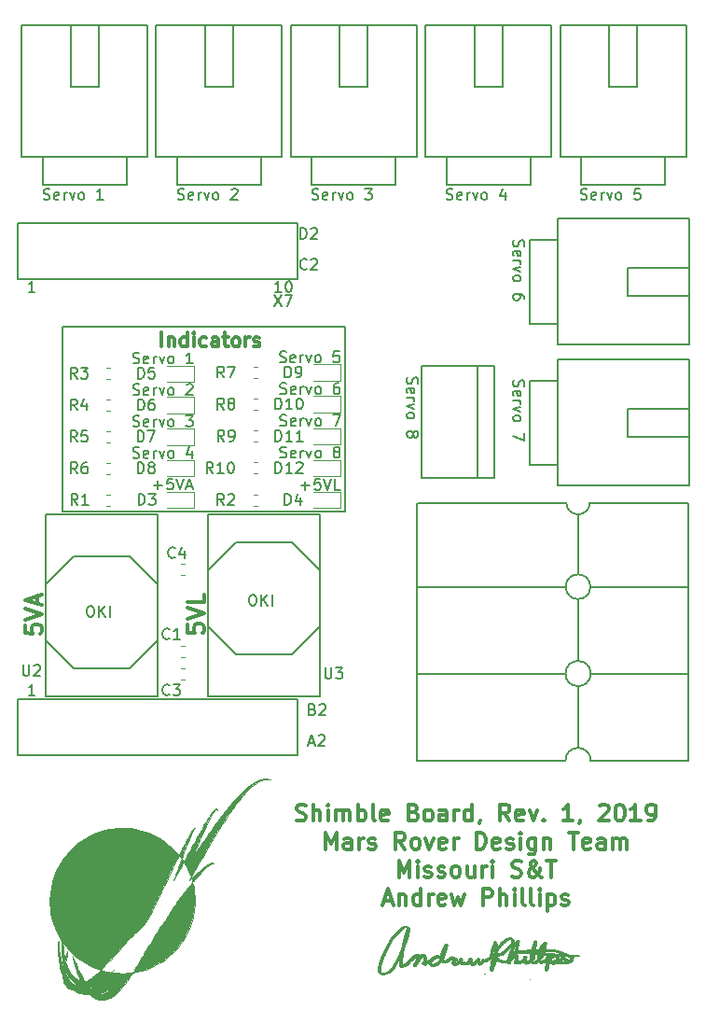
<source format=gbr>
G04 #@! TF.GenerationSoftware,KiCad,Pcbnew,(5.0.0)*
G04 #@! TF.CreationDate,2018-12-16T13:09:34-06:00*
G04 #@! TF.ProjectId,ShimbleBoard_Hardware,5368696D626C65426F6172645F486172,rev?*
G04 #@! TF.SameCoordinates,Original*
G04 #@! TF.FileFunction,Legend,Top*
G04 #@! TF.FilePolarity,Positive*
%FSLAX46Y46*%
G04 Gerber Fmt 4.6, Leading zero omitted, Abs format (unit mm)*
G04 Created by KiCad (PCBNEW (5.0.0)) date 12/16/18 13:09:34*
%MOMM*%
%LPD*%
G01*
G04 APERTURE LIST*
%ADD10C,0.300000*%
%ADD11C,0.150000*%
%ADD12C,0.200000*%
%ADD13C,0.120000*%
%ADD14C,0.010000*%
G04 APERTURE END LIST*
D10*
X108398571Y-116208857D02*
X108398571Y-116923142D01*
X109112857Y-116994571D01*
X109041428Y-116923142D01*
X108970000Y-116780285D01*
X108970000Y-116423142D01*
X109041428Y-116280285D01*
X109112857Y-116208857D01*
X109255714Y-116137428D01*
X109612857Y-116137428D01*
X109755714Y-116208857D01*
X109827142Y-116280285D01*
X109898571Y-116423142D01*
X109898571Y-116780285D01*
X109827142Y-116923142D01*
X109755714Y-116994571D01*
X108398571Y-115708857D02*
X109898571Y-115208857D01*
X108398571Y-114708857D01*
X109898571Y-113494571D02*
X109898571Y-114208857D01*
X108398571Y-114208857D01*
X93666571Y-116244571D02*
X93666571Y-116958857D01*
X94380857Y-117030285D01*
X94309428Y-116958857D01*
X94238000Y-116816000D01*
X94238000Y-116458857D01*
X94309428Y-116316000D01*
X94380857Y-116244571D01*
X94523714Y-116173142D01*
X94880857Y-116173142D01*
X95023714Y-116244571D01*
X95095142Y-116316000D01*
X95166571Y-116458857D01*
X95166571Y-116816000D01*
X95095142Y-116958857D01*
X95023714Y-117030285D01*
X93666571Y-115744571D02*
X95166571Y-115244571D01*
X93666571Y-114744571D01*
X94738000Y-114316000D02*
X94738000Y-113601714D01*
X95166571Y-114458857D02*
X93666571Y-113958857D01*
X95166571Y-113458857D01*
D11*
X128373238Y-93805714D02*
X128325619Y-93948571D01*
X128325619Y-94186666D01*
X128373238Y-94281904D01*
X128420857Y-94329523D01*
X128516095Y-94377142D01*
X128611333Y-94377142D01*
X128706571Y-94329523D01*
X128754190Y-94281904D01*
X128801809Y-94186666D01*
X128849428Y-93996190D01*
X128897047Y-93900952D01*
X128944666Y-93853333D01*
X129039904Y-93805714D01*
X129135142Y-93805714D01*
X129230380Y-93853333D01*
X129278000Y-93900952D01*
X129325619Y-93996190D01*
X129325619Y-94234285D01*
X129278000Y-94377142D01*
X128373238Y-95186666D02*
X128325619Y-95091428D01*
X128325619Y-94900952D01*
X128373238Y-94805714D01*
X128468476Y-94758095D01*
X128849428Y-94758095D01*
X128944666Y-94805714D01*
X128992285Y-94900952D01*
X128992285Y-95091428D01*
X128944666Y-95186666D01*
X128849428Y-95234285D01*
X128754190Y-95234285D01*
X128658952Y-94758095D01*
X128325619Y-95662857D02*
X128992285Y-95662857D01*
X128801809Y-95662857D02*
X128897047Y-95710476D01*
X128944666Y-95758095D01*
X128992285Y-95853333D01*
X128992285Y-95948571D01*
X128992285Y-96186666D02*
X128325619Y-96424761D01*
X128992285Y-96662857D01*
X128325619Y-97186666D02*
X128373238Y-97091428D01*
X128420857Y-97043809D01*
X128516095Y-96996190D01*
X128801809Y-96996190D01*
X128897047Y-97043809D01*
X128944666Y-97091428D01*
X128992285Y-97186666D01*
X128992285Y-97329523D01*
X128944666Y-97424761D01*
X128897047Y-97472380D01*
X128801809Y-97520000D01*
X128516095Y-97520000D01*
X128420857Y-97472380D01*
X128373238Y-97424761D01*
X128325619Y-97329523D01*
X128325619Y-97186666D01*
X128897047Y-98853333D02*
X128944666Y-98758095D01*
X128992285Y-98710476D01*
X129087523Y-98662857D01*
X129135142Y-98662857D01*
X129230380Y-98710476D01*
X129278000Y-98758095D01*
X129325619Y-98853333D01*
X129325619Y-99043809D01*
X129278000Y-99139047D01*
X129230380Y-99186666D01*
X129135142Y-99234285D01*
X129087523Y-99234285D01*
X128992285Y-99186666D01*
X128944666Y-99139047D01*
X128897047Y-99043809D01*
X128897047Y-98853333D01*
X128849428Y-98758095D01*
X128801809Y-98710476D01*
X128706571Y-98662857D01*
X128516095Y-98662857D01*
X128420857Y-98710476D01*
X128373238Y-98758095D01*
X128325619Y-98853333D01*
X128325619Y-99043809D01*
X128373238Y-99139047D01*
X128420857Y-99186666D01*
X128516095Y-99234285D01*
X128706571Y-99234285D01*
X128801809Y-99186666D01*
X128849428Y-99139047D01*
X128897047Y-99043809D01*
X138025238Y-94059714D02*
X137977619Y-94202571D01*
X137977619Y-94440666D01*
X138025238Y-94535904D01*
X138072857Y-94583523D01*
X138168095Y-94631142D01*
X138263333Y-94631142D01*
X138358571Y-94583523D01*
X138406190Y-94535904D01*
X138453809Y-94440666D01*
X138501428Y-94250190D01*
X138549047Y-94154952D01*
X138596666Y-94107333D01*
X138691904Y-94059714D01*
X138787142Y-94059714D01*
X138882380Y-94107333D01*
X138930000Y-94154952D01*
X138977619Y-94250190D01*
X138977619Y-94488285D01*
X138930000Y-94631142D01*
X138025238Y-95440666D02*
X137977619Y-95345428D01*
X137977619Y-95154952D01*
X138025238Y-95059714D01*
X138120476Y-95012095D01*
X138501428Y-95012095D01*
X138596666Y-95059714D01*
X138644285Y-95154952D01*
X138644285Y-95345428D01*
X138596666Y-95440666D01*
X138501428Y-95488285D01*
X138406190Y-95488285D01*
X138310952Y-95012095D01*
X137977619Y-95916857D02*
X138644285Y-95916857D01*
X138453809Y-95916857D02*
X138549047Y-95964476D01*
X138596666Y-96012095D01*
X138644285Y-96107333D01*
X138644285Y-96202571D01*
X138644285Y-96440666D02*
X137977619Y-96678761D01*
X138644285Y-96916857D01*
X137977619Y-97440666D02*
X138025238Y-97345428D01*
X138072857Y-97297809D01*
X138168095Y-97250190D01*
X138453809Y-97250190D01*
X138549047Y-97297809D01*
X138596666Y-97345428D01*
X138644285Y-97440666D01*
X138644285Y-97583523D01*
X138596666Y-97678761D01*
X138549047Y-97726380D01*
X138453809Y-97774000D01*
X138168095Y-97774000D01*
X138072857Y-97726380D01*
X138025238Y-97678761D01*
X137977619Y-97583523D01*
X137977619Y-97440666D01*
X138977619Y-98869238D02*
X138977619Y-99535904D01*
X137977619Y-99107333D01*
X138025238Y-81359714D02*
X137977619Y-81502571D01*
X137977619Y-81740666D01*
X138025238Y-81835904D01*
X138072857Y-81883523D01*
X138168095Y-81931142D01*
X138263333Y-81931142D01*
X138358571Y-81883523D01*
X138406190Y-81835904D01*
X138453809Y-81740666D01*
X138501428Y-81550190D01*
X138549047Y-81454952D01*
X138596666Y-81407333D01*
X138691904Y-81359714D01*
X138787142Y-81359714D01*
X138882380Y-81407333D01*
X138930000Y-81454952D01*
X138977619Y-81550190D01*
X138977619Y-81788285D01*
X138930000Y-81931142D01*
X138025238Y-82740666D02*
X137977619Y-82645428D01*
X137977619Y-82454952D01*
X138025238Y-82359714D01*
X138120476Y-82312095D01*
X138501428Y-82312095D01*
X138596666Y-82359714D01*
X138644285Y-82454952D01*
X138644285Y-82645428D01*
X138596666Y-82740666D01*
X138501428Y-82788285D01*
X138406190Y-82788285D01*
X138310952Y-82312095D01*
X137977619Y-83216857D02*
X138644285Y-83216857D01*
X138453809Y-83216857D02*
X138549047Y-83264476D01*
X138596666Y-83312095D01*
X138644285Y-83407333D01*
X138644285Y-83502571D01*
X138644285Y-83740666D02*
X137977619Y-83978761D01*
X138644285Y-84216857D01*
X137977619Y-84740666D02*
X138025238Y-84645428D01*
X138072857Y-84597809D01*
X138168095Y-84550190D01*
X138453809Y-84550190D01*
X138549047Y-84597809D01*
X138596666Y-84645428D01*
X138644285Y-84740666D01*
X138644285Y-84883523D01*
X138596666Y-84978761D01*
X138549047Y-85026380D01*
X138453809Y-85074000D01*
X138168095Y-85074000D01*
X138072857Y-85026380D01*
X138025238Y-84978761D01*
X137977619Y-84883523D01*
X137977619Y-84740666D01*
X138977619Y-86693047D02*
X138977619Y-86502571D01*
X138930000Y-86407333D01*
X138882380Y-86359714D01*
X138739523Y-86264476D01*
X138549047Y-86216857D01*
X138168095Y-86216857D01*
X138072857Y-86264476D01*
X138025238Y-86312095D01*
X137977619Y-86407333D01*
X137977619Y-86597809D01*
X138025238Y-86693047D01*
X138072857Y-86740666D01*
X138168095Y-86788285D01*
X138406190Y-86788285D01*
X138501428Y-86740666D01*
X138549047Y-86693047D01*
X138596666Y-86597809D01*
X138596666Y-86407333D01*
X138549047Y-86312095D01*
X138501428Y-86264476D01*
X138406190Y-86216857D01*
X144097714Y-77620761D02*
X144240571Y-77668380D01*
X144478666Y-77668380D01*
X144573904Y-77620761D01*
X144621523Y-77573142D01*
X144669142Y-77477904D01*
X144669142Y-77382666D01*
X144621523Y-77287428D01*
X144573904Y-77239809D01*
X144478666Y-77192190D01*
X144288190Y-77144571D01*
X144192952Y-77096952D01*
X144145333Y-77049333D01*
X144097714Y-76954095D01*
X144097714Y-76858857D01*
X144145333Y-76763619D01*
X144192952Y-76716000D01*
X144288190Y-76668380D01*
X144526285Y-76668380D01*
X144669142Y-76716000D01*
X145478666Y-77620761D02*
X145383428Y-77668380D01*
X145192952Y-77668380D01*
X145097714Y-77620761D01*
X145050095Y-77525523D01*
X145050095Y-77144571D01*
X145097714Y-77049333D01*
X145192952Y-77001714D01*
X145383428Y-77001714D01*
X145478666Y-77049333D01*
X145526285Y-77144571D01*
X145526285Y-77239809D01*
X145050095Y-77335047D01*
X145954857Y-77668380D02*
X145954857Y-77001714D01*
X145954857Y-77192190D02*
X146002476Y-77096952D01*
X146050095Y-77049333D01*
X146145333Y-77001714D01*
X146240571Y-77001714D01*
X146478666Y-77001714D02*
X146716761Y-77668380D01*
X146954857Y-77001714D01*
X147478666Y-77668380D02*
X147383428Y-77620761D01*
X147335809Y-77573142D01*
X147288190Y-77477904D01*
X147288190Y-77192190D01*
X147335809Y-77096952D01*
X147383428Y-77049333D01*
X147478666Y-77001714D01*
X147621523Y-77001714D01*
X147716761Y-77049333D01*
X147764380Y-77096952D01*
X147812000Y-77192190D01*
X147812000Y-77477904D01*
X147764380Y-77573142D01*
X147716761Y-77620761D01*
X147621523Y-77668380D01*
X147478666Y-77668380D01*
X149478666Y-76668380D02*
X149002476Y-76668380D01*
X148954857Y-77144571D01*
X149002476Y-77096952D01*
X149097714Y-77049333D01*
X149335809Y-77049333D01*
X149431047Y-77096952D01*
X149478666Y-77144571D01*
X149526285Y-77239809D01*
X149526285Y-77477904D01*
X149478666Y-77573142D01*
X149431047Y-77620761D01*
X149335809Y-77668380D01*
X149097714Y-77668380D01*
X149002476Y-77620761D01*
X148954857Y-77573142D01*
X131905714Y-77620761D02*
X132048571Y-77668380D01*
X132286666Y-77668380D01*
X132381904Y-77620761D01*
X132429523Y-77573142D01*
X132477142Y-77477904D01*
X132477142Y-77382666D01*
X132429523Y-77287428D01*
X132381904Y-77239809D01*
X132286666Y-77192190D01*
X132096190Y-77144571D01*
X132000952Y-77096952D01*
X131953333Y-77049333D01*
X131905714Y-76954095D01*
X131905714Y-76858857D01*
X131953333Y-76763619D01*
X132000952Y-76716000D01*
X132096190Y-76668380D01*
X132334285Y-76668380D01*
X132477142Y-76716000D01*
X133286666Y-77620761D02*
X133191428Y-77668380D01*
X133000952Y-77668380D01*
X132905714Y-77620761D01*
X132858095Y-77525523D01*
X132858095Y-77144571D01*
X132905714Y-77049333D01*
X133000952Y-77001714D01*
X133191428Y-77001714D01*
X133286666Y-77049333D01*
X133334285Y-77144571D01*
X133334285Y-77239809D01*
X132858095Y-77335047D01*
X133762857Y-77668380D02*
X133762857Y-77001714D01*
X133762857Y-77192190D02*
X133810476Y-77096952D01*
X133858095Y-77049333D01*
X133953333Y-77001714D01*
X134048571Y-77001714D01*
X134286666Y-77001714D02*
X134524761Y-77668380D01*
X134762857Y-77001714D01*
X135286666Y-77668380D02*
X135191428Y-77620761D01*
X135143809Y-77573142D01*
X135096190Y-77477904D01*
X135096190Y-77192190D01*
X135143809Y-77096952D01*
X135191428Y-77049333D01*
X135286666Y-77001714D01*
X135429523Y-77001714D01*
X135524761Y-77049333D01*
X135572380Y-77096952D01*
X135620000Y-77192190D01*
X135620000Y-77477904D01*
X135572380Y-77573142D01*
X135524761Y-77620761D01*
X135429523Y-77668380D01*
X135286666Y-77668380D01*
X137239047Y-77001714D02*
X137239047Y-77668380D01*
X137000952Y-76620761D02*
X136762857Y-77335047D01*
X137381904Y-77335047D01*
X119713714Y-77620761D02*
X119856571Y-77668380D01*
X120094666Y-77668380D01*
X120189904Y-77620761D01*
X120237523Y-77573142D01*
X120285142Y-77477904D01*
X120285142Y-77382666D01*
X120237523Y-77287428D01*
X120189904Y-77239809D01*
X120094666Y-77192190D01*
X119904190Y-77144571D01*
X119808952Y-77096952D01*
X119761333Y-77049333D01*
X119713714Y-76954095D01*
X119713714Y-76858857D01*
X119761333Y-76763619D01*
X119808952Y-76716000D01*
X119904190Y-76668380D01*
X120142285Y-76668380D01*
X120285142Y-76716000D01*
X121094666Y-77620761D02*
X120999428Y-77668380D01*
X120808952Y-77668380D01*
X120713714Y-77620761D01*
X120666095Y-77525523D01*
X120666095Y-77144571D01*
X120713714Y-77049333D01*
X120808952Y-77001714D01*
X120999428Y-77001714D01*
X121094666Y-77049333D01*
X121142285Y-77144571D01*
X121142285Y-77239809D01*
X120666095Y-77335047D01*
X121570857Y-77668380D02*
X121570857Y-77001714D01*
X121570857Y-77192190D02*
X121618476Y-77096952D01*
X121666095Y-77049333D01*
X121761333Y-77001714D01*
X121856571Y-77001714D01*
X122094666Y-77001714D02*
X122332761Y-77668380D01*
X122570857Y-77001714D01*
X123094666Y-77668380D02*
X122999428Y-77620761D01*
X122951809Y-77573142D01*
X122904190Y-77477904D01*
X122904190Y-77192190D01*
X122951809Y-77096952D01*
X122999428Y-77049333D01*
X123094666Y-77001714D01*
X123237523Y-77001714D01*
X123332761Y-77049333D01*
X123380380Y-77096952D01*
X123428000Y-77192190D01*
X123428000Y-77477904D01*
X123380380Y-77573142D01*
X123332761Y-77620761D01*
X123237523Y-77668380D01*
X123094666Y-77668380D01*
X124523238Y-76668380D02*
X125142285Y-76668380D01*
X124808952Y-77049333D01*
X124951809Y-77049333D01*
X125047047Y-77096952D01*
X125094666Y-77144571D01*
X125142285Y-77239809D01*
X125142285Y-77477904D01*
X125094666Y-77573142D01*
X125047047Y-77620761D01*
X124951809Y-77668380D01*
X124666095Y-77668380D01*
X124570857Y-77620761D01*
X124523238Y-77573142D01*
X107521714Y-77620761D02*
X107664571Y-77668380D01*
X107902666Y-77668380D01*
X107997904Y-77620761D01*
X108045523Y-77573142D01*
X108093142Y-77477904D01*
X108093142Y-77382666D01*
X108045523Y-77287428D01*
X107997904Y-77239809D01*
X107902666Y-77192190D01*
X107712190Y-77144571D01*
X107616952Y-77096952D01*
X107569333Y-77049333D01*
X107521714Y-76954095D01*
X107521714Y-76858857D01*
X107569333Y-76763619D01*
X107616952Y-76716000D01*
X107712190Y-76668380D01*
X107950285Y-76668380D01*
X108093142Y-76716000D01*
X108902666Y-77620761D02*
X108807428Y-77668380D01*
X108616952Y-77668380D01*
X108521714Y-77620761D01*
X108474095Y-77525523D01*
X108474095Y-77144571D01*
X108521714Y-77049333D01*
X108616952Y-77001714D01*
X108807428Y-77001714D01*
X108902666Y-77049333D01*
X108950285Y-77144571D01*
X108950285Y-77239809D01*
X108474095Y-77335047D01*
X109378857Y-77668380D02*
X109378857Y-77001714D01*
X109378857Y-77192190D02*
X109426476Y-77096952D01*
X109474095Y-77049333D01*
X109569333Y-77001714D01*
X109664571Y-77001714D01*
X109902666Y-77001714D02*
X110140761Y-77668380D01*
X110378857Y-77001714D01*
X110902666Y-77668380D02*
X110807428Y-77620761D01*
X110759809Y-77573142D01*
X110712190Y-77477904D01*
X110712190Y-77192190D01*
X110759809Y-77096952D01*
X110807428Y-77049333D01*
X110902666Y-77001714D01*
X111045523Y-77001714D01*
X111140761Y-77049333D01*
X111188380Y-77096952D01*
X111236000Y-77192190D01*
X111236000Y-77477904D01*
X111188380Y-77573142D01*
X111140761Y-77620761D01*
X111045523Y-77668380D01*
X110902666Y-77668380D01*
X112378857Y-76763619D02*
X112426476Y-76716000D01*
X112521714Y-76668380D01*
X112759809Y-76668380D01*
X112855047Y-76716000D01*
X112902666Y-76763619D01*
X112950285Y-76858857D01*
X112950285Y-76954095D01*
X112902666Y-77096952D01*
X112331238Y-77668380D01*
X112950285Y-77668380D01*
X95329714Y-77620761D02*
X95472571Y-77668380D01*
X95710666Y-77668380D01*
X95805904Y-77620761D01*
X95853523Y-77573142D01*
X95901142Y-77477904D01*
X95901142Y-77382666D01*
X95853523Y-77287428D01*
X95805904Y-77239809D01*
X95710666Y-77192190D01*
X95520190Y-77144571D01*
X95424952Y-77096952D01*
X95377333Y-77049333D01*
X95329714Y-76954095D01*
X95329714Y-76858857D01*
X95377333Y-76763619D01*
X95424952Y-76716000D01*
X95520190Y-76668380D01*
X95758285Y-76668380D01*
X95901142Y-76716000D01*
X96710666Y-77620761D02*
X96615428Y-77668380D01*
X96424952Y-77668380D01*
X96329714Y-77620761D01*
X96282095Y-77525523D01*
X96282095Y-77144571D01*
X96329714Y-77049333D01*
X96424952Y-77001714D01*
X96615428Y-77001714D01*
X96710666Y-77049333D01*
X96758285Y-77144571D01*
X96758285Y-77239809D01*
X96282095Y-77335047D01*
X97186857Y-77668380D02*
X97186857Y-77001714D01*
X97186857Y-77192190D02*
X97234476Y-77096952D01*
X97282095Y-77049333D01*
X97377333Y-77001714D01*
X97472571Y-77001714D01*
X97710666Y-77001714D02*
X97948761Y-77668380D01*
X98186857Y-77001714D01*
X98710666Y-77668380D02*
X98615428Y-77620761D01*
X98567809Y-77573142D01*
X98520190Y-77477904D01*
X98520190Y-77192190D01*
X98567809Y-77096952D01*
X98615428Y-77049333D01*
X98710666Y-77001714D01*
X98853523Y-77001714D01*
X98948761Y-77049333D01*
X98996380Y-77096952D01*
X99044000Y-77192190D01*
X99044000Y-77477904D01*
X98996380Y-77573142D01*
X98948761Y-77620761D01*
X98853523Y-77668380D01*
X98710666Y-77668380D01*
X100758285Y-77668380D02*
X100186857Y-77668380D01*
X100472571Y-77668380D02*
X100472571Y-76668380D01*
X100377333Y-76811238D01*
X100282095Y-76906476D01*
X100186857Y-76954095D01*
D12*
X122682000Y-89154000D02*
X122682000Y-105918000D01*
X97028000Y-89154000D02*
X122682000Y-89154000D01*
X97028000Y-105918000D02*
X97028000Y-89154000D01*
X122682000Y-105918000D02*
X97028000Y-105918000D01*
D10*
X106075238Y-90998523D02*
X106075238Y-89728523D01*
X106680000Y-90151857D02*
X106680000Y-90998523D01*
X106680000Y-90272809D02*
X106740476Y-90212333D01*
X106861428Y-90151857D01*
X107042857Y-90151857D01*
X107163809Y-90212333D01*
X107224285Y-90333285D01*
X107224285Y-90998523D01*
X108373333Y-90998523D02*
X108373333Y-89728523D01*
X108373333Y-90938047D02*
X108252380Y-90998523D01*
X108010476Y-90998523D01*
X107889523Y-90938047D01*
X107829047Y-90877571D01*
X107768571Y-90756619D01*
X107768571Y-90393761D01*
X107829047Y-90272809D01*
X107889523Y-90212333D01*
X108010476Y-90151857D01*
X108252380Y-90151857D01*
X108373333Y-90212333D01*
X108978095Y-90998523D02*
X108978095Y-90151857D01*
X108978095Y-89728523D02*
X108917619Y-89789000D01*
X108978095Y-89849476D01*
X109038571Y-89789000D01*
X108978095Y-89728523D01*
X108978095Y-89849476D01*
X110127142Y-90938047D02*
X110006190Y-90998523D01*
X109764285Y-90998523D01*
X109643333Y-90938047D01*
X109582857Y-90877571D01*
X109522380Y-90756619D01*
X109522380Y-90393761D01*
X109582857Y-90272809D01*
X109643333Y-90212333D01*
X109764285Y-90151857D01*
X110006190Y-90151857D01*
X110127142Y-90212333D01*
X111215714Y-90998523D02*
X111215714Y-90333285D01*
X111155238Y-90212333D01*
X111034285Y-90151857D01*
X110792380Y-90151857D01*
X110671428Y-90212333D01*
X111215714Y-90938047D02*
X111094761Y-90998523D01*
X110792380Y-90998523D01*
X110671428Y-90938047D01*
X110610952Y-90817095D01*
X110610952Y-90696142D01*
X110671428Y-90575190D01*
X110792380Y-90514714D01*
X111094761Y-90514714D01*
X111215714Y-90454238D01*
X111639047Y-90151857D02*
X112122857Y-90151857D01*
X111820476Y-89728523D02*
X111820476Y-90817095D01*
X111880952Y-90938047D01*
X112001904Y-90998523D01*
X112122857Y-90998523D01*
X112727619Y-90998523D02*
X112606666Y-90938047D01*
X112546190Y-90877571D01*
X112485714Y-90756619D01*
X112485714Y-90393761D01*
X112546190Y-90272809D01*
X112606666Y-90212333D01*
X112727619Y-90151857D01*
X112909047Y-90151857D01*
X113030000Y-90212333D01*
X113090476Y-90272809D01*
X113150952Y-90393761D01*
X113150952Y-90756619D01*
X113090476Y-90877571D01*
X113030000Y-90938047D01*
X112909047Y-90998523D01*
X112727619Y-90998523D01*
X113695238Y-90998523D02*
X113695238Y-90151857D01*
X113695238Y-90393761D02*
X113755714Y-90272809D01*
X113816190Y-90212333D01*
X113937142Y-90151857D01*
X114058095Y-90151857D01*
X114420952Y-90938047D02*
X114541904Y-90998523D01*
X114783809Y-90998523D01*
X114904761Y-90938047D01*
X114965238Y-90817095D01*
X114965238Y-90756619D01*
X114904761Y-90635666D01*
X114783809Y-90575190D01*
X114602380Y-90575190D01*
X114481428Y-90514714D01*
X114420952Y-90393761D01*
X114420952Y-90333285D01*
X114481428Y-90212333D01*
X114602380Y-90151857D01*
X114783809Y-90151857D01*
X114904761Y-90212333D01*
D11*
X118730923Y-103601828D02*
X119492828Y-103601828D01*
X119111876Y-103982780D02*
X119111876Y-103220876D01*
X120445209Y-102982780D02*
X119969019Y-102982780D01*
X119921400Y-103458971D01*
X119969019Y-103411352D01*
X120064257Y-103363733D01*
X120302352Y-103363733D01*
X120397590Y-103411352D01*
X120445209Y-103458971D01*
X120492828Y-103554209D01*
X120492828Y-103792304D01*
X120445209Y-103887542D01*
X120397590Y-103935161D01*
X120302352Y-103982780D01*
X120064257Y-103982780D01*
X119969019Y-103935161D01*
X119921400Y-103887542D01*
X120778542Y-102982780D02*
X121111876Y-103982780D01*
X121445209Y-102982780D01*
X122254733Y-103982780D02*
X121778542Y-103982780D01*
X121778542Y-102982780D01*
X116818114Y-101039561D02*
X116960971Y-101087180D01*
X117199066Y-101087180D01*
X117294304Y-101039561D01*
X117341923Y-100991942D01*
X117389542Y-100896704D01*
X117389542Y-100801466D01*
X117341923Y-100706228D01*
X117294304Y-100658609D01*
X117199066Y-100610990D01*
X117008590Y-100563371D01*
X116913352Y-100515752D01*
X116865733Y-100468133D01*
X116818114Y-100372895D01*
X116818114Y-100277657D01*
X116865733Y-100182419D01*
X116913352Y-100134800D01*
X117008590Y-100087180D01*
X117246685Y-100087180D01*
X117389542Y-100134800D01*
X118199066Y-101039561D02*
X118103828Y-101087180D01*
X117913352Y-101087180D01*
X117818114Y-101039561D01*
X117770495Y-100944323D01*
X117770495Y-100563371D01*
X117818114Y-100468133D01*
X117913352Y-100420514D01*
X118103828Y-100420514D01*
X118199066Y-100468133D01*
X118246685Y-100563371D01*
X118246685Y-100658609D01*
X117770495Y-100753847D01*
X118675257Y-101087180D02*
X118675257Y-100420514D01*
X118675257Y-100610990D02*
X118722876Y-100515752D01*
X118770495Y-100468133D01*
X118865733Y-100420514D01*
X118960971Y-100420514D01*
X119199066Y-100420514D02*
X119437161Y-101087180D01*
X119675257Y-100420514D01*
X120199066Y-101087180D02*
X120103828Y-101039561D01*
X120056209Y-100991942D01*
X120008590Y-100896704D01*
X120008590Y-100610990D01*
X120056209Y-100515752D01*
X120103828Y-100468133D01*
X120199066Y-100420514D01*
X120341923Y-100420514D01*
X120437161Y-100468133D01*
X120484780Y-100515752D01*
X120532400Y-100610990D01*
X120532400Y-100896704D01*
X120484780Y-100991942D01*
X120437161Y-101039561D01*
X120341923Y-101087180D01*
X120199066Y-101087180D01*
X121865733Y-100515752D02*
X121770495Y-100468133D01*
X121722876Y-100420514D01*
X121675257Y-100325276D01*
X121675257Y-100277657D01*
X121722876Y-100182419D01*
X121770495Y-100134800D01*
X121865733Y-100087180D01*
X122056209Y-100087180D01*
X122151447Y-100134800D01*
X122199066Y-100182419D01*
X122246685Y-100277657D01*
X122246685Y-100325276D01*
X122199066Y-100420514D01*
X122151447Y-100468133D01*
X122056209Y-100515752D01*
X121865733Y-100515752D01*
X121770495Y-100563371D01*
X121722876Y-100610990D01*
X121675257Y-100706228D01*
X121675257Y-100896704D01*
X121722876Y-100991942D01*
X121770495Y-101039561D01*
X121865733Y-101087180D01*
X122056209Y-101087180D01*
X122151447Y-101039561D01*
X122199066Y-100991942D01*
X122246685Y-100896704D01*
X122246685Y-100706228D01*
X122199066Y-100610990D01*
X122151447Y-100563371D01*
X122056209Y-100515752D01*
X116818114Y-98143961D02*
X116960971Y-98191580D01*
X117199066Y-98191580D01*
X117294304Y-98143961D01*
X117341923Y-98096342D01*
X117389542Y-98001104D01*
X117389542Y-97905866D01*
X117341923Y-97810628D01*
X117294304Y-97763009D01*
X117199066Y-97715390D01*
X117008590Y-97667771D01*
X116913352Y-97620152D01*
X116865733Y-97572533D01*
X116818114Y-97477295D01*
X116818114Y-97382057D01*
X116865733Y-97286819D01*
X116913352Y-97239200D01*
X117008590Y-97191580D01*
X117246685Y-97191580D01*
X117389542Y-97239200D01*
X118199066Y-98143961D02*
X118103828Y-98191580D01*
X117913352Y-98191580D01*
X117818114Y-98143961D01*
X117770495Y-98048723D01*
X117770495Y-97667771D01*
X117818114Y-97572533D01*
X117913352Y-97524914D01*
X118103828Y-97524914D01*
X118199066Y-97572533D01*
X118246685Y-97667771D01*
X118246685Y-97763009D01*
X117770495Y-97858247D01*
X118675257Y-98191580D02*
X118675257Y-97524914D01*
X118675257Y-97715390D02*
X118722876Y-97620152D01*
X118770495Y-97572533D01*
X118865733Y-97524914D01*
X118960971Y-97524914D01*
X119199066Y-97524914D02*
X119437161Y-98191580D01*
X119675257Y-97524914D01*
X120199066Y-98191580D02*
X120103828Y-98143961D01*
X120056209Y-98096342D01*
X120008590Y-98001104D01*
X120008590Y-97715390D01*
X120056209Y-97620152D01*
X120103828Y-97572533D01*
X120199066Y-97524914D01*
X120341923Y-97524914D01*
X120437161Y-97572533D01*
X120484780Y-97620152D01*
X120532400Y-97715390D01*
X120532400Y-98001104D01*
X120484780Y-98096342D01*
X120437161Y-98143961D01*
X120341923Y-98191580D01*
X120199066Y-98191580D01*
X121627638Y-97191580D02*
X122294304Y-97191580D01*
X121865733Y-98191580D01*
X116818114Y-95248361D02*
X116960971Y-95295980D01*
X117199066Y-95295980D01*
X117294304Y-95248361D01*
X117341923Y-95200742D01*
X117389542Y-95105504D01*
X117389542Y-95010266D01*
X117341923Y-94915028D01*
X117294304Y-94867409D01*
X117199066Y-94819790D01*
X117008590Y-94772171D01*
X116913352Y-94724552D01*
X116865733Y-94676933D01*
X116818114Y-94581695D01*
X116818114Y-94486457D01*
X116865733Y-94391219D01*
X116913352Y-94343600D01*
X117008590Y-94295980D01*
X117246685Y-94295980D01*
X117389542Y-94343600D01*
X118199066Y-95248361D02*
X118103828Y-95295980D01*
X117913352Y-95295980D01*
X117818114Y-95248361D01*
X117770495Y-95153123D01*
X117770495Y-94772171D01*
X117818114Y-94676933D01*
X117913352Y-94629314D01*
X118103828Y-94629314D01*
X118199066Y-94676933D01*
X118246685Y-94772171D01*
X118246685Y-94867409D01*
X117770495Y-94962647D01*
X118675257Y-95295980D02*
X118675257Y-94629314D01*
X118675257Y-94819790D02*
X118722876Y-94724552D01*
X118770495Y-94676933D01*
X118865733Y-94629314D01*
X118960971Y-94629314D01*
X119199066Y-94629314D02*
X119437161Y-95295980D01*
X119675257Y-94629314D01*
X120199066Y-95295980D02*
X120103828Y-95248361D01*
X120056209Y-95200742D01*
X120008590Y-95105504D01*
X120008590Y-94819790D01*
X120056209Y-94724552D01*
X120103828Y-94676933D01*
X120199066Y-94629314D01*
X120341923Y-94629314D01*
X120437161Y-94676933D01*
X120484780Y-94724552D01*
X120532400Y-94819790D01*
X120532400Y-95105504D01*
X120484780Y-95200742D01*
X120437161Y-95248361D01*
X120341923Y-95295980D01*
X120199066Y-95295980D01*
X122151447Y-94295980D02*
X121960971Y-94295980D01*
X121865733Y-94343600D01*
X121818114Y-94391219D01*
X121722876Y-94534076D01*
X121675257Y-94724552D01*
X121675257Y-95105504D01*
X121722876Y-95200742D01*
X121770495Y-95248361D01*
X121865733Y-95295980D01*
X122056209Y-95295980D01*
X122151447Y-95248361D01*
X122199066Y-95200742D01*
X122246685Y-95105504D01*
X122246685Y-94867409D01*
X122199066Y-94772171D01*
X122151447Y-94724552D01*
X122056209Y-94676933D01*
X121865733Y-94676933D01*
X121770495Y-94724552D01*
X121722876Y-94772171D01*
X121675257Y-94867409D01*
X116792714Y-92378161D02*
X116935571Y-92425780D01*
X117173666Y-92425780D01*
X117268904Y-92378161D01*
X117316523Y-92330542D01*
X117364142Y-92235304D01*
X117364142Y-92140066D01*
X117316523Y-92044828D01*
X117268904Y-91997209D01*
X117173666Y-91949590D01*
X116983190Y-91901971D01*
X116887952Y-91854352D01*
X116840333Y-91806733D01*
X116792714Y-91711495D01*
X116792714Y-91616257D01*
X116840333Y-91521019D01*
X116887952Y-91473400D01*
X116983190Y-91425780D01*
X117221285Y-91425780D01*
X117364142Y-91473400D01*
X118173666Y-92378161D02*
X118078428Y-92425780D01*
X117887952Y-92425780D01*
X117792714Y-92378161D01*
X117745095Y-92282923D01*
X117745095Y-91901971D01*
X117792714Y-91806733D01*
X117887952Y-91759114D01*
X118078428Y-91759114D01*
X118173666Y-91806733D01*
X118221285Y-91901971D01*
X118221285Y-91997209D01*
X117745095Y-92092447D01*
X118649857Y-92425780D02*
X118649857Y-91759114D01*
X118649857Y-91949590D02*
X118697476Y-91854352D01*
X118745095Y-91806733D01*
X118840333Y-91759114D01*
X118935571Y-91759114D01*
X119173666Y-91759114D02*
X119411761Y-92425780D01*
X119649857Y-91759114D01*
X120173666Y-92425780D02*
X120078428Y-92378161D01*
X120030809Y-92330542D01*
X119983190Y-92235304D01*
X119983190Y-91949590D01*
X120030809Y-91854352D01*
X120078428Y-91806733D01*
X120173666Y-91759114D01*
X120316523Y-91759114D01*
X120411761Y-91806733D01*
X120459380Y-91854352D01*
X120507000Y-91949590D01*
X120507000Y-92235304D01*
X120459380Y-92330542D01*
X120411761Y-92378161D01*
X120316523Y-92425780D01*
X120173666Y-92425780D01*
X122173666Y-91425780D02*
X121697476Y-91425780D01*
X121649857Y-91901971D01*
X121697476Y-91854352D01*
X121792714Y-91806733D01*
X122030809Y-91806733D01*
X122126047Y-91854352D01*
X122173666Y-91901971D01*
X122221285Y-91997209D01*
X122221285Y-92235304D01*
X122173666Y-92330542D01*
X122126047Y-92378161D01*
X122030809Y-92425780D01*
X121792714Y-92425780D01*
X121697476Y-92378161D01*
X121649857Y-92330542D01*
X105346714Y-103576428D02*
X106108619Y-103576428D01*
X105727666Y-103957380D02*
X105727666Y-103195476D01*
X107061000Y-102957380D02*
X106584809Y-102957380D01*
X106537190Y-103433571D01*
X106584809Y-103385952D01*
X106680047Y-103338333D01*
X106918142Y-103338333D01*
X107013380Y-103385952D01*
X107061000Y-103433571D01*
X107108619Y-103528809D01*
X107108619Y-103766904D01*
X107061000Y-103862142D01*
X107013380Y-103909761D01*
X106918142Y-103957380D01*
X106680047Y-103957380D01*
X106584809Y-103909761D01*
X106537190Y-103862142D01*
X107394333Y-102957380D02*
X107727666Y-103957380D01*
X108061000Y-102957380D01*
X108346714Y-103671666D02*
X108822904Y-103671666D01*
X108251476Y-103957380D02*
X108584809Y-102957380D01*
X108918142Y-103957380D01*
X103457714Y-101052261D02*
X103600571Y-101099880D01*
X103838666Y-101099880D01*
X103933904Y-101052261D01*
X103981523Y-101004642D01*
X104029142Y-100909404D01*
X104029142Y-100814166D01*
X103981523Y-100718928D01*
X103933904Y-100671309D01*
X103838666Y-100623690D01*
X103648190Y-100576071D01*
X103552952Y-100528452D01*
X103505333Y-100480833D01*
X103457714Y-100385595D01*
X103457714Y-100290357D01*
X103505333Y-100195119D01*
X103552952Y-100147500D01*
X103648190Y-100099880D01*
X103886285Y-100099880D01*
X104029142Y-100147500D01*
X104838666Y-101052261D02*
X104743428Y-101099880D01*
X104552952Y-101099880D01*
X104457714Y-101052261D01*
X104410095Y-100957023D01*
X104410095Y-100576071D01*
X104457714Y-100480833D01*
X104552952Y-100433214D01*
X104743428Y-100433214D01*
X104838666Y-100480833D01*
X104886285Y-100576071D01*
X104886285Y-100671309D01*
X104410095Y-100766547D01*
X105314857Y-101099880D02*
X105314857Y-100433214D01*
X105314857Y-100623690D02*
X105362476Y-100528452D01*
X105410095Y-100480833D01*
X105505333Y-100433214D01*
X105600571Y-100433214D01*
X105838666Y-100433214D02*
X106076761Y-101099880D01*
X106314857Y-100433214D01*
X106838666Y-101099880D02*
X106743428Y-101052261D01*
X106695809Y-101004642D01*
X106648190Y-100909404D01*
X106648190Y-100623690D01*
X106695809Y-100528452D01*
X106743428Y-100480833D01*
X106838666Y-100433214D01*
X106981523Y-100433214D01*
X107076761Y-100480833D01*
X107124380Y-100528452D01*
X107172000Y-100623690D01*
X107172000Y-100909404D01*
X107124380Y-101004642D01*
X107076761Y-101052261D01*
X106981523Y-101099880D01*
X106838666Y-101099880D01*
X108791047Y-100433214D02*
X108791047Y-101099880D01*
X108552952Y-100052261D02*
X108314857Y-100766547D01*
X108933904Y-100766547D01*
X103457714Y-98194761D02*
X103600571Y-98242380D01*
X103838666Y-98242380D01*
X103933904Y-98194761D01*
X103981523Y-98147142D01*
X104029142Y-98051904D01*
X104029142Y-97956666D01*
X103981523Y-97861428D01*
X103933904Y-97813809D01*
X103838666Y-97766190D01*
X103648190Y-97718571D01*
X103552952Y-97670952D01*
X103505333Y-97623333D01*
X103457714Y-97528095D01*
X103457714Y-97432857D01*
X103505333Y-97337619D01*
X103552952Y-97290000D01*
X103648190Y-97242380D01*
X103886285Y-97242380D01*
X104029142Y-97290000D01*
X104838666Y-98194761D02*
X104743428Y-98242380D01*
X104552952Y-98242380D01*
X104457714Y-98194761D01*
X104410095Y-98099523D01*
X104410095Y-97718571D01*
X104457714Y-97623333D01*
X104552952Y-97575714D01*
X104743428Y-97575714D01*
X104838666Y-97623333D01*
X104886285Y-97718571D01*
X104886285Y-97813809D01*
X104410095Y-97909047D01*
X105314857Y-98242380D02*
X105314857Y-97575714D01*
X105314857Y-97766190D02*
X105362476Y-97670952D01*
X105410095Y-97623333D01*
X105505333Y-97575714D01*
X105600571Y-97575714D01*
X105838666Y-97575714D02*
X106076761Y-98242380D01*
X106314857Y-97575714D01*
X106838666Y-98242380D02*
X106743428Y-98194761D01*
X106695809Y-98147142D01*
X106648190Y-98051904D01*
X106648190Y-97766190D01*
X106695809Y-97670952D01*
X106743428Y-97623333D01*
X106838666Y-97575714D01*
X106981523Y-97575714D01*
X107076761Y-97623333D01*
X107124380Y-97670952D01*
X107172000Y-97766190D01*
X107172000Y-98051904D01*
X107124380Y-98147142D01*
X107076761Y-98194761D01*
X106981523Y-98242380D01*
X106838666Y-98242380D01*
X108267238Y-97242380D02*
X108886285Y-97242380D01*
X108552952Y-97623333D01*
X108695809Y-97623333D01*
X108791047Y-97670952D01*
X108838666Y-97718571D01*
X108886285Y-97813809D01*
X108886285Y-98051904D01*
X108838666Y-98147142D01*
X108791047Y-98194761D01*
X108695809Y-98242380D01*
X108410095Y-98242380D01*
X108314857Y-98194761D01*
X108267238Y-98147142D01*
X103457714Y-95337261D02*
X103600571Y-95384880D01*
X103838666Y-95384880D01*
X103933904Y-95337261D01*
X103981523Y-95289642D01*
X104029142Y-95194404D01*
X104029142Y-95099166D01*
X103981523Y-95003928D01*
X103933904Y-94956309D01*
X103838666Y-94908690D01*
X103648190Y-94861071D01*
X103552952Y-94813452D01*
X103505333Y-94765833D01*
X103457714Y-94670595D01*
X103457714Y-94575357D01*
X103505333Y-94480119D01*
X103552952Y-94432500D01*
X103648190Y-94384880D01*
X103886285Y-94384880D01*
X104029142Y-94432500D01*
X104838666Y-95337261D02*
X104743428Y-95384880D01*
X104552952Y-95384880D01*
X104457714Y-95337261D01*
X104410095Y-95242023D01*
X104410095Y-94861071D01*
X104457714Y-94765833D01*
X104552952Y-94718214D01*
X104743428Y-94718214D01*
X104838666Y-94765833D01*
X104886285Y-94861071D01*
X104886285Y-94956309D01*
X104410095Y-95051547D01*
X105314857Y-95384880D02*
X105314857Y-94718214D01*
X105314857Y-94908690D02*
X105362476Y-94813452D01*
X105410095Y-94765833D01*
X105505333Y-94718214D01*
X105600571Y-94718214D01*
X105838666Y-94718214D02*
X106076761Y-95384880D01*
X106314857Y-94718214D01*
X106838666Y-95384880D02*
X106743428Y-95337261D01*
X106695809Y-95289642D01*
X106648190Y-95194404D01*
X106648190Y-94908690D01*
X106695809Y-94813452D01*
X106743428Y-94765833D01*
X106838666Y-94718214D01*
X106981523Y-94718214D01*
X107076761Y-94765833D01*
X107124380Y-94813452D01*
X107172000Y-94908690D01*
X107172000Y-95194404D01*
X107124380Y-95289642D01*
X107076761Y-95337261D01*
X106981523Y-95384880D01*
X106838666Y-95384880D01*
X108314857Y-94480119D02*
X108362476Y-94432500D01*
X108457714Y-94384880D01*
X108695809Y-94384880D01*
X108791047Y-94432500D01*
X108838666Y-94480119D01*
X108886285Y-94575357D01*
X108886285Y-94670595D01*
X108838666Y-94813452D01*
X108267238Y-95384880D01*
X108886285Y-95384880D01*
X103457714Y-92479761D02*
X103600571Y-92527380D01*
X103838666Y-92527380D01*
X103933904Y-92479761D01*
X103981523Y-92432142D01*
X104029142Y-92336904D01*
X104029142Y-92241666D01*
X103981523Y-92146428D01*
X103933904Y-92098809D01*
X103838666Y-92051190D01*
X103648190Y-92003571D01*
X103552952Y-91955952D01*
X103505333Y-91908333D01*
X103457714Y-91813095D01*
X103457714Y-91717857D01*
X103505333Y-91622619D01*
X103552952Y-91575000D01*
X103648190Y-91527380D01*
X103886285Y-91527380D01*
X104029142Y-91575000D01*
X104838666Y-92479761D02*
X104743428Y-92527380D01*
X104552952Y-92527380D01*
X104457714Y-92479761D01*
X104410095Y-92384523D01*
X104410095Y-92003571D01*
X104457714Y-91908333D01*
X104552952Y-91860714D01*
X104743428Y-91860714D01*
X104838666Y-91908333D01*
X104886285Y-92003571D01*
X104886285Y-92098809D01*
X104410095Y-92194047D01*
X105314857Y-92527380D02*
X105314857Y-91860714D01*
X105314857Y-92051190D02*
X105362476Y-91955952D01*
X105410095Y-91908333D01*
X105505333Y-91860714D01*
X105600571Y-91860714D01*
X105838666Y-91860714D02*
X106076761Y-92527380D01*
X106314857Y-91860714D01*
X106838666Y-92527380D02*
X106743428Y-92479761D01*
X106695809Y-92432142D01*
X106648190Y-92336904D01*
X106648190Y-92051190D01*
X106695809Y-91955952D01*
X106743428Y-91908333D01*
X106838666Y-91860714D01*
X106981523Y-91860714D01*
X107076761Y-91908333D01*
X107124380Y-91955952D01*
X107172000Y-92051190D01*
X107172000Y-92336904D01*
X107124380Y-92432142D01*
X107076761Y-92479761D01*
X106981523Y-92527380D01*
X106838666Y-92527380D01*
X108886285Y-92527380D02*
X108314857Y-92527380D01*
X108600571Y-92527380D02*
X108600571Y-91527380D01*
X108505333Y-91670238D01*
X108410095Y-91765476D01*
X108314857Y-91813095D01*
D10*
X118298571Y-133942142D02*
X118512857Y-134013571D01*
X118869999Y-134013571D01*
X119012857Y-133942142D01*
X119084285Y-133870714D01*
X119155714Y-133727857D01*
X119155714Y-133585000D01*
X119084285Y-133442142D01*
X119012857Y-133370714D01*
X118869999Y-133299285D01*
X118584285Y-133227857D01*
X118441428Y-133156428D01*
X118369999Y-133085000D01*
X118298571Y-132942142D01*
X118298571Y-132799285D01*
X118369999Y-132656428D01*
X118441428Y-132585000D01*
X118584285Y-132513571D01*
X118941428Y-132513571D01*
X119155714Y-132585000D01*
X119798571Y-134013571D02*
X119798571Y-132513571D01*
X120441428Y-134013571D02*
X120441428Y-133227857D01*
X120369999Y-133085000D01*
X120227142Y-133013571D01*
X120012857Y-133013571D01*
X119869999Y-133085000D01*
X119798571Y-133156428D01*
X121155714Y-134013571D02*
X121155714Y-133013571D01*
X121155714Y-132513571D02*
X121084285Y-132585000D01*
X121155714Y-132656428D01*
X121227142Y-132585000D01*
X121155714Y-132513571D01*
X121155714Y-132656428D01*
X121869999Y-134013571D02*
X121869999Y-133013571D01*
X121869999Y-133156428D02*
X121941428Y-133085000D01*
X122084285Y-133013571D01*
X122298571Y-133013571D01*
X122441428Y-133085000D01*
X122512857Y-133227857D01*
X122512857Y-134013571D01*
X122512857Y-133227857D02*
X122584285Y-133085000D01*
X122727142Y-133013571D01*
X122941428Y-133013571D01*
X123084285Y-133085000D01*
X123155714Y-133227857D01*
X123155714Y-134013571D01*
X123869999Y-134013571D02*
X123869999Y-132513571D01*
X123869999Y-133085000D02*
X124012857Y-133013571D01*
X124298571Y-133013571D01*
X124441428Y-133085000D01*
X124512857Y-133156428D01*
X124584285Y-133299285D01*
X124584285Y-133727857D01*
X124512857Y-133870714D01*
X124441428Y-133942142D01*
X124298571Y-134013571D01*
X124012857Y-134013571D01*
X123869999Y-133942142D01*
X125441428Y-134013571D02*
X125298571Y-133942142D01*
X125227142Y-133799285D01*
X125227142Y-132513571D01*
X126584285Y-133942142D02*
X126441428Y-134013571D01*
X126155714Y-134013571D01*
X126012857Y-133942142D01*
X125941428Y-133799285D01*
X125941428Y-133227857D01*
X126012857Y-133085000D01*
X126155714Y-133013571D01*
X126441428Y-133013571D01*
X126584285Y-133085000D01*
X126655714Y-133227857D01*
X126655714Y-133370714D01*
X125941428Y-133513571D01*
X128941428Y-133227857D02*
X129155714Y-133299285D01*
X129227142Y-133370714D01*
X129298571Y-133513571D01*
X129298571Y-133727857D01*
X129227142Y-133870714D01*
X129155714Y-133942142D01*
X129012857Y-134013571D01*
X128441428Y-134013571D01*
X128441428Y-132513571D01*
X128941428Y-132513571D01*
X129084285Y-132585000D01*
X129155714Y-132656428D01*
X129227142Y-132799285D01*
X129227142Y-132942142D01*
X129155714Y-133085000D01*
X129084285Y-133156428D01*
X128941428Y-133227857D01*
X128441428Y-133227857D01*
X130155714Y-134013571D02*
X130012857Y-133942142D01*
X129941428Y-133870714D01*
X129869999Y-133727857D01*
X129869999Y-133299285D01*
X129941428Y-133156428D01*
X130012857Y-133085000D01*
X130155714Y-133013571D01*
X130369999Y-133013571D01*
X130512857Y-133085000D01*
X130584285Y-133156428D01*
X130655714Y-133299285D01*
X130655714Y-133727857D01*
X130584285Y-133870714D01*
X130512857Y-133942142D01*
X130369999Y-134013571D01*
X130155714Y-134013571D01*
X131941428Y-134013571D02*
X131941428Y-133227857D01*
X131869999Y-133085000D01*
X131727142Y-133013571D01*
X131441428Y-133013571D01*
X131298571Y-133085000D01*
X131941428Y-133942142D02*
X131798571Y-134013571D01*
X131441428Y-134013571D01*
X131298571Y-133942142D01*
X131227142Y-133799285D01*
X131227142Y-133656428D01*
X131298571Y-133513571D01*
X131441428Y-133442142D01*
X131798571Y-133442142D01*
X131941428Y-133370714D01*
X132655714Y-134013571D02*
X132655714Y-133013571D01*
X132655714Y-133299285D02*
X132727142Y-133156428D01*
X132798571Y-133085000D01*
X132941428Y-133013571D01*
X133084285Y-133013571D01*
X134227142Y-134013571D02*
X134227142Y-132513571D01*
X134227142Y-133942142D02*
X134084285Y-134013571D01*
X133798571Y-134013571D01*
X133655714Y-133942142D01*
X133584285Y-133870714D01*
X133512857Y-133727857D01*
X133512857Y-133299285D01*
X133584285Y-133156428D01*
X133655714Y-133085000D01*
X133798571Y-133013571D01*
X134084285Y-133013571D01*
X134227142Y-133085000D01*
X135012857Y-133942142D02*
X135012857Y-134013571D01*
X134941428Y-134156428D01*
X134870000Y-134227857D01*
X137655714Y-134013571D02*
X137155714Y-133299285D01*
X136798571Y-134013571D02*
X136798571Y-132513571D01*
X137370000Y-132513571D01*
X137512857Y-132585000D01*
X137584285Y-132656428D01*
X137655714Y-132799285D01*
X137655714Y-133013571D01*
X137584285Y-133156428D01*
X137512857Y-133227857D01*
X137370000Y-133299285D01*
X136798571Y-133299285D01*
X138870000Y-133942142D02*
X138727142Y-134013571D01*
X138441428Y-134013571D01*
X138298571Y-133942142D01*
X138227142Y-133799285D01*
X138227142Y-133227857D01*
X138298571Y-133085000D01*
X138441428Y-133013571D01*
X138727142Y-133013571D01*
X138870000Y-133085000D01*
X138941428Y-133227857D01*
X138941428Y-133370714D01*
X138227142Y-133513571D01*
X139441428Y-133013571D02*
X139798571Y-134013571D01*
X140155714Y-133013571D01*
X140727142Y-133870714D02*
X140798571Y-133942142D01*
X140727142Y-134013571D01*
X140655714Y-133942142D01*
X140727142Y-133870714D01*
X140727142Y-134013571D01*
X143370000Y-134013571D02*
X142512857Y-134013571D01*
X142941428Y-134013571D02*
X142941428Y-132513571D01*
X142798571Y-132727857D01*
X142655714Y-132870714D01*
X142512857Y-132942142D01*
X144084285Y-133942142D02*
X144084285Y-134013571D01*
X144012857Y-134156428D01*
X143941428Y-134227857D01*
X145798571Y-132656428D02*
X145870000Y-132585000D01*
X146012857Y-132513571D01*
X146370000Y-132513571D01*
X146512857Y-132585000D01*
X146584285Y-132656428D01*
X146655714Y-132799285D01*
X146655714Y-132942142D01*
X146584285Y-133156428D01*
X145727142Y-134013571D01*
X146655714Y-134013571D01*
X147584285Y-132513571D02*
X147727142Y-132513571D01*
X147870000Y-132585000D01*
X147941428Y-132656428D01*
X148012857Y-132799285D01*
X148084285Y-133085000D01*
X148084285Y-133442142D01*
X148012857Y-133727857D01*
X147941428Y-133870714D01*
X147870000Y-133942142D01*
X147727142Y-134013571D01*
X147584285Y-134013571D01*
X147441428Y-133942142D01*
X147370000Y-133870714D01*
X147298571Y-133727857D01*
X147227142Y-133442142D01*
X147227142Y-133085000D01*
X147298571Y-132799285D01*
X147370000Y-132656428D01*
X147441428Y-132585000D01*
X147584285Y-132513571D01*
X149512857Y-134013571D02*
X148655714Y-134013571D01*
X149084285Y-134013571D02*
X149084285Y-132513571D01*
X148941428Y-132727857D01*
X148798571Y-132870714D01*
X148655714Y-132942142D01*
X150227142Y-134013571D02*
X150512857Y-134013571D01*
X150655714Y-133942142D01*
X150727142Y-133870714D01*
X150870000Y-133656428D01*
X150941428Y-133370714D01*
X150941428Y-132799285D01*
X150870000Y-132656428D01*
X150798571Y-132585000D01*
X150655714Y-132513571D01*
X150370000Y-132513571D01*
X150227142Y-132585000D01*
X150155714Y-132656428D01*
X150084285Y-132799285D01*
X150084285Y-133156428D01*
X150155714Y-133299285D01*
X150227142Y-133370714D01*
X150370000Y-133442142D01*
X150655714Y-133442142D01*
X150798571Y-133370714D01*
X150870000Y-133299285D01*
X150941428Y-133156428D01*
X120941428Y-136563571D02*
X120941428Y-135063571D01*
X121441428Y-136135000D01*
X121941428Y-135063571D01*
X121941428Y-136563571D01*
X123298571Y-136563571D02*
X123298571Y-135777857D01*
X123227142Y-135635000D01*
X123084285Y-135563571D01*
X122798571Y-135563571D01*
X122655714Y-135635000D01*
X123298571Y-136492142D02*
X123155714Y-136563571D01*
X122798571Y-136563571D01*
X122655714Y-136492142D01*
X122584285Y-136349285D01*
X122584285Y-136206428D01*
X122655714Y-136063571D01*
X122798571Y-135992142D01*
X123155714Y-135992142D01*
X123298571Y-135920714D01*
X124012857Y-136563571D02*
X124012857Y-135563571D01*
X124012857Y-135849285D02*
X124084285Y-135706428D01*
X124155714Y-135635000D01*
X124298571Y-135563571D01*
X124441428Y-135563571D01*
X124870000Y-136492142D02*
X125012857Y-136563571D01*
X125298571Y-136563571D01*
X125441428Y-136492142D01*
X125512857Y-136349285D01*
X125512857Y-136277857D01*
X125441428Y-136135000D01*
X125298571Y-136063571D01*
X125084285Y-136063571D01*
X124941428Y-135992142D01*
X124870000Y-135849285D01*
X124870000Y-135777857D01*
X124941428Y-135635000D01*
X125084285Y-135563571D01*
X125298571Y-135563571D01*
X125441428Y-135635000D01*
X128155714Y-136563571D02*
X127655714Y-135849285D01*
X127298571Y-136563571D02*
X127298571Y-135063571D01*
X127870000Y-135063571D01*
X128012857Y-135135000D01*
X128084285Y-135206428D01*
X128155714Y-135349285D01*
X128155714Y-135563571D01*
X128084285Y-135706428D01*
X128012857Y-135777857D01*
X127870000Y-135849285D01*
X127298571Y-135849285D01*
X129012857Y-136563571D02*
X128870000Y-136492142D01*
X128798571Y-136420714D01*
X128727142Y-136277857D01*
X128727142Y-135849285D01*
X128798571Y-135706428D01*
X128870000Y-135635000D01*
X129012857Y-135563571D01*
X129227142Y-135563571D01*
X129370000Y-135635000D01*
X129441428Y-135706428D01*
X129512857Y-135849285D01*
X129512857Y-136277857D01*
X129441428Y-136420714D01*
X129370000Y-136492142D01*
X129227142Y-136563571D01*
X129012857Y-136563571D01*
X130012857Y-135563571D02*
X130370000Y-136563571D01*
X130727142Y-135563571D01*
X131870000Y-136492142D02*
X131727142Y-136563571D01*
X131441428Y-136563571D01*
X131298571Y-136492142D01*
X131227142Y-136349285D01*
X131227142Y-135777857D01*
X131298571Y-135635000D01*
X131441428Y-135563571D01*
X131727142Y-135563571D01*
X131870000Y-135635000D01*
X131941428Y-135777857D01*
X131941428Y-135920714D01*
X131227142Y-136063571D01*
X132584285Y-136563571D02*
X132584285Y-135563571D01*
X132584285Y-135849285D02*
X132655714Y-135706428D01*
X132727142Y-135635000D01*
X132870000Y-135563571D01*
X133012857Y-135563571D01*
X134655714Y-136563571D02*
X134655714Y-135063571D01*
X135012857Y-135063571D01*
X135227142Y-135135000D01*
X135370000Y-135277857D01*
X135441428Y-135420714D01*
X135512857Y-135706428D01*
X135512857Y-135920714D01*
X135441428Y-136206428D01*
X135370000Y-136349285D01*
X135227142Y-136492142D01*
X135012857Y-136563571D01*
X134655714Y-136563571D01*
X136727142Y-136492142D02*
X136584285Y-136563571D01*
X136298571Y-136563571D01*
X136155714Y-136492142D01*
X136084285Y-136349285D01*
X136084285Y-135777857D01*
X136155714Y-135635000D01*
X136298571Y-135563571D01*
X136584285Y-135563571D01*
X136727142Y-135635000D01*
X136798571Y-135777857D01*
X136798571Y-135920714D01*
X136084285Y-136063571D01*
X137370000Y-136492142D02*
X137512857Y-136563571D01*
X137798571Y-136563571D01*
X137941428Y-136492142D01*
X138012857Y-136349285D01*
X138012857Y-136277857D01*
X137941428Y-136135000D01*
X137798571Y-136063571D01*
X137584285Y-136063571D01*
X137441428Y-135992142D01*
X137370000Y-135849285D01*
X137370000Y-135777857D01*
X137441428Y-135635000D01*
X137584285Y-135563571D01*
X137798571Y-135563571D01*
X137941428Y-135635000D01*
X138655714Y-136563571D02*
X138655714Y-135563571D01*
X138655714Y-135063571D02*
X138584285Y-135135000D01*
X138655714Y-135206428D01*
X138727142Y-135135000D01*
X138655714Y-135063571D01*
X138655714Y-135206428D01*
X140012857Y-135563571D02*
X140012857Y-136777857D01*
X139941428Y-136920714D01*
X139870000Y-136992142D01*
X139727142Y-137063571D01*
X139512857Y-137063571D01*
X139370000Y-136992142D01*
X140012857Y-136492142D02*
X139870000Y-136563571D01*
X139584285Y-136563571D01*
X139441428Y-136492142D01*
X139370000Y-136420714D01*
X139298571Y-136277857D01*
X139298571Y-135849285D01*
X139370000Y-135706428D01*
X139441428Y-135635000D01*
X139584285Y-135563571D01*
X139870000Y-135563571D01*
X140012857Y-135635000D01*
X140727142Y-135563571D02*
X140727142Y-136563571D01*
X140727142Y-135706428D02*
X140798571Y-135635000D01*
X140941428Y-135563571D01*
X141155714Y-135563571D01*
X141298571Y-135635000D01*
X141370000Y-135777857D01*
X141370000Y-136563571D01*
X143012857Y-135063571D02*
X143870000Y-135063571D01*
X143441428Y-136563571D02*
X143441428Y-135063571D01*
X144941428Y-136492142D02*
X144798571Y-136563571D01*
X144512857Y-136563571D01*
X144370000Y-136492142D01*
X144298571Y-136349285D01*
X144298571Y-135777857D01*
X144370000Y-135635000D01*
X144512857Y-135563571D01*
X144798571Y-135563571D01*
X144941428Y-135635000D01*
X145012857Y-135777857D01*
X145012857Y-135920714D01*
X144298571Y-136063571D01*
X146298571Y-136563571D02*
X146298571Y-135777857D01*
X146227142Y-135635000D01*
X146084285Y-135563571D01*
X145798571Y-135563571D01*
X145655714Y-135635000D01*
X146298571Y-136492142D02*
X146155714Y-136563571D01*
X145798571Y-136563571D01*
X145655714Y-136492142D01*
X145584285Y-136349285D01*
X145584285Y-136206428D01*
X145655714Y-136063571D01*
X145798571Y-135992142D01*
X146155714Y-135992142D01*
X146298571Y-135920714D01*
X147012857Y-136563571D02*
X147012857Y-135563571D01*
X147012857Y-135706428D02*
X147084285Y-135635000D01*
X147227142Y-135563571D01*
X147441428Y-135563571D01*
X147584285Y-135635000D01*
X147655714Y-135777857D01*
X147655714Y-136563571D01*
X147655714Y-135777857D02*
X147727142Y-135635000D01*
X147870000Y-135563571D01*
X148084285Y-135563571D01*
X148227142Y-135635000D01*
X148298571Y-135777857D01*
X148298571Y-136563571D01*
X127584285Y-139113571D02*
X127584285Y-137613571D01*
X128084285Y-138685000D01*
X128584285Y-137613571D01*
X128584285Y-139113571D01*
X129298571Y-139113571D02*
X129298571Y-138113571D01*
X129298571Y-137613571D02*
X129227142Y-137685000D01*
X129298571Y-137756428D01*
X129370000Y-137685000D01*
X129298571Y-137613571D01*
X129298571Y-137756428D01*
X129941428Y-139042142D02*
X130084285Y-139113571D01*
X130370000Y-139113571D01*
X130512857Y-139042142D01*
X130584285Y-138899285D01*
X130584285Y-138827857D01*
X130512857Y-138685000D01*
X130370000Y-138613571D01*
X130155714Y-138613571D01*
X130012857Y-138542142D01*
X129941428Y-138399285D01*
X129941428Y-138327857D01*
X130012857Y-138185000D01*
X130155714Y-138113571D01*
X130370000Y-138113571D01*
X130512857Y-138185000D01*
X131155714Y-139042142D02*
X131298571Y-139113571D01*
X131584285Y-139113571D01*
X131727142Y-139042142D01*
X131798571Y-138899285D01*
X131798571Y-138827857D01*
X131727142Y-138685000D01*
X131584285Y-138613571D01*
X131370000Y-138613571D01*
X131227142Y-138542142D01*
X131155714Y-138399285D01*
X131155714Y-138327857D01*
X131227142Y-138185000D01*
X131370000Y-138113571D01*
X131584285Y-138113571D01*
X131727142Y-138185000D01*
X132655714Y-139113571D02*
X132512857Y-139042142D01*
X132441428Y-138970714D01*
X132370000Y-138827857D01*
X132370000Y-138399285D01*
X132441428Y-138256428D01*
X132512857Y-138185000D01*
X132655714Y-138113571D01*
X132870000Y-138113571D01*
X133012857Y-138185000D01*
X133084285Y-138256428D01*
X133155714Y-138399285D01*
X133155714Y-138827857D01*
X133084285Y-138970714D01*
X133012857Y-139042142D01*
X132870000Y-139113571D01*
X132655714Y-139113571D01*
X134441428Y-138113571D02*
X134441428Y-139113571D01*
X133798571Y-138113571D02*
X133798571Y-138899285D01*
X133870000Y-139042142D01*
X134012857Y-139113571D01*
X134227142Y-139113571D01*
X134370000Y-139042142D01*
X134441428Y-138970714D01*
X135155714Y-139113571D02*
X135155714Y-138113571D01*
X135155714Y-138399285D02*
X135227142Y-138256428D01*
X135298571Y-138185000D01*
X135441428Y-138113571D01*
X135584285Y-138113571D01*
X136084285Y-139113571D02*
X136084285Y-138113571D01*
X136084285Y-137613571D02*
X136012857Y-137685000D01*
X136084285Y-137756428D01*
X136155714Y-137685000D01*
X136084285Y-137613571D01*
X136084285Y-137756428D01*
X137870000Y-139042142D02*
X138084285Y-139113571D01*
X138441428Y-139113571D01*
X138584285Y-139042142D01*
X138655714Y-138970714D01*
X138727142Y-138827857D01*
X138727142Y-138685000D01*
X138655714Y-138542142D01*
X138584285Y-138470714D01*
X138441428Y-138399285D01*
X138155714Y-138327857D01*
X138012857Y-138256428D01*
X137941428Y-138185000D01*
X137870000Y-138042142D01*
X137870000Y-137899285D01*
X137941428Y-137756428D01*
X138012857Y-137685000D01*
X138155714Y-137613571D01*
X138512857Y-137613571D01*
X138727142Y-137685000D01*
X140584285Y-139113571D02*
X140512857Y-139113571D01*
X140370000Y-139042142D01*
X140155714Y-138827857D01*
X139798571Y-138399285D01*
X139655714Y-138185000D01*
X139584285Y-137970714D01*
X139584285Y-137827857D01*
X139655714Y-137685000D01*
X139798571Y-137613571D01*
X139870000Y-137613571D01*
X140012857Y-137685000D01*
X140084285Y-137827857D01*
X140084285Y-137899285D01*
X140012857Y-138042142D01*
X139941428Y-138113571D01*
X139512857Y-138399285D01*
X139441428Y-138470714D01*
X139370000Y-138613571D01*
X139370000Y-138827857D01*
X139441428Y-138970714D01*
X139512857Y-139042142D01*
X139655714Y-139113571D01*
X139870000Y-139113571D01*
X140012857Y-139042142D01*
X140084285Y-138970714D01*
X140298571Y-138685000D01*
X140370000Y-138470714D01*
X140370000Y-138327857D01*
X141012857Y-137613571D02*
X141870000Y-137613571D01*
X141441428Y-139113571D02*
X141441428Y-137613571D01*
X126227142Y-141235000D02*
X126941428Y-141235000D01*
X126084285Y-141663571D02*
X126584285Y-140163571D01*
X127084285Y-141663571D01*
X127584285Y-140663571D02*
X127584285Y-141663571D01*
X127584285Y-140806428D02*
X127655714Y-140735000D01*
X127798571Y-140663571D01*
X128012857Y-140663571D01*
X128155714Y-140735000D01*
X128227142Y-140877857D01*
X128227142Y-141663571D01*
X129584285Y-141663571D02*
X129584285Y-140163571D01*
X129584285Y-141592142D02*
X129441428Y-141663571D01*
X129155714Y-141663571D01*
X129012857Y-141592142D01*
X128941428Y-141520714D01*
X128870000Y-141377857D01*
X128870000Y-140949285D01*
X128941428Y-140806428D01*
X129012857Y-140735000D01*
X129155714Y-140663571D01*
X129441428Y-140663571D01*
X129584285Y-140735000D01*
X130298571Y-141663571D02*
X130298571Y-140663571D01*
X130298571Y-140949285D02*
X130370000Y-140806428D01*
X130441428Y-140735000D01*
X130584285Y-140663571D01*
X130727142Y-140663571D01*
X131798571Y-141592142D02*
X131655714Y-141663571D01*
X131370000Y-141663571D01*
X131227142Y-141592142D01*
X131155714Y-141449285D01*
X131155714Y-140877857D01*
X131227142Y-140735000D01*
X131370000Y-140663571D01*
X131655714Y-140663571D01*
X131798571Y-140735000D01*
X131870000Y-140877857D01*
X131870000Y-141020714D01*
X131155714Y-141163571D01*
X132370000Y-140663571D02*
X132655714Y-141663571D01*
X132941428Y-140949285D01*
X133227142Y-141663571D01*
X133512857Y-140663571D01*
X135227142Y-141663571D02*
X135227142Y-140163571D01*
X135798571Y-140163571D01*
X135941428Y-140235000D01*
X136012857Y-140306428D01*
X136084285Y-140449285D01*
X136084285Y-140663571D01*
X136012857Y-140806428D01*
X135941428Y-140877857D01*
X135798571Y-140949285D01*
X135227142Y-140949285D01*
X136727142Y-141663571D02*
X136727142Y-140163571D01*
X137370000Y-141663571D02*
X137370000Y-140877857D01*
X137298571Y-140735000D01*
X137155714Y-140663571D01*
X136941428Y-140663571D01*
X136798571Y-140735000D01*
X136727142Y-140806428D01*
X138084285Y-141663571D02*
X138084285Y-140663571D01*
X138084285Y-140163571D02*
X138012857Y-140235000D01*
X138084285Y-140306428D01*
X138155714Y-140235000D01*
X138084285Y-140163571D01*
X138084285Y-140306428D01*
X139012857Y-141663571D02*
X138870000Y-141592142D01*
X138798571Y-141449285D01*
X138798571Y-140163571D01*
X139798571Y-141663571D02*
X139655714Y-141592142D01*
X139584285Y-141449285D01*
X139584285Y-140163571D01*
X140370000Y-141663571D02*
X140370000Y-140663571D01*
X140370000Y-140163571D02*
X140298571Y-140235000D01*
X140370000Y-140306428D01*
X140441428Y-140235000D01*
X140370000Y-140163571D01*
X140370000Y-140306428D01*
X141084285Y-140663571D02*
X141084285Y-142163571D01*
X141084285Y-140735000D02*
X141227142Y-140663571D01*
X141512857Y-140663571D01*
X141655714Y-140735000D01*
X141727142Y-140806428D01*
X141798571Y-140949285D01*
X141798571Y-141377857D01*
X141727142Y-141520714D01*
X141655714Y-141592142D01*
X141512857Y-141663571D01*
X141227142Y-141663571D01*
X141084285Y-141592142D01*
X142370000Y-141592142D02*
X142512857Y-141663571D01*
X142798571Y-141663571D01*
X142941428Y-141592142D01*
X143012857Y-141449285D01*
X143012857Y-141377857D01*
X142941428Y-141235000D01*
X142798571Y-141163571D01*
X142584285Y-141163571D01*
X142441428Y-141092142D01*
X142370000Y-140949285D01*
X142370000Y-140877857D01*
X142441428Y-140735000D01*
X142584285Y-140663571D01*
X142798571Y-140663571D01*
X142941428Y-140735000D01*
D11*
G04 #@! TO.C,Conn6*
X149225000Y-67453001D02*
X146685000Y-67453001D01*
X153670000Y-61865001D02*
X142240000Y-61865001D01*
X153670000Y-73803001D02*
X144145000Y-73803001D01*
X151765000Y-76343001D02*
X144145000Y-76343001D01*
X149225000Y-61865001D02*
X149225000Y-67453001D01*
X153670000Y-73803001D02*
X153670000Y-61865001D01*
X146685000Y-61865001D02*
X146685000Y-62373001D01*
X142240000Y-73803001D02*
X142240000Y-61865001D01*
X144145000Y-73803001D02*
X142240000Y-73803001D01*
X146685000Y-66183001D02*
X146685000Y-67453001D01*
X146685000Y-66183001D02*
X146685000Y-62373001D01*
X151765000Y-73803001D02*
X151765000Y-76343001D01*
X144145000Y-76343001D02*
X144145000Y-73803001D01*
G04 #@! TO.C,Conn2*
X100320001Y-67453001D02*
X97780001Y-67453001D01*
X104765001Y-61865001D02*
X93335001Y-61865001D01*
X104765001Y-73803001D02*
X95240001Y-73803001D01*
X102860001Y-76343001D02*
X95240001Y-76343001D01*
X100320001Y-61865001D02*
X100320001Y-67453001D01*
X104765001Y-73803001D02*
X104765001Y-61865001D01*
X97780001Y-61865001D02*
X97780001Y-62373001D01*
X93335001Y-73803001D02*
X93335001Y-61865001D01*
X95240001Y-73803001D02*
X93335001Y-73803001D01*
X97780001Y-66183001D02*
X97780001Y-67453001D01*
X97780001Y-66183001D02*
X97780001Y-62373001D01*
X102860001Y-73803001D02*
X102860001Y-76343001D01*
X95240001Y-76343001D02*
X95240001Y-73803001D01*
G04 #@! TO.C,Conn3*
X112546250Y-67453001D02*
X110006250Y-67453001D01*
X116991250Y-61865001D02*
X105561250Y-61865001D01*
X116991250Y-73803001D02*
X107466250Y-73803001D01*
X115086250Y-76343001D02*
X107466250Y-76343001D01*
X112546250Y-61865001D02*
X112546250Y-67453001D01*
X116991250Y-73803001D02*
X116991250Y-61865001D01*
X110006250Y-61865001D02*
X110006250Y-62373001D01*
X105561250Y-73803001D02*
X105561250Y-61865001D01*
X107466250Y-73803001D02*
X105561250Y-73803001D01*
X110006250Y-66183001D02*
X110006250Y-67453001D01*
X110006250Y-66183001D02*
X110006250Y-62373001D01*
X115086250Y-73803001D02*
X115086250Y-76343001D01*
X107466250Y-76343001D02*
X107466250Y-73803001D01*
G04 #@! TO.C,Conn4*
X124772499Y-67453001D02*
X122232499Y-67453001D01*
X129217499Y-61865001D02*
X117787499Y-61865001D01*
X129217499Y-73803001D02*
X119692499Y-73803001D01*
X127312499Y-76343001D02*
X119692499Y-76343001D01*
X124772499Y-61865001D02*
X124772499Y-67453001D01*
X129217499Y-73803001D02*
X129217499Y-61865001D01*
X122232499Y-61865001D02*
X122232499Y-62373001D01*
X117787499Y-73803001D02*
X117787499Y-61865001D01*
X119692499Y-73803001D02*
X117787499Y-73803001D01*
X122232499Y-66183001D02*
X122232499Y-67453001D01*
X122232499Y-66183001D02*
X122232499Y-62373001D01*
X127312499Y-73803001D02*
X127312499Y-76343001D01*
X119692499Y-76343001D02*
X119692499Y-73803001D01*
G04 #@! TO.C,Conn5*
X136998748Y-67453001D02*
X134458748Y-67453001D01*
X141443748Y-61865001D02*
X130013748Y-61865001D01*
X141443748Y-73803001D02*
X131918748Y-73803001D01*
X139538748Y-76343001D02*
X131918748Y-76343001D01*
X136998748Y-61865001D02*
X136998748Y-67453001D01*
X141443748Y-73803001D02*
X141443748Y-61865001D01*
X134458748Y-61865001D02*
X134458748Y-62373001D01*
X130013748Y-73803001D02*
X130013748Y-61865001D01*
X131918748Y-73803001D02*
X130013748Y-73803001D01*
X134458748Y-66183001D02*
X134458748Y-67453001D01*
X134458748Y-66183001D02*
X134458748Y-62373001D01*
X139538748Y-73803001D02*
X139538748Y-76343001D01*
X131918748Y-76343001D02*
X131918748Y-73803001D01*
G04 #@! TO.C,Conn7*
X148325043Y-86360000D02*
X148325043Y-83820000D01*
X153913043Y-90805000D02*
X153913043Y-79375000D01*
X141975043Y-90805000D02*
X141975043Y-81280000D01*
X139435043Y-88900000D02*
X139435043Y-81280000D01*
X153913043Y-86360000D02*
X148325043Y-86360000D01*
X141975043Y-90805000D02*
X153913043Y-90805000D01*
X153913043Y-83820000D02*
X153405043Y-83820000D01*
X141975043Y-79375000D02*
X153913043Y-79375000D01*
X141975043Y-81280000D02*
X141975043Y-79375000D01*
X149595043Y-83820000D02*
X148325043Y-83820000D01*
X149595043Y-83820000D02*
X153405043Y-83820000D01*
X141975043Y-88900000D02*
X139435043Y-88900000D01*
X139435043Y-81280000D02*
X141975043Y-81280000D01*
G04 #@! TO.C,Conn8*
X148325043Y-99144522D02*
X148325043Y-96604522D01*
X153913043Y-103589522D02*
X153913043Y-92159522D01*
X141975043Y-103589522D02*
X141975043Y-94064522D01*
X139435043Y-101684522D02*
X139435043Y-94064522D01*
X153913043Y-99144522D02*
X148325043Y-99144522D01*
X141975043Y-103589522D02*
X153913043Y-103589522D01*
X153913043Y-96604522D02*
X153405043Y-96604522D01*
X141975043Y-92159522D02*
X153913043Y-92159522D01*
X141975043Y-94064522D02*
X141975043Y-92159522D01*
X149595043Y-96604522D02*
X148325043Y-96604522D01*
X149595043Y-96604522D02*
X153405043Y-96604522D01*
X141975043Y-101684522D02*
X139435043Y-101684522D01*
X139435043Y-94064522D02*
X141975043Y-94064522D01*
G04 #@! TO.C,Conn1*
X129264600Y-105154000D02*
X129264600Y-128526000D01*
X153902600Y-105154000D02*
X153902600Y-128526000D01*
X141579600Y-128524000D02*
X129260600Y-128524000D01*
X153898600Y-128524000D02*
X146151600Y-128524000D01*
X146151600Y-112776000D02*
X153898600Y-112776000D01*
X141579600Y-112776000D02*
X129260600Y-112776000D01*
X145008600Y-120650000D02*
G75*
G03X145008600Y-120650000I-1143000J0D01*
G01*
X143865600Y-122936000D02*
X143865600Y-126212600D01*
X141579600Y-120650000D02*
X129260600Y-120650000D01*
X143865600Y-118364000D02*
X143865600Y-115062000D01*
X141579600Y-120650000D02*
X142722600Y-120650000D01*
X143865600Y-122936000D02*
X143865600Y-121793000D01*
X153898600Y-120675400D02*
X145008600Y-120675400D01*
X143865600Y-118364000D02*
X143865600Y-119507000D01*
X143865600Y-127381000D02*
X143865600Y-126212600D01*
X141605000Y-128524000D02*
X142697200Y-128524000D01*
X146177000Y-112776000D02*
X145008600Y-112776000D01*
X143865600Y-115087400D02*
X143865600Y-113919000D01*
X141554200Y-112776000D02*
X142748000Y-112776000D01*
X145008600Y-128524000D02*
G75*
G03X143865600Y-127381000I-1143000J0D01*
G01*
X143865600Y-127381000D02*
G75*
G03X142722600Y-128524000I0J-1143000D01*
G01*
X145008600Y-128524000D02*
X146227800Y-128524000D01*
X141579600Y-105156000D02*
X129286000Y-105156000D01*
X146151600Y-105156000D02*
X153898600Y-105156000D01*
X144983200Y-112776000D02*
G75*
G03X144983200Y-112776000I-1117600J0D01*
G01*
X144983200Y-105156000D02*
X146151600Y-105156000D01*
X142748000Y-105156000D02*
X141528800Y-105156000D01*
X143865600Y-106222800D02*
G75*
G03X144932400Y-105156000I0J1066800D01*
G01*
X142798800Y-105156000D02*
G75*
G03X143865600Y-106222800I1066800J0D01*
G01*
X143865600Y-111607600D02*
X143865600Y-106222800D01*
G04 #@! TO.C,U2*
X95504000Y-122682000D02*
X95504000Y-106172000D01*
X105664000Y-106172000D02*
X105664000Y-122682000D01*
X95504000Y-106172000D02*
X105664000Y-106172000D01*
X95504000Y-122682000D02*
X105664000Y-122682000D01*
X98044000Y-109982000D02*
X103124000Y-109982000D01*
X95504000Y-112522000D02*
X98044000Y-109982000D01*
X95504000Y-117602000D02*
X95504000Y-112522000D01*
X98044000Y-120142000D02*
X95504000Y-117602000D01*
X103124000Y-120142000D02*
X98044000Y-120142000D01*
X105664000Y-117602000D02*
X103124000Y-120142000D01*
X105664000Y-112522000D02*
X105664000Y-117602000D01*
X103124000Y-109982000D02*
X105664000Y-112522000D01*
G04 #@! TO.C,U1*
X92989001Y-79755001D02*
X92989001Y-84835001D01*
X118389001Y-79755001D02*
X92989001Y-79755001D01*
X118389001Y-84835001D02*
X118389001Y-79755001D01*
X92989001Y-128015001D02*
X118389001Y-128015001D01*
X92989001Y-122935001D02*
X92989001Y-128015001D01*
X118389001Y-128015001D02*
X118389001Y-122935001D01*
X92989001Y-84835001D02*
X118389001Y-84835001D01*
X118389001Y-122935001D02*
X92989001Y-122935001D01*
D13*
G04 #@! TO.C,C4*
X107778733Y-111711200D02*
X108121267Y-111711200D01*
X107778733Y-110691200D02*
X108121267Y-110691200D01*
G04 #@! TO.C,R7*
X114382733Y-93855000D02*
X114725267Y-93855000D01*
X114382733Y-92835000D02*
X114725267Y-92835000D01*
D11*
G04 #@! TO.C,Conn9*
X129667000Y-102933500D02*
X134747000Y-102933500D01*
X129667000Y-92773500D02*
X134747000Y-92773500D01*
X134747000Y-102933500D02*
X134747000Y-92773500D01*
X129667000Y-92773500D02*
X129667000Y-102933500D01*
X136271000Y-92773500D02*
X134747000Y-92773500D01*
X134747000Y-102933500D02*
X136271000Y-102933500D01*
X136271000Y-102933500D02*
X136271000Y-92773500D01*
D14*
G04 #@! TO.C,G\002A\002A\002A*
G36*
X115611896Y-130197364D02*
X115743117Y-130216290D01*
X115849956Y-130247351D01*
X115866253Y-130254407D01*
X115931655Y-130284715D01*
X115871513Y-130274541D01*
X115662196Y-130251066D01*
X115466137Y-130252629D01*
X115292244Y-130279134D01*
X115285063Y-130280916D01*
X115082424Y-130347555D01*
X114871259Y-130447412D01*
X114650850Y-130581073D01*
X114420476Y-130749123D01*
X114179416Y-130952149D01*
X113926951Y-131190738D01*
X113662360Y-131465476D01*
X113384922Y-131776949D01*
X113246674Y-131940039D01*
X113118595Y-132094726D01*
X112996234Y-132245569D01*
X112877674Y-132395339D01*
X112760997Y-132546810D01*
X112644286Y-132702751D01*
X112525623Y-132865936D01*
X112403092Y-133039136D01*
X112274773Y-133225123D01*
X112138751Y-133426669D01*
X111993107Y-133646545D01*
X111835924Y-133887524D01*
X111665284Y-134152377D01*
X111479270Y-134443876D01*
X111275965Y-134764793D01*
X111105114Y-135035783D01*
X110715504Y-135664057D01*
X110340770Y-136286898D01*
X109986937Y-136894254D01*
X109897886Y-137050542D01*
X109817409Y-137191746D01*
X109724172Y-137354150D01*
X109625853Y-137524458D01*
X109530127Y-137689373D01*
X109446135Y-137833103D01*
X109362477Y-137976510D01*
X109270709Y-138135325D01*
X109177914Y-138297192D01*
X109091173Y-138449754D01*
X109017570Y-138580655D01*
X109015215Y-138584879D01*
X108951738Y-138698571D01*
X108891519Y-138806068D01*
X108838564Y-138900244D01*
X108796882Y-138973974D01*
X108770476Y-139020135D01*
X108769645Y-139021564D01*
X108719215Y-139108135D01*
X108641388Y-138901280D01*
X108600568Y-138798977D01*
X108549818Y-138681482D01*
X108491684Y-138553792D01*
X108428713Y-138420899D01*
X108363450Y-138287801D01*
X108298441Y-138159490D01*
X108236233Y-138040962D01*
X108179371Y-137937212D01*
X108130402Y-137853235D01*
X108091871Y-137794025D01*
X108066324Y-137764577D01*
X108060774Y-137762223D01*
X108047304Y-137778984D01*
X108018388Y-137825461D01*
X107977363Y-137895947D01*
X107927563Y-137984734D01*
X107882112Y-138067945D01*
X107808723Y-138203318D01*
X107730028Y-138347554D01*
X107648422Y-138496346D01*
X107566303Y-138645386D01*
X107486068Y-138790364D01*
X107410113Y-138926974D01*
X107340834Y-139050907D01*
X107280629Y-139157855D01*
X107231894Y-139243510D01*
X107197026Y-139303564D01*
X107178421Y-139333708D01*
X107176709Y-139335940D01*
X107175319Y-139327140D01*
X107185975Y-139287615D01*
X107206652Y-139224184D01*
X107227332Y-139165538D01*
X107277554Y-139027544D01*
X107333380Y-138875317D01*
X107393214Y-138713107D01*
X107455461Y-138545163D01*
X107518526Y-138375736D01*
X107580812Y-138209076D01*
X107640723Y-138049433D01*
X107696665Y-137901057D01*
X107747041Y-137768198D01*
X107790256Y-137655105D01*
X107824713Y-137566030D01*
X107848819Y-137505222D01*
X107860976Y-137476931D01*
X107861836Y-137475546D01*
X107878745Y-137483386D01*
X107910460Y-137518479D01*
X107950907Y-137573849D01*
X107962178Y-137590819D01*
X108003994Y-137652621D01*
X108038076Y-137698624D01*
X108058325Y-137720712D01*
X108060410Y-137721555D01*
X108073103Y-137704489D01*
X108101639Y-137657000D01*
X108143163Y-137584134D01*
X108194823Y-137490939D01*
X108253766Y-137382459D01*
X108283588Y-137326851D01*
X108353820Y-137196087D01*
X108437905Y-137040714D01*
X108530172Y-136871138D01*
X108624949Y-136697770D01*
X108716564Y-136531017D01*
X108772173Y-136430305D01*
X108852896Y-136284217D01*
X108947719Y-136112200D01*
X109051546Y-135923526D01*
X109159279Y-135727465D01*
X109265823Y-135533289D01*
X109366080Y-135350269D01*
X109401032Y-135286375D01*
X109563475Y-134991646D01*
X109723033Y-134706741D01*
X109877976Y-134434559D01*
X110026576Y-134177999D01*
X110167105Y-133939962D01*
X110297834Y-133723346D01*
X110417035Y-133531052D01*
X110522980Y-133365979D01*
X110613941Y-133231026D01*
X110682645Y-133136303D01*
X110778883Y-133020260D01*
X110864714Y-132936827D01*
X110938716Y-132886797D01*
X110999466Y-132870966D01*
X111045542Y-132890126D01*
X111066953Y-132921730D01*
X111086799Y-132975281D01*
X111090215Y-133006765D01*
X111078920Y-133010969D01*
X111054636Y-132982682D01*
X111049512Y-132974550D01*
X111010827Y-132927563D01*
X110974886Y-132914430D01*
X110974410Y-132914515D01*
X110936734Y-132938564D01*
X110884554Y-132998614D01*
X110818504Y-133093541D01*
X110739218Y-133222221D01*
X110647330Y-133383527D01*
X110543474Y-133576335D01*
X110428283Y-133799521D01*
X110302393Y-134051958D01*
X110166436Y-134332522D01*
X110117916Y-134434362D01*
X110070132Y-134536182D01*
X110011809Y-134662305D01*
X109944415Y-134809431D01*
X109869418Y-134974261D01*
X109788284Y-135153496D01*
X109702481Y-135343836D01*
X109613478Y-135541981D01*
X109522740Y-135744634D01*
X109431736Y-135948493D01*
X109341934Y-136150261D01*
X109254800Y-136346637D01*
X109171803Y-136534322D01*
X109094409Y-136710018D01*
X109024086Y-136870424D01*
X108962302Y-137012241D01*
X108910525Y-137132170D01*
X108870221Y-137226911D01*
X108842858Y-137293166D01*
X108829904Y-137327635D01*
X108829144Y-137331879D01*
X108841418Y-137317534D01*
X108872847Y-137274307D01*
X108920324Y-137206660D01*
X108980739Y-137119057D01*
X109050983Y-137015958D01*
X109105530Y-136935187D01*
X109196460Y-136800900D01*
X109304112Y-136643331D01*
X109425739Y-136466405D01*
X109558593Y-136274050D01*
X109699927Y-136070190D01*
X109846992Y-135858751D01*
X109997040Y-135643659D01*
X110147325Y-135428841D01*
X110295097Y-135218221D01*
X110437609Y-135015725D01*
X110572114Y-134825281D01*
X110695863Y-134650812D01*
X110806109Y-134496246D01*
X110900104Y-134365508D01*
X110975100Y-134262523D01*
X110996257Y-134233888D01*
X111362212Y-133747274D01*
X111711207Y-133295839D01*
X112044000Y-132878794D01*
X112361345Y-132495350D01*
X112664002Y-132144718D01*
X112952725Y-131826110D01*
X113228272Y-131538736D01*
X113491399Y-131281807D01*
X113742863Y-131054534D01*
X113983422Y-130856128D01*
X114213830Y-130685801D01*
X114434846Y-130542762D01*
X114647226Y-130426224D01*
X114648624Y-130425529D01*
X114806935Y-130349975D01*
X114941676Y-130293257D01*
X115062715Y-130252091D01*
X115179922Y-130223193D01*
X115303167Y-130203279D01*
X115324341Y-130200679D01*
X115468301Y-130191764D01*
X115611896Y-130197364D01*
X115611896Y-130197364D01*
G37*
X115611896Y-130197364D02*
X115743117Y-130216290D01*
X115849956Y-130247351D01*
X115866253Y-130254407D01*
X115931655Y-130284715D01*
X115871513Y-130274541D01*
X115662196Y-130251066D01*
X115466137Y-130252629D01*
X115292244Y-130279134D01*
X115285063Y-130280916D01*
X115082424Y-130347555D01*
X114871259Y-130447412D01*
X114650850Y-130581073D01*
X114420476Y-130749123D01*
X114179416Y-130952149D01*
X113926951Y-131190738D01*
X113662360Y-131465476D01*
X113384922Y-131776949D01*
X113246674Y-131940039D01*
X113118595Y-132094726D01*
X112996234Y-132245569D01*
X112877674Y-132395339D01*
X112760997Y-132546810D01*
X112644286Y-132702751D01*
X112525623Y-132865936D01*
X112403092Y-133039136D01*
X112274773Y-133225123D01*
X112138751Y-133426669D01*
X111993107Y-133646545D01*
X111835924Y-133887524D01*
X111665284Y-134152377D01*
X111479270Y-134443876D01*
X111275965Y-134764793D01*
X111105114Y-135035783D01*
X110715504Y-135664057D01*
X110340770Y-136286898D01*
X109986937Y-136894254D01*
X109897886Y-137050542D01*
X109817409Y-137191746D01*
X109724172Y-137354150D01*
X109625853Y-137524458D01*
X109530127Y-137689373D01*
X109446135Y-137833103D01*
X109362477Y-137976510D01*
X109270709Y-138135325D01*
X109177914Y-138297192D01*
X109091173Y-138449754D01*
X109017570Y-138580655D01*
X109015215Y-138584879D01*
X108951738Y-138698571D01*
X108891519Y-138806068D01*
X108838564Y-138900244D01*
X108796882Y-138973974D01*
X108770476Y-139020135D01*
X108769645Y-139021564D01*
X108719215Y-139108135D01*
X108641388Y-138901280D01*
X108600568Y-138798977D01*
X108549818Y-138681482D01*
X108491684Y-138553792D01*
X108428713Y-138420899D01*
X108363450Y-138287801D01*
X108298441Y-138159490D01*
X108236233Y-138040962D01*
X108179371Y-137937212D01*
X108130402Y-137853235D01*
X108091871Y-137794025D01*
X108066324Y-137764577D01*
X108060774Y-137762223D01*
X108047304Y-137778984D01*
X108018388Y-137825461D01*
X107977363Y-137895947D01*
X107927563Y-137984734D01*
X107882112Y-138067945D01*
X107808723Y-138203318D01*
X107730028Y-138347554D01*
X107648422Y-138496346D01*
X107566303Y-138645386D01*
X107486068Y-138790364D01*
X107410113Y-138926974D01*
X107340834Y-139050907D01*
X107280629Y-139157855D01*
X107231894Y-139243510D01*
X107197026Y-139303564D01*
X107178421Y-139333708D01*
X107176709Y-139335940D01*
X107175319Y-139327140D01*
X107185975Y-139287615D01*
X107206652Y-139224184D01*
X107227332Y-139165538D01*
X107277554Y-139027544D01*
X107333380Y-138875317D01*
X107393214Y-138713107D01*
X107455461Y-138545163D01*
X107518526Y-138375736D01*
X107580812Y-138209076D01*
X107640723Y-138049433D01*
X107696665Y-137901057D01*
X107747041Y-137768198D01*
X107790256Y-137655105D01*
X107824713Y-137566030D01*
X107848819Y-137505222D01*
X107860976Y-137476931D01*
X107861836Y-137475546D01*
X107878745Y-137483386D01*
X107910460Y-137518479D01*
X107950907Y-137573849D01*
X107962178Y-137590819D01*
X108003994Y-137652621D01*
X108038076Y-137698624D01*
X108058325Y-137720712D01*
X108060410Y-137721555D01*
X108073103Y-137704489D01*
X108101639Y-137657000D01*
X108143163Y-137584134D01*
X108194823Y-137490939D01*
X108253766Y-137382459D01*
X108283588Y-137326851D01*
X108353820Y-137196087D01*
X108437905Y-137040714D01*
X108530172Y-136871138D01*
X108624949Y-136697770D01*
X108716564Y-136531017D01*
X108772173Y-136430305D01*
X108852896Y-136284217D01*
X108947719Y-136112200D01*
X109051546Y-135923526D01*
X109159279Y-135727465D01*
X109265823Y-135533289D01*
X109366080Y-135350269D01*
X109401032Y-135286375D01*
X109563475Y-134991646D01*
X109723033Y-134706741D01*
X109877976Y-134434559D01*
X110026576Y-134177999D01*
X110167105Y-133939962D01*
X110297834Y-133723346D01*
X110417035Y-133531052D01*
X110522980Y-133365979D01*
X110613941Y-133231026D01*
X110682645Y-133136303D01*
X110778883Y-133020260D01*
X110864714Y-132936827D01*
X110938716Y-132886797D01*
X110999466Y-132870966D01*
X111045542Y-132890126D01*
X111066953Y-132921730D01*
X111086799Y-132975281D01*
X111090215Y-133006765D01*
X111078920Y-133010969D01*
X111054636Y-132982682D01*
X111049512Y-132974550D01*
X111010827Y-132927563D01*
X110974886Y-132914430D01*
X110974410Y-132914515D01*
X110936734Y-132938564D01*
X110884554Y-132998614D01*
X110818504Y-133093541D01*
X110739218Y-133222221D01*
X110647330Y-133383527D01*
X110543474Y-133576335D01*
X110428283Y-133799521D01*
X110302393Y-134051958D01*
X110166436Y-134332522D01*
X110117916Y-134434362D01*
X110070132Y-134536182D01*
X110011809Y-134662305D01*
X109944415Y-134809431D01*
X109869418Y-134974261D01*
X109788284Y-135153496D01*
X109702481Y-135343836D01*
X109613478Y-135541981D01*
X109522740Y-135744634D01*
X109431736Y-135948493D01*
X109341934Y-136150261D01*
X109254800Y-136346637D01*
X109171803Y-136534322D01*
X109094409Y-136710018D01*
X109024086Y-136870424D01*
X108962302Y-137012241D01*
X108910525Y-137132170D01*
X108870221Y-137226911D01*
X108842858Y-137293166D01*
X108829904Y-137327635D01*
X108829144Y-137331879D01*
X108841418Y-137317534D01*
X108872847Y-137274307D01*
X108920324Y-137206660D01*
X108980739Y-137119057D01*
X109050983Y-137015958D01*
X109105530Y-136935187D01*
X109196460Y-136800900D01*
X109304112Y-136643331D01*
X109425739Y-136466405D01*
X109558593Y-136274050D01*
X109699927Y-136070190D01*
X109846992Y-135858751D01*
X109997040Y-135643659D01*
X110147325Y-135428841D01*
X110295097Y-135218221D01*
X110437609Y-135015725D01*
X110572114Y-134825281D01*
X110695863Y-134650812D01*
X110806109Y-134496246D01*
X110900104Y-134365508D01*
X110975100Y-134262523D01*
X110996257Y-134233888D01*
X111362212Y-133747274D01*
X111711207Y-133295839D01*
X112044000Y-132878794D01*
X112361345Y-132495350D01*
X112664002Y-132144718D01*
X112952725Y-131826110D01*
X113228272Y-131538736D01*
X113491399Y-131281807D01*
X113742863Y-131054534D01*
X113983422Y-130856128D01*
X114213830Y-130685801D01*
X114434846Y-130542762D01*
X114647226Y-130426224D01*
X114648624Y-130425529D01*
X114806935Y-130349975D01*
X114941676Y-130293257D01*
X115062715Y-130252091D01*
X115179922Y-130223193D01*
X115303167Y-130203279D01*
X115324341Y-130200679D01*
X115468301Y-130191764D01*
X115611896Y-130197364D01*
G36*
X107160937Y-139376035D02*
X107150913Y-139386059D01*
X107140889Y-139376035D01*
X107150913Y-139366012D01*
X107160937Y-139376035D01*
X107160937Y-139376035D01*
G37*
X107160937Y-139376035D02*
X107150913Y-139386059D01*
X107140889Y-139376035D01*
X107150913Y-139366012D01*
X107160937Y-139376035D01*
G36*
X109041770Y-134666811D02*
X109031272Y-134690974D01*
X108997131Y-134742375D01*
X108977543Y-134770109D01*
X108940901Y-134824196D01*
X108905000Y-134883563D01*
X108867587Y-134952959D01*
X108826408Y-135037130D01*
X108779212Y-135140823D01*
X108723745Y-135268788D01*
X108657755Y-135425770D01*
X108599006Y-135567824D01*
X108549041Y-135690483D01*
X108487417Y-135843788D01*
X108416806Y-136020941D01*
X108339880Y-136215142D01*
X108259310Y-136419592D01*
X108177768Y-136627491D01*
X108097926Y-136832041D01*
X108022455Y-137026441D01*
X107954027Y-137203893D01*
X107895313Y-137357596D01*
X107883631Y-137388434D01*
X107861990Y-137445663D01*
X107749544Y-137291688D01*
X107699827Y-137227314D01*
X107657845Y-137179788D01*
X107629408Y-137155335D01*
X107621319Y-137154269D01*
X107610100Y-137174736D01*
X107582984Y-137228287D01*
X107541460Y-137311877D01*
X107487017Y-137422461D01*
X107421146Y-137556994D01*
X107345335Y-137712431D01*
X107261075Y-137885729D01*
X107169855Y-138073841D01*
X107073164Y-138273723D01*
X107034578Y-138353620D01*
X106812428Y-138813554D01*
X106606286Y-139239769D01*
X106414935Y-139634756D01*
X106237157Y-140001002D01*
X106071736Y-140340995D01*
X105917455Y-140657225D01*
X105773096Y-140952179D01*
X105637443Y-141228347D01*
X105509278Y-141488216D01*
X105387385Y-141734275D01*
X105270545Y-141969013D01*
X105157543Y-142194917D01*
X105093219Y-142322997D01*
X105006040Y-142497365D01*
X104931596Y-142647261D01*
X104867241Y-142776126D01*
X104810326Y-142887404D01*
X104758204Y-142984534D01*
X104708228Y-143070960D01*
X104657750Y-143150124D01*
X104604122Y-143225466D01*
X104544696Y-143300429D01*
X104476826Y-143378454D01*
X104397863Y-143462984D01*
X104305160Y-143557461D01*
X104196070Y-143665325D01*
X104067944Y-143790020D01*
X103918136Y-143934987D01*
X103743997Y-144103667D01*
X103662673Y-144182697D01*
X103515988Y-144326227D01*
X103372479Y-144468150D01*
X103235892Y-144604661D01*
X103109971Y-144731953D01*
X102998461Y-144846220D01*
X102905105Y-144943656D01*
X102833649Y-145020453D01*
X102792055Y-145067703D01*
X102678934Y-145200710D01*
X102541761Y-145357984D01*
X102384550Y-145535156D01*
X102211311Y-145727856D01*
X102026057Y-145931716D01*
X101832800Y-146142364D01*
X101635551Y-146355433D01*
X101438322Y-146566552D01*
X101245125Y-146771353D01*
X101059973Y-146965465D01*
X100886876Y-147144519D01*
X100858552Y-147173540D01*
X100762757Y-147271821D01*
X100677222Y-147360109D01*
X100605647Y-147434543D01*
X100551726Y-147491264D01*
X100519157Y-147526413D01*
X100510980Y-147536433D01*
X100535621Y-147545212D01*
X100591450Y-147561274D01*
X100670650Y-147582626D01*
X100765401Y-147607276D01*
X100867886Y-147633229D01*
X100970287Y-147658494D01*
X101064785Y-147681077D01*
X101143561Y-147698986D01*
X101173996Y-147705439D01*
X101302747Y-147729716D01*
X101396316Y-147742502D01*
X101457862Y-147744031D01*
X101490546Y-147734538D01*
X101495386Y-147729274D01*
X101514539Y-147710377D01*
X101557878Y-147672821D01*
X101618128Y-147622805D01*
X101661960Y-147587314D01*
X101818316Y-147461885D01*
X101501896Y-147760325D01*
X101569893Y-147772494D01*
X101690416Y-147789926D01*
X101834871Y-147804047D01*
X101997785Y-147814897D01*
X102173684Y-147822515D01*
X102357096Y-147826942D01*
X102542545Y-147828218D01*
X102724560Y-147826383D01*
X102897667Y-147821477D01*
X103056392Y-147813540D01*
X103195262Y-147802611D01*
X103308803Y-147788733D01*
X103391542Y-147771943D01*
X103427392Y-147758897D01*
X103450315Y-147735244D01*
X103490888Y-147680275D01*
X103546948Y-147597531D01*
X103616333Y-147490553D01*
X103696882Y-147362885D01*
X103786433Y-147218066D01*
X103882822Y-147059640D01*
X103983890Y-146891147D01*
X104087473Y-146716130D01*
X104191411Y-146538130D01*
X104293540Y-146360689D01*
X104391699Y-146187349D01*
X104444954Y-146091899D01*
X104529462Y-145942109D01*
X104620224Y-145785722D01*
X104711949Y-145631549D01*
X104799345Y-145488399D01*
X104877122Y-145365083D01*
X104926572Y-145290005D01*
X105000557Y-145177036D01*
X105086479Y-145039784D01*
X105177574Y-144889431D01*
X105267078Y-144737162D01*
X105348227Y-144594158D01*
X105356346Y-144579485D01*
X105455975Y-144403471D01*
X105553947Y-144240793D01*
X105657307Y-144080514D01*
X105773105Y-143911700D01*
X105905422Y-143727473D01*
X106188767Y-143331587D01*
X106456519Y-142940454D01*
X106714903Y-142544427D01*
X106970144Y-142133860D01*
X107228466Y-141699105D01*
X107348503Y-141491031D01*
X107420532Y-141367258D01*
X107486078Y-141260420D01*
X107551047Y-141162144D01*
X107621349Y-141064058D01*
X107702891Y-140957791D01*
X107801581Y-140834972D01*
X107871957Y-140749279D01*
X107969085Y-140631462D01*
X108065697Y-140513944D01*
X108156315Y-140403412D01*
X108235460Y-140306553D01*
X108297655Y-140230057D01*
X108323544Y-140197977D01*
X108385849Y-140121224D01*
X108464735Y-140025251D01*
X108550829Y-139921400D01*
X108634760Y-139821013D01*
X108648636Y-139804517D01*
X108716974Y-139721771D01*
X108774960Y-139648515D01*
X108818066Y-139590716D01*
X108841761Y-139554336D01*
X108844914Y-139546063D01*
X108839566Y-139515958D01*
X108825804Y-139461247D01*
X108807052Y-139393712D01*
X108786735Y-139325138D01*
X108768277Y-139267308D01*
X108755102Y-139232006D01*
X108752176Y-139226930D01*
X108734672Y-139235048D01*
X108697056Y-139264839D01*
X108650407Y-139307120D01*
X108604142Y-139348811D01*
X108582484Y-139362625D01*
X108586683Y-139347787D01*
X108587788Y-139345964D01*
X108615816Y-139297229D01*
X108650297Y-139233222D01*
X108663901Y-139206915D01*
X108691259Y-139155491D01*
X108708037Y-139135523D01*
X108721248Y-139142436D01*
X108732757Y-139161994D01*
X108743547Y-139178396D01*
X108757173Y-139184017D01*
X108778790Y-139175635D01*
X108813551Y-139150025D01*
X108866609Y-139103968D01*
X108943117Y-139034240D01*
X108955980Y-139022417D01*
X109182882Y-138815548D01*
X109385024Y-138635130D01*
X109565391Y-138478674D01*
X109726970Y-138343687D01*
X109872748Y-138227680D01*
X110005710Y-138128162D01*
X110128844Y-138042641D01*
X110137969Y-138036588D01*
X110301173Y-137935532D01*
X110440826Y-137863596D01*
X110556235Y-137821026D01*
X110646704Y-137808069D01*
X110711538Y-137824970D01*
X110719342Y-137830350D01*
X110740743Y-137849095D01*
X110736759Y-137858250D01*
X110701583Y-137861382D01*
X110668137Y-137861822D01*
X110578762Y-137875078D01*
X110490084Y-137917497D01*
X110486136Y-137919981D01*
X110415919Y-137969593D01*
X110324976Y-138041331D01*
X110220696Y-138128736D01*
X110110467Y-138225348D01*
X110001678Y-138324707D01*
X109901719Y-138420355D01*
X109827235Y-138495999D01*
X109765375Y-138561938D01*
X109687012Y-138646476D01*
X109596258Y-138745082D01*
X109497228Y-138853224D01*
X109394035Y-138966369D01*
X109290792Y-139079985D01*
X109191612Y-139189542D01*
X109100610Y-139290507D01*
X109021898Y-139378347D01*
X108959591Y-139448532D01*
X108917801Y-139496530D01*
X108904092Y-139513039D01*
X108859907Y-139569212D01*
X108914129Y-139813429D01*
X108958670Y-140025550D01*
X108993303Y-140219681D01*
X109019339Y-140407155D01*
X109038088Y-140599305D01*
X109050860Y-140807466D01*
X109058967Y-141042971D01*
X109059652Y-141071984D01*
X109062164Y-141397895D01*
X109053428Y-141695401D01*
X109032404Y-141974867D01*
X108998053Y-142246661D01*
X108949336Y-142521150D01*
X108885875Y-142805974D01*
X108747104Y-143294644D01*
X108571670Y-143768823D01*
X108360984Y-144226586D01*
X108116459Y-144666005D01*
X107839507Y-145085154D01*
X107531539Y-145482108D01*
X107193967Y-145854941D01*
X106828203Y-146201726D01*
X106435659Y-146520537D01*
X106017747Y-146809448D01*
X105895845Y-146885046D01*
X105479805Y-147116005D01*
X105044599Y-147318039D01*
X104596896Y-147488636D01*
X104143364Y-147625282D01*
X103690672Y-147725467D01*
X103642626Y-147733912D01*
X103537241Y-147755362D01*
X103469244Y-147777486D01*
X103436447Y-147800416D01*
X103418261Y-147826349D01*
X103380797Y-147880366D01*
X103327481Y-147957504D01*
X103261742Y-148052800D01*
X103187005Y-148161293D01*
X103128037Y-148246990D01*
X102908034Y-148559328D01*
X102701073Y-148837115D01*
X102504898Y-149082862D01*
X102317250Y-149299079D01*
X102135873Y-149488275D01*
X101958510Y-149652962D01*
X101782902Y-149795649D01*
X101650372Y-149890152D01*
X101533567Y-149961470D01*
X101399100Y-150032152D01*
X101259727Y-150096296D01*
X101128202Y-150147996D01*
X101025422Y-150179416D01*
X100861019Y-150208605D01*
X100683119Y-150221585D01*
X100509198Y-150217757D01*
X100381057Y-150201514D01*
X100143488Y-150136122D01*
X99915800Y-150031947D01*
X99698301Y-149889139D01*
X99623012Y-149828686D01*
X99564899Y-149783432D01*
X99517595Y-149759942D01*
X99463813Y-149751373D01*
X99425589Y-149750542D01*
X99156930Y-149734796D01*
X98884328Y-149689325D01*
X98819496Y-149671729D01*
X100301048Y-149671729D01*
X100328802Y-149689137D01*
X100354859Y-149697275D01*
X100392883Y-149701649D01*
X100458650Y-149703793D01*
X100539857Y-149703388D01*
X100565356Y-149702723D01*
X100682299Y-149694279D01*
X100778794Y-149674855D01*
X100861632Y-149645881D01*
X100997144Y-149584008D01*
X101118417Y-149513152D01*
X101236264Y-149425888D01*
X101361496Y-149314788D01*
X101405893Y-149272013D01*
X101471412Y-149206744D01*
X101520110Y-149155955D01*
X101548380Y-149123608D01*
X101552614Y-149113667D01*
X101547677Y-149116261D01*
X101340469Y-149244954D01*
X101161431Y-149347580D01*
X101009035Y-149425013D01*
X101001741Y-149428399D01*
X100894157Y-149474511D01*
X100770942Y-149521635D01*
X100643241Y-149566021D01*
X100522201Y-149603923D01*
X100418966Y-149631591D01*
X100364633Y-149642647D01*
X100313065Y-149655821D01*
X100301048Y-149671729D01*
X98819496Y-149671729D01*
X98617016Y-149616775D01*
X98364231Y-149519794D01*
X98135210Y-149401030D01*
X98075524Y-149363527D01*
X98006491Y-149323361D01*
X97938635Y-149292141D01*
X97899058Y-149279648D01*
X97846859Y-149264140D01*
X97773493Y-149236128D01*
X97693551Y-149201247D01*
X97681891Y-149195769D01*
X97521521Y-149097773D01*
X97521261Y-149097529D01*
X99473527Y-149097529D01*
X99480177Y-149113423D01*
X99498916Y-149134913D01*
X99503338Y-149139621D01*
X99528418Y-149164352D01*
X99553343Y-149179643D01*
X99585865Y-149185725D01*
X99633736Y-149182835D01*
X99704710Y-149171204D01*
X99806538Y-149151069D01*
X99816386Y-149149070D01*
X99898309Y-149130803D01*
X99992165Y-149107304D01*
X100090696Y-149080720D01*
X100186647Y-149053195D01*
X100272762Y-149026877D01*
X100341786Y-149003911D01*
X100386463Y-148986443D01*
X100399537Y-148976619D01*
X100399521Y-148976604D01*
X100377838Y-148976521D01*
X100326302Y-148982607D01*
X100254468Y-148993648D01*
X100223871Y-148998886D01*
X100136412Y-149012192D01*
X100023664Y-149026382D01*
X99900348Y-149039733D01*
X99784203Y-149050285D01*
X99660727Y-149060362D01*
X99572566Y-149068648D01*
X99515076Y-149076619D01*
X99483612Y-149085754D01*
X99473527Y-149097529D01*
X97521261Y-149097529D01*
X97382468Y-148967286D01*
X97266073Y-148806581D01*
X97173680Y-148617931D01*
X97106629Y-148403610D01*
X97066263Y-148165891D01*
X97064632Y-148150057D01*
X97050526Y-148063851D01*
X97025752Y-147961630D01*
X96995426Y-147864236D01*
X96992470Y-147856067D01*
X96914000Y-147614547D01*
X96903904Y-147575404D01*
X97294562Y-147575404D01*
X97303307Y-147718796D01*
X97312168Y-147806117D01*
X97330212Y-147877708D01*
X97363208Y-147952613D01*
X97388338Y-147999459D01*
X97558926Y-148275385D01*
X97744140Y-148515078D01*
X97945254Y-148720115D01*
X98029366Y-148791911D01*
X98149650Y-148889355D01*
X98279958Y-148876929D01*
X98347835Y-148869428D01*
X98397916Y-148861965D01*
X98418619Y-148856457D01*
X98422914Y-148851060D01*
X98419087Y-148843942D01*
X98400837Y-148830642D01*
X98361861Y-148806696D01*
X98295857Y-148767643D01*
X98279958Y-148758275D01*
X98060854Y-148610640D01*
X97864115Y-148438005D01*
X97686540Y-148236798D01*
X97524925Y-148003448D01*
X97394208Y-147770328D01*
X97294562Y-147575404D01*
X96903904Y-147575404D01*
X96842684Y-147338068D01*
X96779486Y-147031288D01*
X96725370Y-146698862D01*
X96683142Y-146362539D01*
X96673931Y-146257573D01*
X96666203Y-146129861D01*
X96660000Y-145985484D01*
X96655364Y-145830526D01*
X96652339Y-145671066D01*
X96650967Y-145513188D01*
X96651290Y-145362973D01*
X96653352Y-145226503D01*
X96657194Y-145109861D01*
X96662859Y-145019127D01*
X96670390Y-144960385D01*
X96673245Y-144949200D01*
X96684295Y-144918873D01*
X96690434Y-144917337D01*
X96693389Y-144948642D01*
X96694608Y-144999319D01*
X96701116Y-145158594D01*
X96715144Y-145347738D01*
X96735506Y-145557477D01*
X96761017Y-145778543D01*
X96790490Y-146001662D01*
X96822741Y-146217566D01*
X96856584Y-146416981D01*
X96890834Y-146590639D01*
X96907416Y-146663564D01*
X96938047Y-146785659D01*
X96970512Y-146906077D01*
X97002957Y-147018857D01*
X97033530Y-147118041D01*
X97060374Y-147197668D01*
X97081636Y-147251781D01*
X97095461Y-147274418D01*
X97097500Y-147274485D01*
X97115915Y-147242033D01*
X97125120Y-147178283D01*
X97125129Y-147090958D01*
X97115958Y-146987780D01*
X97097621Y-146876470D01*
X97096730Y-146872117D01*
X97067690Y-146722699D01*
X97044093Y-146579685D01*
X97025380Y-146436269D01*
X97010993Y-146285645D01*
X97000373Y-146121006D01*
X96992962Y-145935546D01*
X96988202Y-145722458D01*
X96985871Y-145520550D01*
X96982747Y-145130131D01*
X97098145Y-145130131D01*
X97100070Y-145208029D01*
X97104047Y-145305022D01*
X97109727Y-145414151D01*
X97116760Y-145528457D01*
X97124798Y-145640978D01*
X97133493Y-145744757D01*
X97139014Y-145801213D01*
X97150150Y-145895311D01*
X97164947Y-146003212D01*
X97182088Y-146117044D01*
X97200256Y-146228937D01*
X97218136Y-146331018D01*
X97234411Y-146415418D01*
X97247765Y-146474264D01*
X97255483Y-146497695D01*
X97266307Y-146489553D01*
X97286162Y-146449399D01*
X97312334Y-146383557D01*
X97342110Y-146298351D01*
X97345773Y-146287198D01*
X97390874Y-146152700D01*
X97431207Y-146039757D01*
X97465245Y-145952209D01*
X97491463Y-145893897D01*
X97508335Y-145868661D01*
X97512061Y-145868622D01*
X97511387Y-145890329D01*
X97503402Y-145943427D01*
X97489428Y-146020154D01*
X97470790Y-146112747D01*
X97468911Y-146121678D01*
X97443314Y-146248071D01*
X97416052Y-146391090D01*
X97391088Y-146529576D01*
X97378246Y-146605468D01*
X97339218Y-146844690D01*
X97400137Y-147019597D01*
X97451112Y-147153721D01*
X97514146Y-147300799D01*
X97583929Y-147449783D01*
X97655154Y-147589626D01*
X97722511Y-147709284D01*
X97760115Y-147768655D01*
X97855713Y-147895266D01*
X97971724Y-148025695D01*
X98095993Y-148147321D01*
X98216364Y-148247523D01*
X98233042Y-148259717D01*
X98293717Y-148299615D01*
X98368434Y-148343573D01*
X98449188Y-148387542D01*
X98527972Y-148427474D01*
X98596780Y-148459320D01*
X98647605Y-148479032D01*
X98672442Y-148482559D01*
X98672929Y-148482170D01*
X98669238Y-148461328D01*
X98651903Y-148413744D01*
X98624450Y-148348908D01*
X98618351Y-148335355D01*
X98559164Y-148199149D01*
X98492583Y-148036110D01*
X98422968Y-147857739D01*
X98354677Y-147675537D01*
X98292068Y-147501005D01*
X98239500Y-147345645D01*
X98220179Y-147284717D01*
X98186770Y-147173045D01*
X98150724Y-147046832D01*
X98113663Y-146912378D01*
X98077208Y-146775986D01*
X98042983Y-146643956D01*
X98012609Y-146522589D01*
X97987709Y-146418186D01*
X97969904Y-146337049D01*
X97960817Y-146285479D01*
X97959992Y-146274052D01*
X97967301Y-146281733D01*
X97987690Y-146322710D01*
X98019436Y-146393018D01*
X98060814Y-146488692D01*
X98110102Y-146605766D01*
X98165575Y-146740274D01*
X98207566Y-146843675D01*
X98295604Y-147060039D01*
X98373009Y-147245799D01*
X98443050Y-147407959D01*
X98508999Y-147553521D01*
X98574124Y-147689490D01*
X98641695Y-147822868D01*
X98714983Y-147960660D01*
X98797256Y-148109868D01*
X98806145Y-148125761D01*
X98886104Y-148267527D01*
X98949883Y-148377685D01*
X99000131Y-148460020D01*
X99039500Y-148518322D01*
X99070642Y-148556377D01*
X99096206Y-148577974D01*
X99118844Y-148586900D01*
X99129527Y-148587795D01*
X99165861Y-148577117D01*
X99225729Y-148548295D01*
X99299801Y-148506151D01*
X99355477Y-148471062D01*
X99437195Y-148414836D01*
X99538398Y-148341341D01*
X99647782Y-148258988D01*
X99754041Y-148176188D01*
X99783677Y-148152472D01*
X99802894Y-148136730D01*
X100966304Y-148136730D01*
X100976327Y-148146753D01*
X100986351Y-148136730D01*
X100976327Y-148126706D01*
X100966304Y-148136730D01*
X99802894Y-148136730D01*
X99823585Y-148119781D01*
X101006398Y-148119781D01*
X101021723Y-148115984D01*
X101067530Y-148086612D01*
X101143571Y-148031841D01*
X101249594Y-147951849D01*
X101303362Y-147910497D01*
X101370875Y-147856869D01*
X101423401Y-147812310D01*
X101454772Y-147782239D01*
X101460634Y-147772365D01*
X101442977Y-147780860D01*
X101400990Y-147809193D01*
X101341589Y-147852078D01*
X101271688Y-147904224D01*
X101198202Y-147960344D01*
X101128045Y-148015149D01*
X101068132Y-148063350D01*
X101025379Y-148099659D01*
X101006699Y-148118787D01*
X101006398Y-148119781D01*
X99823585Y-148119781D01*
X99869964Y-148081790D01*
X99964702Y-148002280D01*
X100063300Y-147918008D01*
X100161167Y-147833038D01*
X100253714Y-147751435D01*
X100336350Y-147677265D01*
X100404485Y-147614591D01*
X100453528Y-147567480D01*
X100478889Y-147539996D01*
X100481182Y-147534799D01*
X100461128Y-147526011D01*
X100410871Y-147506371D01*
X100337883Y-147478742D01*
X100249636Y-147445988D01*
X100245126Y-147444330D01*
X99778200Y-147252180D01*
X99327464Y-147025678D01*
X98895627Y-146766823D01*
X98485395Y-146477616D01*
X98099476Y-146160059D01*
X97740578Y-145816152D01*
X97411407Y-145447895D01*
X97228359Y-145214828D01*
X97177736Y-145148388D01*
X97135985Y-145096130D01*
X97108798Y-145065043D01*
X97101843Y-145059461D01*
X97098619Y-145078288D01*
X97098145Y-145130131D01*
X96982747Y-145130131D01*
X96980656Y-144869011D01*
X96846617Y-144648490D01*
X96601957Y-144207715D01*
X96393070Y-143749201D01*
X96219882Y-143272725D01*
X96082317Y-142778065D01*
X95980301Y-142264996D01*
X95931936Y-141912026D01*
X95922590Y-141800382D01*
X95915659Y-141657877D01*
X95911145Y-141493673D01*
X95909047Y-141316932D01*
X95909364Y-141136815D01*
X95912098Y-140962483D01*
X95917248Y-140803098D01*
X95924814Y-140667821D01*
X95931936Y-140588900D01*
X96010602Y-140062419D01*
X96125343Y-139553422D01*
X96276197Y-139061817D01*
X96463200Y-138587514D01*
X96686390Y-138130421D01*
X96945805Y-137690448D01*
X97241482Y-137267503D01*
X97355759Y-137120708D01*
X97457818Y-136999120D01*
X97582137Y-136860438D01*
X97720284Y-136713369D01*
X97863829Y-136566621D01*
X98004341Y-136428901D01*
X98133388Y-136308916D01*
X98189745Y-136259355D01*
X98592938Y-135939304D01*
X99016869Y-135653264D01*
X99460016Y-135401899D01*
X99920860Y-135185872D01*
X100397878Y-135005844D01*
X100889550Y-134862478D01*
X101394356Y-134756438D01*
X101758174Y-134704372D01*
X101907365Y-134690873D01*
X102085200Y-134680902D01*
X102281272Y-134674540D01*
X102485175Y-134671868D01*
X102686503Y-134672965D01*
X102874849Y-134677912D01*
X103039807Y-134686790D01*
X103121394Y-134693846D01*
X103640562Y-134766541D01*
X104143592Y-134875891D01*
X104630912Y-135022072D01*
X105102949Y-135205261D01*
X105560129Y-135425634D01*
X106002881Y-135683368D01*
X106431632Y-135978639D01*
X106659753Y-136155585D01*
X106747259Y-136229693D01*
X106851633Y-136323609D01*
X106966793Y-136431332D01*
X107086654Y-136546860D01*
X107205133Y-136664192D01*
X107316148Y-136777326D01*
X107413614Y-136880261D01*
X107491448Y-136966996D01*
X107531813Y-137015909D01*
X107574226Y-137068745D01*
X107606840Y-137106157D01*
X107622026Y-137119681D01*
X107633114Y-137102592D01*
X107659941Y-137053833D01*
X107700322Y-136977596D01*
X107752069Y-136878075D01*
X107812997Y-136759465D01*
X107880919Y-136625958D01*
X107927318Y-136534100D01*
X108071183Y-136251442D01*
X108209542Y-135985393D01*
X108341196Y-135738027D01*
X108464946Y-135511419D01*
X108579594Y-135307643D01*
X108683941Y-135128774D01*
X108776787Y-134976887D01*
X108856935Y-134854055D01*
X108923186Y-134762354D01*
X108974340Y-134703859D01*
X108994472Y-134687320D01*
X109029284Y-134666666D01*
X109041770Y-134666811D01*
X109041770Y-134666811D01*
G37*
X109041770Y-134666811D02*
X109031272Y-134690974D01*
X108997131Y-134742375D01*
X108977543Y-134770109D01*
X108940901Y-134824196D01*
X108905000Y-134883563D01*
X108867587Y-134952959D01*
X108826408Y-135037130D01*
X108779212Y-135140823D01*
X108723745Y-135268788D01*
X108657755Y-135425770D01*
X108599006Y-135567824D01*
X108549041Y-135690483D01*
X108487417Y-135843788D01*
X108416806Y-136020941D01*
X108339880Y-136215142D01*
X108259310Y-136419592D01*
X108177768Y-136627491D01*
X108097926Y-136832041D01*
X108022455Y-137026441D01*
X107954027Y-137203893D01*
X107895313Y-137357596D01*
X107883631Y-137388434D01*
X107861990Y-137445663D01*
X107749544Y-137291688D01*
X107699827Y-137227314D01*
X107657845Y-137179788D01*
X107629408Y-137155335D01*
X107621319Y-137154269D01*
X107610100Y-137174736D01*
X107582984Y-137228287D01*
X107541460Y-137311877D01*
X107487017Y-137422461D01*
X107421146Y-137556994D01*
X107345335Y-137712431D01*
X107261075Y-137885729D01*
X107169855Y-138073841D01*
X107073164Y-138273723D01*
X107034578Y-138353620D01*
X106812428Y-138813554D01*
X106606286Y-139239769D01*
X106414935Y-139634756D01*
X106237157Y-140001002D01*
X106071736Y-140340995D01*
X105917455Y-140657225D01*
X105773096Y-140952179D01*
X105637443Y-141228347D01*
X105509278Y-141488216D01*
X105387385Y-141734275D01*
X105270545Y-141969013D01*
X105157543Y-142194917D01*
X105093219Y-142322997D01*
X105006040Y-142497365D01*
X104931596Y-142647261D01*
X104867241Y-142776126D01*
X104810326Y-142887404D01*
X104758204Y-142984534D01*
X104708228Y-143070960D01*
X104657750Y-143150124D01*
X104604122Y-143225466D01*
X104544696Y-143300429D01*
X104476826Y-143378454D01*
X104397863Y-143462984D01*
X104305160Y-143557461D01*
X104196070Y-143665325D01*
X104067944Y-143790020D01*
X103918136Y-143934987D01*
X103743997Y-144103667D01*
X103662673Y-144182697D01*
X103515988Y-144326227D01*
X103372479Y-144468150D01*
X103235892Y-144604661D01*
X103109971Y-144731953D01*
X102998461Y-144846220D01*
X102905105Y-144943656D01*
X102833649Y-145020453D01*
X102792055Y-145067703D01*
X102678934Y-145200710D01*
X102541761Y-145357984D01*
X102384550Y-145535156D01*
X102211311Y-145727856D01*
X102026057Y-145931716D01*
X101832800Y-146142364D01*
X101635551Y-146355433D01*
X101438322Y-146566552D01*
X101245125Y-146771353D01*
X101059973Y-146965465D01*
X100886876Y-147144519D01*
X100858552Y-147173540D01*
X100762757Y-147271821D01*
X100677222Y-147360109D01*
X100605647Y-147434543D01*
X100551726Y-147491264D01*
X100519157Y-147526413D01*
X100510980Y-147536433D01*
X100535621Y-147545212D01*
X100591450Y-147561274D01*
X100670650Y-147582626D01*
X100765401Y-147607276D01*
X100867886Y-147633229D01*
X100970287Y-147658494D01*
X101064785Y-147681077D01*
X101143561Y-147698986D01*
X101173996Y-147705439D01*
X101302747Y-147729716D01*
X101396316Y-147742502D01*
X101457862Y-147744031D01*
X101490546Y-147734538D01*
X101495386Y-147729274D01*
X101514539Y-147710377D01*
X101557878Y-147672821D01*
X101618128Y-147622805D01*
X101661960Y-147587314D01*
X101818316Y-147461885D01*
X101501896Y-147760325D01*
X101569893Y-147772494D01*
X101690416Y-147789926D01*
X101834871Y-147804047D01*
X101997785Y-147814897D01*
X102173684Y-147822515D01*
X102357096Y-147826942D01*
X102542545Y-147828218D01*
X102724560Y-147826383D01*
X102897667Y-147821477D01*
X103056392Y-147813540D01*
X103195262Y-147802611D01*
X103308803Y-147788733D01*
X103391542Y-147771943D01*
X103427392Y-147758897D01*
X103450315Y-147735244D01*
X103490888Y-147680275D01*
X103546948Y-147597531D01*
X103616333Y-147490553D01*
X103696882Y-147362885D01*
X103786433Y-147218066D01*
X103882822Y-147059640D01*
X103983890Y-146891147D01*
X104087473Y-146716130D01*
X104191411Y-146538130D01*
X104293540Y-146360689D01*
X104391699Y-146187349D01*
X104444954Y-146091899D01*
X104529462Y-145942109D01*
X104620224Y-145785722D01*
X104711949Y-145631549D01*
X104799345Y-145488399D01*
X104877122Y-145365083D01*
X104926572Y-145290005D01*
X105000557Y-145177036D01*
X105086479Y-145039784D01*
X105177574Y-144889431D01*
X105267078Y-144737162D01*
X105348227Y-144594158D01*
X105356346Y-144579485D01*
X105455975Y-144403471D01*
X105553947Y-144240793D01*
X105657307Y-144080514D01*
X105773105Y-143911700D01*
X105905422Y-143727473D01*
X106188767Y-143331587D01*
X106456519Y-142940454D01*
X106714903Y-142544427D01*
X106970144Y-142133860D01*
X107228466Y-141699105D01*
X107348503Y-141491031D01*
X107420532Y-141367258D01*
X107486078Y-141260420D01*
X107551047Y-141162144D01*
X107621349Y-141064058D01*
X107702891Y-140957791D01*
X107801581Y-140834972D01*
X107871957Y-140749279D01*
X107969085Y-140631462D01*
X108065697Y-140513944D01*
X108156315Y-140403412D01*
X108235460Y-140306553D01*
X108297655Y-140230057D01*
X108323544Y-140197977D01*
X108385849Y-140121224D01*
X108464735Y-140025251D01*
X108550829Y-139921400D01*
X108634760Y-139821013D01*
X108648636Y-139804517D01*
X108716974Y-139721771D01*
X108774960Y-139648515D01*
X108818066Y-139590716D01*
X108841761Y-139554336D01*
X108844914Y-139546063D01*
X108839566Y-139515958D01*
X108825804Y-139461247D01*
X108807052Y-139393712D01*
X108786735Y-139325138D01*
X108768277Y-139267308D01*
X108755102Y-139232006D01*
X108752176Y-139226930D01*
X108734672Y-139235048D01*
X108697056Y-139264839D01*
X108650407Y-139307120D01*
X108604142Y-139348811D01*
X108582484Y-139362625D01*
X108586683Y-139347787D01*
X108587788Y-139345964D01*
X108615816Y-139297229D01*
X108650297Y-139233222D01*
X108663901Y-139206915D01*
X108691259Y-139155491D01*
X108708037Y-139135523D01*
X108721248Y-139142436D01*
X108732757Y-139161994D01*
X108743547Y-139178396D01*
X108757173Y-139184017D01*
X108778790Y-139175635D01*
X108813551Y-139150025D01*
X108866609Y-139103968D01*
X108943117Y-139034240D01*
X108955980Y-139022417D01*
X109182882Y-138815548D01*
X109385024Y-138635130D01*
X109565391Y-138478674D01*
X109726970Y-138343687D01*
X109872748Y-138227680D01*
X110005710Y-138128162D01*
X110128844Y-138042641D01*
X110137969Y-138036588D01*
X110301173Y-137935532D01*
X110440826Y-137863596D01*
X110556235Y-137821026D01*
X110646704Y-137808069D01*
X110711538Y-137824970D01*
X110719342Y-137830350D01*
X110740743Y-137849095D01*
X110736759Y-137858250D01*
X110701583Y-137861382D01*
X110668137Y-137861822D01*
X110578762Y-137875078D01*
X110490084Y-137917497D01*
X110486136Y-137919981D01*
X110415919Y-137969593D01*
X110324976Y-138041331D01*
X110220696Y-138128736D01*
X110110467Y-138225348D01*
X110001678Y-138324707D01*
X109901719Y-138420355D01*
X109827235Y-138495999D01*
X109765375Y-138561938D01*
X109687012Y-138646476D01*
X109596258Y-138745082D01*
X109497228Y-138853224D01*
X109394035Y-138966369D01*
X109290792Y-139079985D01*
X109191612Y-139189542D01*
X109100610Y-139290507D01*
X109021898Y-139378347D01*
X108959591Y-139448532D01*
X108917801Y-139496530D01*
X108904092Y-139513039D01*
X108859907Y-139569212D01*
X108914129Y-139813429D01*
X108958670Y-140025550D01*
X108993303Y-140219681D01*
X109019339Y-140407155D01*
X109038088Y-140599305D01*
X109050860Y-140807466D01*
X109058967Y-141042971D01*
X109059652Y-141071984D01*
X109062164Y-141397895D01*
X109053428Y-141695401D01*
X109032404Y-141974867D01*
X108998053Y-142246661D01*
X108949336Y-142521150D01*
X108885875Y-142805974D01*
X108747104Y-143294644D01*
X108571670Y-143768823D01*
X108360984Y-144226586D01*
X108116459Y-144666005D01*
X107839507Y-145085154D01*
X107531539Y-145482108D01*
X107193967Y-145854941D01*
X106828203Y-146201726D01*
X106435659Y-146520537D01*
X106017747Y-146809448D01*
X105895845Y-146885046D01*
X105479805Y-147116005D01*
X105044599Y-147318039D01*
X104596896Y-147488636D01*
X104143364Y-147625282D01*
X103690672Y-147725467D01*
X103642626Y-147733912D01*
X103537241Y-147755362D01*
X103469244Y-147777486D01*
X103436447Y-147800416D01*
X103418261Y-147826349D01*
X103380797Y-147880366D01*
X103327481Y-147957504D01*
X103261742Y-148052800D01*
X103187005Y-148161293D01*
X103128037Y-148246990D01*
X102908034Y-148559328D01*
X102701073Y-148837115D01*
X102504898Y-149082862D01*
X102317250Y-149299079D01*
X102135873Y-149488275D01*
X101958510Y-149652962D01*
X101782902Y-149795649D01*
X101650372Y-149890152D01*
X101533567Y-149961470D01*
X101399100Y-150032152D01*
X101259727Y-150096296D01*
X101128202Y-150147996D01*
X101025422Y-150179416D01*
X100861019Y-150208605D01*
X100683119Y-150221585D01*
X100509198Y-150217757D01*
X100381057Y-150201514D01*
X100143488Y-150136122D01*
X99915800Y-150031947D01*
X99698301Y-149889139D01*
X99623012Y-149828686D01*
X99564899Y-149783432D01*
X99517595Y-149759942D01*
X99463813Y-149751373D01*
X99425589Y-149750542D01*
X99156930Y-149734796D01*
X98884328Y-149689325D01*
X98819496Y-149671729D01*
X100301048Y-149671729D01*
X100328802Y-149689137D01*
X100354859Y-149697275D01*
X100392883Y-149701649D01*
X100458650Y-149703793D01*
X100539857Y-149703388D01*
X100565356Y-149702723D01*
X100682299Y-149694279D01*
X100778794Y-149674855D01*
X100861632Y-149645881D01*
X100997144Y-149584008D01*
X101118417Y-149513152D01*
X101236264Y-149425888D01*
X101361496Y-149314788D01*
X101405893Y-149272013D01*
X101471412Y-149206744D01*
X101520110Y-149155955D01*
X101548380Y-149123608D01*
X101552614Y-149113667D01*
X101547677Y-149116261D01*
X101340469Y-149244954D01*
X101161431Y-149347580D01*
X101009035Y-149425013D01*
X101001741Y-149428399D01*
X100894157Y-149474511D01*
X100770942Y-149521635D01*
X100643241Y-149566021D01*
X100522201Y-149603923D01*
X100418966Y-149631591D01*
X100364633Y-149642647D01*
X100313065Y-149655821D01*
X100301048Y-149671729D01*
X98819496Y-149671729D01*
X98617016Y-149616775D01*
X98364231Y-149519794D01*
X98135210Y-149401030D01*
X98075524Y-149363527D01*
X98006491Y-149323361D01*
X97938635Y-149292141D01*
X97899058Y-149279648D01*
X97846859Y-149264140D01*
X97773493Y-149236128D01*
X97693551Y-149201247D01*
X97681891Y-149195769D01*
X97521521Y-149097773D01*
X97521261Y-149097529D01*
X99473527Y-149097529D01*
X99480177Y-149113423D01*
X99498916Y-149134913D01*
X99503338Y-149139621D01*
X99528418Y-149164352D01*
X99553343Y-149179643D01*
X99585865Y-149185725D01*
X99633736Y-149182835D01*
X99704710Y-149171204D01*
X99806538Y-149151069D01*
X99816386Y-149149070D01*
X99898309Y-149130803D01*
X99992165Y-149107304D01*
X100090696Y-149080720D01*
X100186647Y-149053195D01*
X100272762Y-149026877D01*
X100341786Y-149003911D01*
X100386463Y-148986443D01*
X100399537Y-148976619D01*
X100399521Y-148976604D01*
X100377838Y-148976521D01*
X100326302Y-148982607D01*
X100254468Y-148993648D01*
X100223871Y-148998886D01*
X100136412Y-149012192D01*
X100023664Y-149026382D01*
X99900348Y-149039733D01*
X99784203Y-149050285D01*
X99660727Y-149060362D01*
X99572566Y-149068648D01*
X99515076Y-149076619D01*
X99483612Y-149085754D01*
X99473527Y-149097529D01*
X97521261Y-149097529D01*
X97382468Y-148967286D01*
X97266073Y-148806581D01*
X97173680Y-148617931D01*
X97106629Y-148403610D01*
X97066263Y-148165891D01*
X97064632Y-148150057D01*
X97050526Y-148063851D01*
X97025752Y-147961630D01*
X96995426Y-147864236D01*
X96992470Y-147856067D01*
X96914000Y-147614547D01*
X96903904Y-147575404D01*
X97294562Y-147575404D01*
X97303307Y-147718796D01*
X97312168Y-147806117D01*
X97330212Y-147877708D01*
X97363208Y-147952613D01*
X97388338Y-147999459D01*
X97558926Y-148275385D01*
X97744140Y-148515078D01*
X97945254Y-148720115D01*
X98029366Y-148791911D01*
X98149650Y-148889355D01*
X98279958Y-148876929D01*
X98347835Y-148869428D01*
X98397916Y-148861965D01*
X98418619Y-148856457D01*
X98422914Y-148851060D01*
X98419087Y-148843942D01*
X98400837Y-148830642D01*
X98361861Y-148806696D01*
X98295857Y-148767643D01*
X98279958Y-148758275D01*
X98060854Y-148610640D01*
X97864115Y-148438005D01*
X97686540Y-148236798D01*
X97524925Y-148003448D01*
X97394208Y-147770328D01*
X97294562Y-147575404D01*
X96903904Y-147575404D01*
X96842684Y-147338068D01*
X96779486Y-147031288D01*
X96725370Y-146698862D01*
X96683142Y-146362539D01*
X96673931Y-146257573D01*
X96666203Y-146129861D01*
X96660000Y-145985484D01*
X96655364Y-145830526D01*
X96652339Y-145671066D01*
X96650967Y-145513188D01*
X96651290Y-145362973D01*
X96653352Y-145226503D01*
X96657194Y-145109861D01*
X96662859Y-145019127D01*
X96670390Y-144960385D01*
X96673245Y-144949200D01*
X96684295Y-144918873D01*
X96690434Y-144917337D01*
X96693389Y-144948642D01*
X96694608Y-144999319D01*
X96701116Y-145158594D01*
X96715144Y-145347738D01*
X96735506Y-145557477D01*
X96761017Y-145778543D01*
X96790490Y-146001662D01*
X96822741Y-146217566D01*
X96856584Y-146416981D01*
X96890834Y-146590639D01*
X96907416Y-146663564D01*
X96938047Y-146785659D01*
X96970512Y-146906077D01*
X97002957Y-147018857D01*
X97033530Y-147118041D01*
X97060374Y-147197668D01*
X97081636Y-147251781D01*
X97095461Y-147274418D01*
X97097500Y-147274485D01*
X97115915Y-147242033D01*
X97125120Y-147178283D01*
X97125129Y-147090958D01*
X97115958Y-146987780D01*
X97097621Y-146876470D01*
X97096730Y-146872117D01*
X97067690Y-146722699D01*
X97044093Y-146579685D01*
X97025380Y-146436269D01*
X97010993Y-146285645D01*
X97000373Y-146121006D01*
X96992962Y-145935546D01*
X96988202Y-145722458D01*
X96985871Y-145520550D01*
X96982747Y-145130131D01*
X97098145Y-145130131D01*
X97100070Y-145208029D01*
X97104047Y-145305022D01*
X97109727Y-145414151D01*
X97116760Y-145528457D01*
X97124798Y-145640978D01*
X97133493Y-145744757D01*
X97139014Y-145801213D01*
X97150150Y-145895311D01*
X97164947Y-146003212D01*
X97182088Y-146117044D01*
X97200256Y-146228937D01*
X97218136Y-146331018D01*
X97234411Y-146415418D01*
X97247765Y-146474264D01*
X97255483Y-146497695D01*
X97266307Y-146489553D01*
X97286162Y-146449399D01*
X97312334Y-146383557D01*
X97342110Y-146298351D01*
X97345773Y-146287198D01*
X97390874Y-146152700D01*
X97431207Y-146039757D01*
X97465245Y-145952209D01*
X97491463Y-145893897D01*
X97508335Y-145868661D01*
X97512061Y-145868622D01*
X97511387Y-145890329D01*
X97503402Y-145943427D01*
X97489428Y-146020154D01*
X97470790Y-146112747D01*
X97468911Y-146121678D01*
X97443314Y-146248071D01*
X97416052Y-146391090D01*
X97391088Y-146529576D01*
X97378246Y-146605468D01*
X97339218Y-146844690D01*
X97400137Y-147019597D01*
X97451112Y-147153721D01*
X97514146Y-147300799D01*
X97583929Y-147449783D01*
X97655154Y-147589626D01*
X97722511Y-147709284D01*
X97760115Y-147768655D01*
X97855713Y-147895266D01*
X97971724Y-148025695D01*
X98095993Y-148147321D01*
X98216364Y-148247523D01*
X98233042Y-148259717D01*
X98293717Y-148299615D01*
X98368434Y-148343573D01*
X98449188Y-148387542D01*
X98527972Y-148427474D01*
X98596780Y-148459320D01*
X98647605Y-148479032D01*
X98672442Y-148482559D01*
X98672929Y-148482170D01*
X98669238Y-148461328D01*
X98651903Y-148413744D01*
X98624450Y-148348908D01*
X98618351Y-148335355D01*
X98559164Y-148199149D01*
X98492583Y-148036110D01*
X98422968Y-147857739D01*
X98354677Y-147675537D01*
X98292068Y-147501005D01*
X98239500Y-147345645D01*
X98220179Y-147284717D01*
X98186770Y-147173045D01*
X98150724Y-147046832D01*
X98113663Y-146912378D01*
X98077208Y-146775986D01*
X98042983Y-146643956D01*
X98012609Y-146522589D01*
X97987709Y-146418186D01*
X97969904Y-146337049D01*
X97960817Y-146285479D01*
X97959992Y-146274052D01*
X97967301Y-146281733D01*
X97987690Y-146322710D01*
X98019436Y-146393018D01*
X98060814Y-146488692D01*
X98110102Y-146605766D01*
X98165575Y-146740274D01*
X98207566Y-146843675D01*
X98295604Y-147060039D01*
X98373009Y-147245799D01*
X98443050Y-147407959D01*
X98508999Y-147553521D01*
X98574124Y-147689490D01*
X98641695Y-147822868D01*
X98714983Y-147960660D01*
X98797256Y-148109868D01*
X98806145Y-148125761D01*
X98886104Y-148267527D01*
X98949883Y-148377685D01*
X99000131Y-148460020D01*
X99039500Y-148518322D01*
X99070642Y-148556377D01*
X99096206Y-148577974D01*
X99118844Y-148586900D01*
X99129527Y-148587795D01*
X99165861Y-148577117D01*
X99225729Y-148548295D01*
X99299801Y-148506151D01*
X99355477Y-148471062D01*
X99437195Y-148414836D01*
X99538398Y-148341341D01*
X99647782Y-148258988D01*
X99754041Y-148176188D01*
X99783677Y-148152472D01*
X99802894Y-148136730D01*
X100966304Y-148136730D01*
X100976327Y-148146753D01*
X100986351Y-148136730D01*
X100976327Y-148126706D01*
X100966304Y-148136730D01*
X99802894Y-148136730D01*
X99823585Y-148119781D01*
X101006398Y-148119781D01*
X101021723Y-148115984D01*
X101067530Y-148086612D01*
X101143571Y-148031841D01*
X101249594Y-147951849D01*
X101303362Y-147910497D01*
X101370875Y-147856869D01*
X101423401Y-147812310D01*
X101454772Y-147782239D01*
X101460634Y-147772365D01*
X101442977Y-147780860D01*
X101400990Y-147809193D01*
X101341589Y-147852078D01*
X101271688Y-147904224D01*
X101198202Y-147960344D01*
X101128045Y-148015149D01*
X101068132Y-148063350D01*
X101025379Y-148099659D01*
X101006699Y-148118787D01*
X101006398Y-148119781D01*
X99823585Y-148119781D01*
X99869964Y-148081790D01*
X99964702Y-148002280D01*
X100063300Y-147918008D01*
X100161167Y-147833038D01*
X100253714Y-147751435D01*
X100336350Y-147677265D01*
X100404485Y-147614591D01*
X100453528Y-147567480D01*
X100478889Y-147539996D01*
X100481182Y-147534799D01*
X100461128Y-147526011D01*
X100410871Y-147506371D01*
X100337883Y-147478742D01*
X100249636Y-147445988D01*
X100245126Y-147444330D01*
X99778200Y-147252180D01*
X99327464Y-147025678D01*
X98895627Y-146766823D01*
X98485395Y-146477616D01*
X98099476Y-146160059D01*
X97740578Y-145816152D01*
X97411407Y-145447895D01*
X97228359Y-145214828D01*
X97177736Y-145148388D01*
X97135985Y-145096130D01*
X97108798Y-145065043D01*
X97101843Y-145059461D01*
X97098619Y-145078288D01*
X97098145Y-145130131D01*
X96982747Y-145130131D01*
X96980656Y-144869011D01*
X96846617Y-144648490D01*
X96601957Y-144207715D01*
X96393070Y-143749201D01*
X96219882Y-143272725D01*
X96082317Y-142778065D01*
X95980301Y-142264996D01*
X95931936Y-141912026D01*
X95922590Y-141800382D01*
X95915659Y-141657877D01*
X95911145Y-141493673D01*
X95909047Y-141316932D01*
X95909364Y-141136815D01*
X95912098Y-140962483D01*
X95917248Y-140803098D01*
X95924814Y-140667821D01*
X95931936Y-140588900D01*
X96010602Y-140062419D01*
X96125343Y-139553422D01*
X96276197Y-139061817D01*
X96463200Y-138587514D01*
X96686390Y-138130421D01*
X96945805Y-137690448D01*
X97241482Y-137267503D01*
X97355759Y-137120708D01*
X97457818Y-136999120D01*
X97582137Y-136860438D01*
X97720284Y-136713369D01*
X97863829Y-136566621D01*
X98004341Y-136428901D01*
X98133388Y-136308916D01*
X98189745Y-136259355D01*
X98592938Y-135939304D01*
X99016869Y-135653264D01*
X99460016Y-135401899D01*
X99920860Y-135185872D01*
X100397878Y-135005844D01*
X100889550Y-134862478D01*
X101394356Y-134756438D01*
X101758174Y-134704372D01*
X101907365Y-134690873D01*
X102085200Y-134680902D01*
X102281272Y-134674540D01*
X102485175Y-134671868D01*
X102686503Y-134672965D01*
X102874849Y-134677912D01*
X103039807Y-134686790D01*
X103121394Y-134693846D01*
X103640562Y-134766541D01*
X104143592Y-134875891D01*
X104630912Y-135022072D01*
X105102949Y-135205261D01*
X105560129Y-135425634D01*
X106002881Y-135683368D01*
X106431632Y-135978639D01*
X106659753Y-136155585D01*
X106747259Y-136229693D01*
X106851633Y-136323609D01*
X106966793Y-136431332D01*
X107086654Y-136546860D01*
X107205133Y-136664192D01*
X107316148Y-136777326D01*
X107413614Y-136880261D01*
X107491448Y-136966996D01*
X107531813Y-137015909D01*
X107574226Y-137068745D01*
X107606840Y-137106157D01*
X107622026Y-137119681D01*
X107633114Y-137102592D01*
X107659941Y-137053833D01*
X107700322Y-136977596D01*
X107752069Y-136878075D01*
X107812997Y-136759465D01*
X107880919Y-136625958D01*
X107927318Y-136534100D01*
X108071183Y-136251442D01*
X108209542Y-135985393D01*
X108341196Y-135738027D01*
X108464946Y-135511419D01*
X108579594Y-135307643D01*
X108683941Y-135128774D01*
X108776787Y-134976887D01*
X108856935Y-134854055D01*
X108923186Y-134762354D01*
X108974340Y-134703859D01*
X108994472Y-134687320D01*
X109029284Y-134666666D01*
X109041770Y-134666811D01*
D13*
G04 #@! TO.C,C3*
X107778733Y-121160000D02*
X108121267Y-121160000D01*
X107778733Y-120140000D02*
X108121267Y-120140000D01*
G04 #@! TO.C,D3*
X108961000Y-104166997D02*
X106501000Y-104166997D01*
X108961000Y-105636997D02*
X108961000Y-104166997D01*
X106501000Y-105636997D02*
X108961000Y-105636997D01*
G04 #@! TO.C,D4*
X122310000Y-104166997D02*
X119850000Y-104166997D01*
X122310000Y-105636997D02*
X122310000Y-104166997D01*
X119850000Y-105636997D02*
X122310000Y-105636997D01*
G04 #@! TO.C,D5*
X108961000Y-92712333D02*
X106501000Y-92712333D01*
X108961000Y-94182333D02*
X108961000Y-92712333D01*
X106501000Y-94182333D02*
X108961000Y-94182333D01*
G04 #@! TO.C,D6*
X108961000Y-95575999D02*
X106501000Y-95575999D01*
X108961000Y-97045999D02*
X108961000Y-95575999D01*
X106501000Y-97045999D02*
X108961000Y-97045999D01*
G04 #@! TO.C,D7*
X108961000Y-98439665D02*
X106501000Y-98439665D01*
X108961000Y-99909665D02*
X108961000Y-98439665D01*
X106501000Y-99909665D02*
X108961000Y-99909665D01*
G04 #@! TO.C,D8*
X108961000Y-101303331D02*
X106501000Y-101303331D01*
X108961000Y-102773331D02*
X108961000Y-101303331D01*
X106501000Y-102773331D02*
X108961000Y-102773331D01*
G04 #@! TO.C,D9*
X122310000Y-92610000D02*
X119850000Y-92610000D01*
X122310000Y-94080000D02*
X122310000Y-92610000D01*
X119850000Y-94080000D02*
X122310000Y-94080000D01*
G04 #@! TO.C,D10*
X122310000Y-95492900D02*
X119850000Y-95492900D01*
X122310000Y-96962900D02*
X122310000Y-95492900D01*
X119850000Y-96962900D02*
X122310000Y-96962900D01*
G04 #@! TO.C,D11*
X122310000Y-98388500D02*
X119850000Y-98388500D01*
X122310000Y-99858500D02*
X122310000Y-98388500D01*
X119850000Y-99858500D02*
X122310000Y-99858500D01*
G04 #@! TO.C,D12*
X122310000Y-101284100D02*
X119850000Y-101284100D01*
X122310000Y-102754100D02*
X122310000Y-101284100D01*
X119850000Y-102754100D02*
X122310000Y-102754100D01*
G04 #@! TO.C,R1*
X101047733Y-105412000D02*
X101390267Y-105412000D01*
X101047733Y-104392000D02*
X101390267Y-104392000D01*
G04 #@! TO.C,R2*
X114382733Y-105412000D02*
X114725267Y-105412000D01*
X114382733Y-104392000D02*
X114725267Y-104392000D01*
G04 #@! TO.C,R3*
X101047733Y-93956600D02*
X101390267Y-93956600D01*
X101047733Y-92936600D02*
X101390267Y-92936600D01*
G04 #@! TO.C,R4*
X101061733Y-96820450D02*
X101404267Y-96820450D01*
X101061733Y-95800450D02*
X101404267Y-95800450D01*
G04 #@! TO.C,R5*
X101047733Y-99684300D02*
X101390267Y-99684300D01*
X101047733Y-98664300D02*
X101390267Y-98664300D01*
G04 #@! TO.C,R6*
X101047733Y-102548150D02*
X101390267Y-102548150D01*
X101047733Y-101528150D02*
X101390267Y-101528150D01*
G04 #@! TO.C,R8*
X114382733Y-96744250D02*
X114725267Y-96744250D01*
X114382733Y-95724250D02*
X114725267Y-95724250D01*
G04 #@! TO.C,R9*
X114382733Y-99633500D02*
X114725267Y-99633500D01*
X114382733Y-98613500D02*
X114725267Y-98613500D01*
G04 #@! TO.C,R10*
X114382733Y-102522750D02*
X114725267Y-102522750D01*
X114382733Y-101502750D02*
X114725267Y-101502750D01*
G04 #@! TO.C,C1*
X107778733Y-119128000D02*
X108121267Y-119128000D01*
X107778733Y-118108000D02*
X108121267Y-118108000D01*
D14*
G04 #@! TO.C,G\002A\002A\002A*
G36*
X135370796Y-147830337D02*
X135373601Y-147836819D01*
X135371147Y-147846820D01*
X135360834Y-147849166D01*
X135349253Y-147845595D01*
X135348066Y-147836819D01*
X135355023Y-147826323D01*
X135360834Y-147824472D01*
X135370796Y-147830337D01*
X135370796Y-147830337D01*
G37*
X135370796Y-147830337D02*
X135373601Y-147836819D01*
X135371147Y-147846820D01*
X135360834Y-147849166D01*
X135349253Y-147845595D01*
X135348066Y-147836819D01*
X135355023Y-147826323D01*
X135360834Y-147824472D01*
X135370796Y-147830337D01*
G36*
X128217069Y-143517138D02*
X128258547Y-143519209D01*
X128277672Y-143521132D01*
X128308313Y-143529159D01*
X128330327Y-143543619D01*
X128341728Y-143562758D01*
X128342285Y-143578263D01*
X128337418Y-143596560D01*
X128328869Y-143608675D01*
X128313968Y-143615991D01*
X128290047Y-143619891D01*
X128258630Y-143621624D01*
X128213266Y-143625148D01*
X128177377Y-143633060D01*
X128146683Y-143646605D01*
X128125741Y-143660292D01*
X128105365Y-143674010D01*
X128085583Y-143685554D01*
X128084792Y-143685960D01*
X128071184Y-143694327D01*
X128065391Y-143700759D01*
X128065389Y-143700834D01*
X128060165Y-143707236D01*
X128046402Y-143719436D01*
X128026958Y-143734915D01*
X128024820Y-143736540D01*
X128000907Y-143755191D01*
X127978449Y-143773635D01*
X127963508Y-143786787D01*
X127949377Y-143799118D01*
X127939587Y-143805888D01*
X127938132Y-143806333D01*
X127930699Y-143810775D01*
X127917111Y-143822045D01*
X127909236Y-143829264D01*
X127867934Y-143868108D01*
X127830983Y-143902483D01*
X127799794Y-143931096D01*
X127775779Y-143952654D01*
X127760346Y-143965864D01*
X127759154Y-143966814D01*
X127746563Y-143978555D01*
X127740863Y-143987497D01*
X127740834Y-143987897D01*
X127735157Y-143995587D01*
X127724959Y-144001807D01*
X127711718Y-144010399D01*
X127690788Y-144026972D01*
X127664456Y-144049536D01*
X127635014Y-144076096D01*
X127604753Y-144104660D01*
X127588882Y-144120210D01*
X127566145Y-144141671D01*
X127540047Y-144164702D01*
X127527146Y-144175458D01*
X127509454Y-144191220D01*
X127497392Y-144204710D01*
X127493889Y-144211688D01*
X127488505Y-144221995D01*
X127476919Y-144232107D01*
X127466644Y-144240635D01*
X127448525Y-144257493D01*
X127424483Y-144280820D01*
X127396435Y-144308758D01*
X127369321Y-144336341D01*
X127339538Y-144366791D01*
X127312326Y-144394330D01*
X127289536Y-144417109D01*
X127273017Y-144433277D01*
X127264992Y-144440686D01*
X127249746Y-144454527D01*
X127229434Y-144474796D01*
X127206317Y-144499011D01*
X127182657Y-144524692D01*
X127160717Y-144549355D01*
X127142757Y-144570522D01*
X127131041Y-144585709D01*
X127127882Y-144591092D01*
X127121336Y-144601670D01*
X127113771Y-144610847D01*
X127071641Y-144660828D01*
X127030766Y-144716431D01*
X126996059Y-144770941D01*
X126993978Y-144774559D01*
X126981188Y-144795899D01*
X126970395Y-144812010D01*
X126964290Y-144819073D01*
X126958528Y-144828867D01*
X126957667Y-144835424D01*
X126954036Y-144847522D01*
X126944581Y-144866799D01*
X126933153Y-144886160D01*
X126920360Y-144907787D01*
X126911424Y-144925842D01*
X126908459Y-144935418D01*
X126903329Y-144947902D01*
X126894167Y-144958279D01*
X126883455Y-144970885D01*
X126880056Y-144980150D01*
X126875075Y-144992578D01*
X126869472Y-144998722D01*
X126860226Y-145011733D01*
X126858442Y-145018989D01*
X126855079Y-145031097D01*
X126846811Y-145050817D01*
X126837771Y-145069278D01*
X126822834Y-145098383D01*
X126807095Y-145129718D01*
X126799527Y-145145084D01*
X126786102Y-145171360D01*
X126771904Y-145197221D01*
X126765203Y-145208584D01*
X126753594Y-145229568D01*
X126740950Y-145255718D01*
X126728731Y-145283533D01*
X126718401Y-145309512D01*
X126711422Y-145330154D01*
X126709257Y-145341956D01*
X126709324Y-145342363D01*
X126705415Y-145351984D01*
X126694407Y-145361864D01*
X126676718Y-145379525D01*
X126664495Y-145402821D01*
X126661334Y-145419605D01*
X126657038Y-145431883D01*
X126646431Y-145448179D01*
X126643695Y-145451564D01*
X126632132Y-145468505D01*
X126626245Y-145483386D01*
X126626056Y-145485509D01*
X126623572Y-145497602D01*
X126620764Y-145500842D01*
X126615016Y-145508038D01*
X126605810Y-145524082D01*
X126598556Y-145538472D01*
X126588028Y-145560173D01*
X126579309Y-145577707D01*
X126575868Y-145584333D01*
X126568516Y-145598632D01*
X126557110Y-145621694D01*
X126543590Y-145649504D01*
X126529895Y-145678051D01*
X126517966Y-145703321D01*
X126510560Y-145719455D01*
X126503138Y-145738366D01*
X126499232Y-145752785D01*
X126499056Y-145754859D01*
X126495314Y-145766287D01*
X126485916Y-145783519D01*
X126481417Y-145790460D01*
X126470670Y-145807625D01*
X126464421Y-145820219D01*
X126463778Y-145822896D01*
X126459772Y-145832439D01*
X126450045Y-145846822D01*
X126449208Y-145847897D01*
X126440477Y-145862418D01*
X126438749Y-145872948D01*
X126439041Y-145873543D01*
X126439158Y-145880120D01*
X126437044Y-145880666D01*
X126430723Y-145886574D01*
X126422056Y-145901535D01*
X126417867Y-145910653D01*
X126408927Y-145931105D01*
X126396331Y-145959254D01*
X126382369Y-145989996D01*
X126377990Y-145999539D01*
X126365956Y-146026983D01*
X126356666Y-146050625D01*
X126351500Y-146066836D01*
X126350889Y-146070765D01*
X126345957Y-146084868D01*
X126337861Y-146094881D01*
X126327416Y-146109232D01*
X126318022Y-146129858D01*
X126316411Y-146134780D01*
X126309720Y-146152210D01*
X126303088Y-146162066D01*
X126301217Y-146162889D01*
X126295659Y-146168782D01*
X126294445Y-146176583D01*
X126291205Y-146190090D01*
X126287389Y-146194639D01*
X126281462Y-146204590D01*
X126280334Y-146212694D01*
X126277791Y-146223938D01*
X126274433Y-146226389D01*
X126268607Y-146232273D01*
X126259236Y-146247627D01*
X126249404Y-146266958D01*
X126236429Y-146293805D01*
X126220212Y-146326425D01*
X126204092Y-146358109D01*
X126202885Y-146360444D01*
X126190119Y-146386734D01*
X126180393Y-146409849D01*
X126175349Y-146425779D01*
X126174997Y-146428481D01*
X126170591Y-146442247D01*
X126164821Y-146447315D01*
X126155485Y-146456311D01*
X126144194Y-146474615D01*
X126133051Y-146498020D01*
X126124158Y-146522320D01*
X126120815Y-146535385D01*
X126115959Y-146552215D01*
X126110415Y-146561862D01*
X126110089Y-146562091D01*
X126104577Y-146571633D01*
X126103705Y-146577819D01*
X126100601Y-146591336D01*
X126093112Y-146610850D01*
X126089834Y-146617972D01*
X126081319Y-146638176D01*
X126076412Y-146654787D01*
X126075962Y-146658541D01*
X126072424Y-146669019D01*
X126068667Y-146670889D01*
X126064405Y-146677183D01*
X126061895Y-146693058D01*
X126061611Y-146701687D01*
X126057884Y-146729679D01*
X126048836Y-146749312D01*
X126037794Y-146769132D01*
X126027654Y-146795727D01*
X126020816Y-146822050D01*
X126019278Y-146836090D01*
X126016324Y-146849587D01*
X126008933Y-146869038D01*
X126005760Y-146875939D01*
X125998241Y-146897382D01*
X125991589Y-146926559D01*
X125987292Y-146956737D01*
X125984259Y-146981980D01*
X125980743Y-147000655D01*
X125977421Y-147009323D01*
X125976888Y-147009555D01*
X125972163Y-147015701D01*
X125967953Y-147030679D01*
X125967637Y-147032486D01*
X125959255Y-147076267D01*
X125950874Y-147106253D01*
X125948672Y-147111861D01*
X125945035Y-147121603D01*
X125941652Y-147134232D01*
X125937966Y-147152509D01*
X125933422Y-147179196D01*
X125927462Y-147217053D01*
X125927363Y-147217694D01*
X125922295Y-147249223D01*
X125916852Y-147281113D01*
X125912979Y-147302361D01*
X125907550Y-147338639D01*
X125902935Y-147384815D01*
X125899448Y-147436683D01*
X125897400Y-147490040D01*
X125897005Y-147517555D01*
X125900157Y-147573176D01*
X125910994Y-147629154D01*
X125913897Y-147640102D01*
X125922669Y-147670473D01*
X125930171Y-147690668D01*
X125938373Y-147704245D01*
X125949247Y-147714762D01*
X125959306Y-147722073D01*
X125991454Y-147743009D01*
X126019324Y-147757619D01*
X126046812Y-147766971D01*
X126077817Y-147772134D01*
X126116234Y-147774176D01*
X126149806Y-147774320D01*
X126200031Y-147773093D01*
X126242700Y-147769668D01*
X126284291Y-147763331D01*
X126323295Y-147755197D01*
X126378027Y-147742129D01*
X126424764Y-147729623D01*
X126462270Y-147718085D01*
X126489308Y-147707921D01*
X126504643Y-147699538D01*
X126507700Y-147694560D01*
X126509836Y-147689132D01*
X126512687Y-147690120D01*
X126524051Y-147689778D01*
X126544273Y-147681987D01*
X126571201Y-147668121D01*
X126602683Y-147649557D01*
X126636568Y-147627672D01*
X126670705Y-147603843D01*
X126702941Y-147579445D01*
X126731126Y-147555856D01*
X126748689Y-147539133D01*
X126766869Y-147519867D01*
X126779797Y-147505111D01*
X126785511Y-147497154D01*
X126785342Y-147496389D01*
X126785764Y-147493537D01*
X126792770Y-147484398D01*
X126807140Y-147468092D01*
X126829655Y-147443743D01*
X126861097Y-147410472D01*
X126871236Y-147399826D01*
X126887201Y-147381114D01*
X126898078Y-147364599D01*
X126901222Y-147355638D01*
X126906326Y-147340512D01*
X126911806Y-147334111D01*
X126920783Y-147321877D01*
X126922389Y-147315192D01*
X126926042Y-147308578D01*
X126929445Y-147309416D01*
X126935640Y-147308010D01*
X126936500Y-147303766D01*
X126941706Y-147292772D01*
X126954139Y-147280508D01*
X126966570Y-147268789D01*
X126971778Y-147259145D01*
X126971778Y-147259108D01*
X126977436Y-147249726D01*
X126982361Y-147246893D01*
X126991031Y-147237333D01*
X126992945Y-147228278D01*
X126997152Y-147214751D01*
X127002792Y-147209945D01*
X127010619Y-147202079D01*
X127021900Y-147184966D01*
X127034274Y-147162212D01*
X127034984Y-147160777D01*
X127046752Y-147138523D01*
X127056860Y-147122337D01*
X127063275Y-147115443D01*
X127063611Y-147115389D01*
X127070240Y-147109596D01*
X127079235Y-147095103D01*
X127082304Y-147088930D01*
X127092423Y-147069725D01*
X127101958Y-147055266D01*
X127103802Y-147053149D01*
X127111692Y-147039959D01*
X127112889Y-147033746D01*
X127116238Y-147024676D01*
X127118815Y-147023666D01*
X127124470Y-147017622D01*
X127131556Y-147002466D01*
X127134022Y-146995546D01*
X127143097Y-146974613D01*
X127153901Y-146958137D01*
X127156318Y-146955647D01*
X127166510Y-146941611D01*
X127169334Y-146931201D01*
X127174203Y-146917398D01*
X127179038Y-146912892D01*
X127186842Y-146904087D01*
X127198236Y-146886236D01*
X127210846Y-146863081D01*
X127211698Y-146861389D01*
X127223692Y-146838427D01*
X127233824Y-146820821D01*
X127240059Y-146812086D01*
X127240368Y-146811849D01*
X127245684Y-146802850D01*
X127249685Y-146788307D01*
X127255248Y-146769936D01*
X127261633Y-146758387D01*
X127272501Y-146742575D01*
X127286754Y-146718104D01*
X127302797Y-146688184D01*
X127319031Y-146656026D01*
X127333860Y-146624840D01*
X127345687Y-146597836D01*
X127352914Y-146578224D01*
X127354317Y-146572088D01*
X127359613Y-146555391D01*
X127366207Y-146546720D01*
X127375259Y-146536907D01*
X127386411Y-146519272D01*
X127400856Y-146491789D01*
X127411842Y-146469221D01*
X127421578Y-146449446D01*
X127429710Y-146433931D01*
X127431387Y-146431000D01*
X127442521Y-146410439D01*
X127452130Y-146389363D01*
X127458310Y-146372289D01*
X127459464Y-146364363D01*
X127461570Y-146352208D01*
X127470121Y-146334549D01*
X127482358Y-146316580D01*
X127488597Y-146309506D01*
X127498396Y-146293022D01*
X127500945Y-146280385D01*
X127505492Y-146262993D01*
X127515056Y-146247555D01*
X127525322Y-146231392D01*
X127529167Y-146217579D01*
X127533131Y-146202644D01*
X127542773Y-146184796D01*
X127543758Y-146183381D01*
X127552164Y-146170051D01*
X127554391Y-146163152D01*
X127553861Y-146162889D01*
X127554645Y-146157892D01*
X127562028Y-146145390D01*
X127565728Y-146140048D01*
X127583021Y-146112355D01*
X127596877Y-146083573D01*
X127605244Y-146058360D01*
X127606778Y-146046795D01*
X127611829Y-146030440D01*
X127621699Y-146017579D01*
X127638256Y-145996952D01*
X127648302Y-145973202D01*
X127649771Y-145956514D01*
X127651682Y-145946117D01*
X127655176Y-145944166D01*
X127661697Y-145938149D01*
X127668933Y-145923295D01*
X127670278Y-145919472D01*
X127677003Y-145903379D01*
X127683234Y-145895082D01*
X127684246Y-145894778D01*
X127690714Y-145888745D01*
X127698026Y-145874140D01*
X127704140Y-145856204D01*
X127707012Y-145840177D01*
X127706941Y-145836569D01*
X127709087Y-145826151D01*
X127712551Y-145824222D01*
X127720414Y-145818248D01*
X127729740Y-145803618D01*
X127738210Y-145785271D01*
X127743505Y-145768145D01*
X127743674Y-145757948D01*
X127745108Y-145746126D01*
X127753620Y-145729362D01*
X127757821Y-145723397D01*
X127771803Y-145701596D01*
X127782630Y-145678863D01*
X127783835Y-145675427D01*
X127792630Y-145650924D01*
X127801871Y-145628352D01*
X127807603Y-145611223D01*
X127808241Y-145599322D01*
X127807813Y-145598366D01*
X127808447Y-145591921D01*
X127810973Y-145591389D01*
X127815911Y-145585188D01*
X127818380Y-145569939D01*
X127818445Y-145566694D01*
X127820217Y-145550372D01*
X127824574Y-145542213D01*
X127825500Y-145542000D01*
X127830454Y-145535869D01*
X127832555Y-145521096D01*
X127832556Y-145520833D01*
X127834337Y-145505967D01*
X127838629Y-145499668D01*
X127838702Y-145499666D01*
X127842979Y-145493327D01*
X127847370Y-145477045D01*
X127849739Y-145462801D01*
X127853558Y-145440508D01*
X127857973Y-145423841D01*
X127860395Y-145418704D01*
X127865293Y-145407219D01*
X127869540Y-145388862D01*
X127869869Y-145386778D01*
X127874381Y-145362832D01*
X127880527Y-145336846D01*
X127881332Y-145333861D01*
X127886094Y-145312774D01*
X127891378Y-145283655D01*
X127896105Y-145252490D01*
X127896462Y-145249816D01*
X127900935Y-145221359D01*
X127906048Y-145196939D01*
X127910817Y-145181135D01*
X127911570Y-145179544D01*
X127915757Y-145164462D01*
X127918076Y-145141533D01*
X127918233Y-145126006D01*
X127918516Y-145104419D01*
X127920748Y-145095138D01*
X127923351Y-145096464D01*
X127927153Y-145095487D01*
X127930715Y-145081018D01*
X127933894Y-145053679D01*
X127934156Y-145050603D01*
X127938010Y-145015484D01*
X127943552Y-144979223D01*
X127950137Y-144944859D01*
X127957119Y-144915427D01*
X127963853Y-144893966D01*
X127969665Y-144883532D01*
X127972738Y-144876983D01*
X127968375Y-144874125D01*
X127960397Y-144865033D01*
X127961788Y-144853037D01*
X127969444Y-144846318D01*
X127979196Y-144837057D01*
X127983830Y-144822764D01*
X127981771Y-144810101D01*
X127978728Y-144806989D01*
X127974824Y-144800469D01*
X127981941Y-144792626D01*
X127990271Y-144779136D01*
X127995078Y-144753638D01*
X127996018Y-144741194D01*
X127997807Y-144718143D01*
X128000068Y-144701379D01*
X128001889Y-144695333D01*
X128009069Y-144683052D01*
X128016641Y-144662921D01*
X128022653Y-144641005D01*
X128025155Y-144623369D01*
X128025155Y-144623014D01*
X128026998Y-144608929D01*
X128031124Y-144603611D01*
X128035882Y-144597621D01*
X128037270Y-144587736D01*
X128039632Y-144571377D01*
X128045441Y-144549202D01*
X128048192Y-144540791D01*
X128053928Y-144520083D01*
X128055832Y-144503922D01*
X128055194Y-144499774D01*
X128055577Y-144487447D01*
X128061380Y-144471037D01*
X128069911Y-144456193D01*
X128078481Y-144448563D01*
X128079681Y-144448389D01*
X128084849Y-144442350D01*
X128086556Y-144430750D01*
X128089112Y-144417492D01*
X128094028Y-144413111D01*
X128098347Y-144408838D01*
X128097356Y-144406406D01*
X128097733Y-144396910D01*
X128102731Y-144378529D01*
X128111051Y-144355801D01*
X128120275Y-144330992D01*
X128126735Y-144309595D01*
X128128933Y-144297242D01*
X128132196Y-144280506D01*
X128139516Y-144262374D01*
X128147115Y-144243015D01*
X128150056Y-144226663D01*
X128154736Y-144210107D01*
X128164090Y-144196096D01*
X128173321Y-144180917D01*
X128173767Y-144169676D01*
X128175425Y-144156100D01*
X128184584Y-144144184D01*
X128194159Y-144132132D01*
X128195657Y-144123412D01*
X128196857Y-144117250D01*
X128199504Y-144116778D01*
X128204288Y-144111347D01*
X128203161Y-144103260D01*
X128202527Y-144090408D01*
X128205599Y-144085584D01*
X128210426Y-144076933D01*
X128215680Y-144059875D01*
X128220050Y-144040005D01*
X128222229Y-144022919D01*
X128221871Y-144016040D01*
X128226123Y-144009153D01*
X128231129Y-144006465D01*
X128239793Y-143996904D01*
X128241900Y-143987259D01*
X128243455Y-143972931D01*
X128247416Y-143949848D01*
X128252928Y-143922984D01*
X128252980Y-143922750D01*
X128263088Y-143870668D01*
X128271626Y-143814303D01*
X128277654Y-143760412D01*
X128279749Y-143730552D01*
X128284575Y-143700026D01*
X128297141Y-143677545D01*
X128319690Y-143660399D01*
X128347906Y-143648162D01*
X128393925Y-143638617D01*
X128440778Y-143642952D01*
X128484485Y-143658922D01*
X128504730Y-143669821D01*
X128516532Y-143680679D01*
X128523943Y-143696562D01*
X128529001Y-143714611D01*
X128534397Y-143748989D01*
X128536401Y-143796002D01*
X128535053Y-143854598D01*
X128530388Y-143923724D01*
X128522443Y-144002325D01*
X128517528Y-144042694D01*
X128512071Y-144085963D01*
X128506935Y-144127756D01*
X128502538Y-144164615D01*
X128499293Y-144193081D01*
X128498045Y-144204972D01*
X128494992Y-144228753D01*
X128491328Y-144246980D01*
X128488579Y-144254361D01*
X128484863Y-144263881D01*
X128479096Y-144283915D01*
X128472179Y-144311174D01*
X128467321Y-144331972D01*
X128459583Y-144363987D01*
X128451739Y-144392671D01*
X128444937Y-144413995D01*
X128441832Y-144421580D01*
X128435098Y-144442358D01*
X128432278Y-144465665D01*
X128432278Y-144465773D01*
X128430404Y-144486404D01*
X128425854Y-144502411D01*
X128425458Y-144503165D01*
X128416567Y-144521768D01*
X128406409Y-144546857D01*
X128396509Y-144574122D01*
X128388391Y-144599250D01*
X128383579Y-144617929D01*
X128382889Y-144623567D01*
X128380448Y-144635679D01*
X128376619Y-144638889D01*
X128371490Y-144645085D01*
X128366599Y-144660462D01*
X128365617Y-144665347D01*
X128359667Y-144691266D01*
X128350247Y-144724640D01*
X128339110Y-144759815D01*
X128328011Y-144791138D01*
X128322027Y-144805895D01*
X128313509Y-144829610D01*
X128307882Y-144851756D01*
X128302215Y-144872695D01*
X128294899Y-144889361D01*
X128287915Y-144905585D01*
X128281859Y-144927382D01*
X128281042Y-144931456D01*
X128273937Y-144955329D01*
X128263419Y-144976783D01*
X128261995Y-144978889D01*
X128256732Y-144987175D01*
X128250917Y-144998528D01*
X128243883Y-145014642D01*
X128234963Y-145037208D01*
X128223488Y-145067922D01*
X128208791Y-145108474D01*
X128190205Y-145160559D01*
X128188795Y-145164528D01*
X128180287Y-145187231D01*
X128168296Y-145217644D01*
X128154909Y-145250509D01*
X128149572Y-145263305D01*
X128136107Y-145296833D01*
X128123314Y-145331258D01*
X128113330Y-145360748D01*
X128110804Y-145369139D01*
X128101686Y-145400423D01*
X128091688Y-145433728D01*
X128086585Y-145450278D01*
X128078495Y-145477578D01*
X128069187Y-145511113D01*
X128061094Y-145542000D01*
X128054124Y-145567396D01*
X128047728Y-145586809D01*
X128043092Y-145596724D01*
X128042459Y-145597268D01*
X128039510Y-145605036D01*
X128037589Y-145622484D01*
X128037167Y-145637421D01*
X128036080Y-145659240D01*
X128033288Y-145674684D01*
X128030857Y-145679122D01*
X128027755Y-145682683D01*
X128024847Y-145690653D01*
X128021715Y-145705148D01*
X128017944Y-145728288D01*
X128013117Y-145762190D01*
X128009965Y-145785416D01*
X128004513Y-145815237D01*
X127996800Y-145845138D01*
X127991959Y-145859500D01*
X127982172Y-145888044D01*
X127974681Y-145916163D01*
X127970281Y-145940095D01*
X127969770Y-145956076D01*
X127970813Y-145959369D01*
X127970746Y-145969998D01*
X127968211Y-145974462D01*
X127961743Y-145989006D01*
X127955085Y-146014906D01*
X127948662Y-146049420D01*
X127942895Y-146089804D01*
X127938208Y-146133317D01*
X127935024Y-146177216D01*
X127934253Y-146194639D01*
X127932348Y-146229774D01*
X127929305Y-146265597D01*
X127925713Y-146295434D01*
X127924918Y-146300472D01*
X127919630Y-146335137D01*
X127915251Y-146371777D01*
X127911434Y-146413925D01*
X127907833Y-146465117D01*
X127906254Y-146490972D01*
X127903847Y-146523624D01*
X127900815Y-146553151D01*
X127897638Y-146575251D01*
X127896001Y-146582694D01*
X127886342Y-146618690D01*
X127879669Y-146650768D01*
X127875045Y-146684602D01*
X127871533Y-146725868D01*
X127870956Y-146734389D01*
X127868562Y-146765705D01*
X127865947Y-146791891D01*
X127863477Y-146809663D01*
X127861977Y-146815431D01*
X127859297Y-146826098D01*
X127857052Y-146845477D01*
X127856271Y-146857764D01*
X127855195Y-146880487D01*
X127853648Y-146912131D01*
X127851882Y-146947525D01*
X127850946Y-146966009D01*
X127849711Y-147006045D01*
X127851207Y-147034081D01*
X127856096Y-147052074D01*
X127865046Y-147061981D01*
X127878721Y-147065762D01*
X127884905Y-147066000D01*
X127910777Y-147062694D01*
X127941829Y-147053715D01*
X127975376Y-147040472D01*
X128008731Y-147024376D01*
X128039211Y-147006834D01*
X128064129Y-146989257D01*
X128080801Y-146973053D01*
X128086556Y-146960166D01*
X128091857Y-146948070D01*
X128108313Y-146933633D01*
X128136750Y-146916255D01*
X128171222Y-146898594D01*
X128213653Y-146872741D01*
X128252770Y-146839261D01*
X128254859Y-146837117D01*
X128274115Y-146818371D01*
X128290660Y-146804502D01*
X128301391Y-146798062D01*
X128302484Y-146797889D01*
X128311396Y-146794118D01*
X128312334Y-146791337D01*
X128312797Y-146787782D01*
X128315296Y-146783407D01*
X128321490Y-146776562D01*
X128333043Y-146765597D01*
X128351614Y-146748863D01*
X128378865Y-146724708D01*
X128383878Y-146720278D01*
X128405303Y-146700721D01*
X128434081Y-146673555D01*
X128467669Y-146641228D01*
X128503524Y-146606190D01*
X128539102Y-146570888D01*
X128541404Y-146568583D01*
X128573751Y-146536389D01*
X128603569Y-146507114D01*
X128629131Y-146482424D01*
X128648708Y-146463983D01*
X128660572Y-146453456D01*
X128662257Y-146452166D01*
X128673489Y-146443060D01*
X128692981Y-146425914D01*
X128718847Y-146402492D01*
X128749197Y-146374556D01*
X128782143Y-146343871D01*
X128815796Y-146312199D01*
X128848268Y-146281305D01*
X128877670Y-146252950D01*
X128902114Y-146228899D01*
X128911378Y-146219558D01*
X128933888Y-146197568D01*
X128955056Y-146178564D01*
X128971402Y-146165613D01*
X128975677Y-146162889D01*
X128993382Y-146152222D01*
X129015192Y-146137975D01*
X129023186Y-146132490D01*
X129047828Y-146119362D01*
X129083101Y-146106223D01*
X129121148Y-146095449D01*
X129161356Y-146085964D01*
X129190041Y-146080474D01*
X129209154Y-146078788D01*
X129220649Y-146080718D01*
X129226028Y-146085278D01*
X129235350Y-146090053D01*
X129252703Y-146092741D01*
X129256430Y-146092890D01*
X129289423Y-146095710D01*
X129327516Y-146102126D01*
X129364868Y-146110907D01*
X129395635Y-146120818D01*
X129402417Y-146123693D01*
X129430189Y-146142814D01*
X129451649Y-146169755D01*
X129463662Y-146200093D01*
X129465120Y-146212185D01*
X129469576Y-146231984D01*
X129479977Y-146239588D01*
X129494372Y-146234498D01*
X129506125Y-146222680D01*
X129519104Y-146207121D01*
X129529767Y-146195838D01*
X129529977Y-146195648D01*
X129538439Y-146187799D01*
X129554755Y-146172500D01*
X129576530Y-146152004D01*
X129599920Y-146129927D01*
X129626321Y-146105275D01*
X129645724Y-146088530D01*
X129661268Y-146077782D01*
X129676091Y-146071121D01*
X129693329Y-146066636D01*
X129708592Y-146063754D01*
X129738398Y-146059438D01*
X129758201Y-146059323D01*
X129771135Y-146063202D01*
X129788446Y-146069640D01*
X129798828Y-146071172D01*
X129811485Y-146074081D01*
X129832178Y-146081691D01*
X129855587Y-146091968D01*
X129882901Y-146106562D01*
X129902254Y-146122216D01*
X129919268Y-146143816D01*
X129924596Y-146151935D01*
X129938328Y-146171917D01*
X129949841Y-146186032D01*
X129956400Y-146191111D01*
X129963270Y-146196976D01*
X129971564Y-146211438D01*
X129973102Y-146214944D01*
X129981735Y-146232068D01*
X129989875Y-146242872D01*
X129990836Y-146243583D01*
X129997277Y-146253898D01*
X129998611Y-146262734D01*
X130002849Y-146278345D01*
X130012722Y-146295019D01*
X130022724Y-146311047D01*
X130026936Y-146324354D01*
X130029256Y-146337598D01*
X130034996Y-146357835D01*
X130038236Y-146367500D01*
X130047716Y-146399368D01*
X130055955Y-146438474D01*
X130063398Y-146487246D01*
X130069294Y-146536833D01*
X130073261Y-146569321D01*
X130077865Y-146600761D01*
X130082222Y-146625211D01*
X130082945Y-146628555D01*
X130086998Y-146651063D01*
X130088644Y-146669786D01*
X130088459Y-146674416D01*
X130092272Y-146686086D01*
X130104241Y-146691041D01*
X130119924Y-146688919D01*
X130134876Y-146679359D01*
X130135892Y-146678278D01*
X130149530Y-146667273D01*
X130160219Y-146663336D01*
X130171454Y-146659401D01*
X130190305Y-146649531D01*
X130212784Y-146635824D01*
X130213806Y-146635158D01*
X130237725Y-146620005D01*
X130259379Y-146607125D01*
X130273778Y-146599454D01*
X130305625Y-146584824D01*
X130327870Y-146574143D01*
X130343841Y-146565714D01*
X130356869Y-146557838D01*
X130361943Y-146554502D01*
X130383268Y-146541138D01*
X130406362Y-146527880D01*
X130407804Y-146527102D01*
X130430771Y-146513212D01*
X130452677Y-146497650D01*
X130453695Y-146496839D01*
X130469804Y-146484745D01*
X130492518Y-146468777D01*
X130519188Y-146450670D01*
X130547165Y-146432157D01*
X130573801Y-146414973D01*
X130596446Y-146400851D01*
X130612453Y-146391527D01*
X130618920Y-146388666D01*
X130626508Y-146383066D01*
X130629016Y-146378320D01*
X130636911Y-146369422D01*
X130653346Y-146356884D01*
X130670341Y-146346088D01*
X130697518Y-146329864D01*
X130725770Y-146312540D01*
X130739445Y-146303939D01*
X130763999Y-146289556D01*
X130797968Y-146271429D01*
X130837791Y-146251362D01*
X130879908Y-146231160D01*
X130911982Y-146216504D01*
X130964502Y-146196016D01*
X131018037Y-146181755D01*
X131044505Y-146176712D01*
X131070080Y-146172709D01*
X131087964Y-146172093D01*
X131104011Y-146175747D01*
X131124072Y-146184556D01*
X131136227Y-146190566D01*
X131178407Y-146212474D01*
X131208631Y-146230356D01*
X131228159Y-146245129D01*
X131238252Y-146257709D01*
X131240389Y-146266288D01*
X131246034Y-146274759D01*
X131250641Y-146275778D01*
X131258282Y-146281946D01*
X131266271Y-146297274D01*
X131272685Y-146316991D01*
X131275603Y-146336330D01*
X131275627Y-146337762D01*
X131271443Y-146352027D01*
X131261483Y-146367593D01*
X131249794Y-146379004D01*
X131243105Y-146381611D01*
X131231329Y-146386256D01*
X131218726Y-146396219D01*
X131204572Y-146405946D01*
X131185178Y-146409422D01*
X131171101Y-146409248D01*
X131137850Y-146412078D01*
X131102906Y-146424851D01*
X131101549Y-146425509D01*
X131074022Y-146436453D01*
X131052064Y-146440325D01*
X131046868Y-146439879D01*
X131032961Y-146439792D01*
X131028722Y-146444288D01*
X131022753Y-146450395D01*
X131012847Y-146452066D01*
X130998809Y-146455188D01*
X130975720Y-146463724D01*
X130946883Y-146476266D01*
X130915600Y-146491406D01*
X130894667Y-146502439D01*
X130873954Y-146513253D01*
X130848925Y-146525579D01*
X130823032Y-146537816D01*
X130799725Y-146548360D01*
X130782457Y-146555612D01*
X130774923Y-146558000D01*
X130767900Y-146562221D01*
X130767667Y-146563637D01*
X130762182Y-146570360D01*
X130748281Y-146580957D01*
X130739634Y-146586567D01*
X130722991Y-146597847D01*
X130712844Y-146606673D01*
X130711412Y-146609153D01*
X130705726Y-146614245D01*
X130703667Y-146614444D01*
X130692593Y-146618796D01*
X130674075Y-146630320D01*
X130651133Y-146646722D01*
X130626787Y-146665708D01*
X130604056Y-146684982D01*
X130585960Y-146702249D01*
X130581147Y-146707551D01*
X130554870Y-146743502D01*
X130532888Y-146783592D01*
X130517332Y-146823311D01*
X130510389Y-146857338D01*
X130510357Y-146883528D01*
X130516280Y-146904548D01*
X130526588Y-146923112D01*
X130538144Y-146940297D01*
X130546904Y-146951146D01*
X130549611Y-146953098D01*
X130557099Y-146957353D01*
X130570441Y-146967895D01*
X130574306Y-146971250D01*
X130592351Y-146985154D01*
X130609405Y-146995199D01*
X130611140Y-146995944D01*
X130637914Y-147001480D01*
X130673204Y-147001620D01*
X130712814Y-146997087D01*
X130752544Y-146988605D01*
X130788195Y-146976898D01*
X130815570Y-146962687D01*
X130819012Y-146960142D01*
X130836101Y-146950094D01*
X130851266Y-146946055D01*
X130865043Y-146942956D01*
X130869972Y-146939000D01*
X130880126Y-146932634D01*
X130885245Y-146931944D01*
X130897471Y-146927772D01*
X130914128Y-146917425D01*
X130918343Y-146914199D01*
X130934437Y-146901327D01*
X130946381Y-146891775D01*
X130948028Y-146890459D01*
X130959862Y-146882582D01*
X130971517Y-146875907D01*
X130982672Y-146869400D01*
X130994118Y-146861199D01*
X131007744Y-146849596D01*
X131025440Y-146832883D01*
X131049095Y-146809354D01*
X131080388Y-146777516D01*
X131112720Y-146744476D01*
X131149146Y-146707307D01*
X131184568Y-146671206D01*
X131207066Y-146648309D01*
X131244806Y-146608572D01*
X131272646Y-146575386D01*
X131291676Y-146546452D01*
X131302984Y-146519469D01*
X131307661Y-146492138D01*
X131306796Y-146462159D01*
X131304259Y-146443120D01*
X131301785Y-146412145D01*
X131302055Y-146371025D01*
X131304708Y-146322840D01*
X131309382Y-146270673D01*
X131315715Y-146217607D01*
X131323344Y-146166723D01*
X131331908Y-146121103D01*
X131341046Y-146083829D01*
X131349183Y-146060583D01*
X131361351Y-146033035D01*
X131369651Y-146013228D01*
X131376087Y-145996075D01*
X131382668Y-145976488D01*
X131384140Y-145971948D01*
X131391686Y-145951655D01*
X131403547Y-145923177D01*
X131417815Y-145890998D01*
X131426907Y-145871420D01*
X131441832Y-145838993D01*
X131455656Y-145807349D01*
X131466416Y-145781057D01*
X131470600Y-145769708D01*
X131479406Y-145746341D01*
X131491809Y-145716567D01*
X131505194Y-145686650D01*
X131505799Y-145685354D01*
X131517044Y-145660382D01*
X131525438Y-145639921D01*
X131529501Y-145627635D01*
X131529667Y-145626332D01*
X131532834Y-145615787D01*
X131541440Y-145595545D01*
X131554143Y-145568285D01*
X131569599Y-145536685D01*
X131586467Y-145503423D01*
X131603404Y-145471177D01*
X131619067Y-145442625D01*
X131632115Y-145420446D01*
X131635605Y-145415000D01*
X131649669Y-145393317D01*
X131660868Y-145375257D01*
X131666314Y-145365611D01*
X131674086Y-145350961D01*
X131679964Y-145340916D01*
X131700877Y-145306032D01*
X131715046Y-145280380D01*
X131723622Y-145261493D01*
X131727754Y-145246908D01*
X131728634Y-145236538D01*
X131728730Y-145227164D01*
X131730262Y-145219787D01*
X131735094Y-145212736D01*
X131745089Y-145204340D01*
X131762111Y-145192930D01*
X131788025Y-145176836D01*
X131810832Y-145162880D01*
X131833628Y-145151660D01*
X131855836Y-145148042D01*
X131882063Y-145151874D01*
X131907626Y-145159714D01*
X131946238Y-145176757D01*
X131971608Y-145196512D01*
X131983123Y-145217566D01*
X131987704Y-145236032D01*
X131993637Y-145259050D01*
X131994757Y-145263305D01*
X131998182Y-145285557D01*
X131998506Y-145310630D01*
X131996097Y-145333856D01*
X131991326Y-145350564D01*
X131987464Y-145355531D01*
X131983146Y-145364592D01*
X131981228Y-145381261D01*
X131981222Y-145382255D01*
X131979517Y-145400180D01*
X131975403Y-145411687D01*
X131975285Y-145411825D01*
X131970536Y-145421435D01*
X131963349Y-145440795D01*
X131955124Y-145466077D01*
X131953496Y-145471444D01*
X131941694Y-145510833D01*
X131933189Y-145539167D01*
X131927235Y-145558912D01*
X131923087Y-145572533D01*
X131919997Y-145582494D01*
X131917220Y-145591261D01*
X131917179Y-145591389D01*
X131911646Y-145611488D01*
X131907020Y-145631958D01*
X131902602Y-145647513D01*
X131897881Y-145654811D01*
X131897451Y-145654889D01*
X131893420Y-145661189D01*
X131887956Y-145677596D01*
X131882986Y-145697370D01*
X131877090Y-145720337D01*
X131871261Y-145737221D01*
X131867420Y-145743648D01*
X131863107Y-145752693D01*
X131861278Y-145769192D01*
X131861278Y-145769457D01*
X131859261Y-145790948D01*
X131852678Y-145817658D01*
X131840733Y-145852464D01*
X131832058Y-145874919D01*
X131824092Y-145900226D01*
X131819439Y-145925118D01*
X131818945Y-145933223D01*
X131817108Y-145953881D01*
X131812645Y-145969917D01*
X131812231Y-145970720D01*
X131802702Y-145990659D01*
X131790974Y-146018852D01*
X131779174Y-146050123D01*
X131776726Y-146057055D01*
X131757641Y-146107563D01*
X131734956Y-146160921D01*
X131722925Y-146186903D01*
X131716152Y-146208445D01*
X131713123Y-146232717D01*
X131713111Y-146234024D01*
X131710418Y-146254422D01*
X131703806Y-146269769D01*
X131702528Y-146271242D01*
X131693745Y-146285012D01*
X131691945Y-146293065D01*
X131689086Y-146304109D01*
X131681422Y-146324369D01*
X131670318Y-146350370D01*
X131663722Y-146364825D01*
X131651431Y-146392035D01*
X131641847Y-146414868D01*
X131636322Y-146430027D01*
X131635500Y-146433817D01*
X131630951Y-146446310D01*
X131628539Y-146449250D01*
X131621439Y-146458645D01*
X131609870Y-146476195D01*
X131597995Y-146495374D01*
X131574413Y-146534536D01*
X131593616Y-146562143D01*
X131608759Y-146580230D01*
X131630794Y-146602203D01*
X131655229Y-146623612D01*
X131657796Y-146625683D01*
X131684324Y-146645551D01*
X131706535Y-146658143D01*
X131730062Y-146666193D01*
X131750290Y-146670582D01*
X131776248Y-146675039D01*
X131792855Y-146676108D01*
X131804525Y-146673511D01*
X131815671Y-146666968D01*
X131816483Y-146666399D01*
X131835397Y-146653240D01*
X131850878Y-146642666D01*
X131892543Y-146612284D01*
X131935297Y-146577119D01*
X131973788Y-146541705D01*
X131990534Y-146524486D01*
X132006238Y-146510360D01*
X132020362Y-146502286D01*
X132024148Y-146501555D01*
X132037532Y-146497222D01*
X132054287Y-146486573D01*
X132057002Y-146484375D01*
X132075424Y-146471563D01*
X132093088Y-146463257D01*
X132094585Y-146462835D01*
X132109864Y-146455626D01*
X132129278Y-146442236D01*
X132138988Y-146434155D01*
X132156053Y-146420255D01*
X132169746Y-146411452D01*
X132174531Y-146409833D01*
X132183289Y-146405103D01*
X132198457Y-146392669D01*
X132216839Y-146375164D01*
X132217849Y-146374138D01*
X132238268Y-146354393D01*
X132256979Y-146339685D01*
X132277795Y-146327856D01*
X132304527Y-146316750D01*
X132340990Y-146304208D01*
X132342004Y-146303875D01*
X132388813Y-146288536D01*
X132433726Y-146304066D01*
X132488258Y-146324914D01*
X132529944Y-146345432D01*
X132560015Y-146366240D01*
X132563306Y-146369154D01*
X132584749Y-146383070D01*
X132620177Y-146398381D01*
X132665611Y-146413847D01*
X132699676Y-146424733D01*
X132730834Y-146435150D01*
X132755436Y-146443851D01*
X132768983Y-146449195D01*
X132786255Y-146456038D01*
X132798368Y-146459197D01*
X132798969Y-146459222D01*
X132809553Y-146463764D01*
X132819194Y-146471569D01*
X132832056Y-146483179D01*
X132850654Y-146498736D01*
X132860736Y-146506813D01*
X132884507Y-146531020D01*
X132895880Y-146555565D01*
X132894501Y-146578871D01*
X132881329Y-146598175D01*
X132869044Y-146611786D01*
X132863140Y-146622686D01*
X132863051Y-146623549D01*
X132857008Y-146631025D01*
X132841646Y-146641390D01*
X132820898Y-146652682D01*
X132798698Y-146662938D01*
X132778977Y-146670196D01*
X132765669Y-146672495D01*
X132765095Y-146672422D01*
X132748998Y-146676337D01*
X132726977Y-146691630D01*
X132700067Y-146717400D01*
X132669300Y-146752749D01*
X132661106Y-146763004D01*
X132634159Y-146797924D01*
X132615855Y-146823913D01*
X132605653Y-146842755D01*
X132603011Y-146856230D01*
X132607388Y-146866121D01*
X132618242Y-146874212D01*
X132626108Y-146878224D01*
X132644535Y-146884334D01*
X132666763Y-146888161D01*
X132688633Y-146889501D01*
X132705988Y-146888152D01*
X132714668Y-146883912D01*
X132715000Y-146882555D01*
X132720593Y-146876039D01*
X132724058Y-146875500D01*
X132734329Y-146871860D01*
X132752185Y-146862363D01*
X132771683Y-146850385D01*
X132795925Y-146835389D01*
X132819095Y-146822351D01*
X132832755Y-146815645D01*
X132850610Y-146805379D01*
X132872460Y-146789275D01*
X132886460Y-146777260D01*
X132904442Y-146761889D01*
X132919150Y-146751453D01*
X132926042Y-146748500D01*
X132939472Y-146744917D01*
X132957855Y-146736346D01*
X132975013Y-146726048D01*
X132984580Y-146717590D01*
X132988190Y-146706625D01*
X132992126Y-146686751D01*
X132994415Y-146670949D01*
X132997725Y-146651286D01*
X133003321Y-146633685D01*
X133012766Y-146615423D01*
X133027622Y-146593774D01*
X133049453Y-146566016D01*
X133066465Y-146545396D01*
X133086361Y-146524279D01*
X133110777Y-146502362D01*
X133136669Y-146481937D01*
X133160987Y-146465295D01*
X133180686Y-146454728D01*
X133190447Y-146452166D01*
X133202624Y-146448016D01*
X133205361Y-146445111D01*
X133216734Y-146438659D01*
X133234623Y-146439807D01*
X133254087Y-146447920D01*
X133260203Y-146452166D01*
X133274434Y-146461979D01*
X133284132Y-146466270D01*
X133284343Y-146466278D01*
X133291535Y-146471513D01*
X133303935Y-146485111D01*
X133316132Y-146500552D01*
X133335727Y-146532759D01*
X133343677Y-146562065D01*
X133343781Y-146563355D01*
X133344399Y-146574774D01*
X133343501Y-146584423D01*
X133339779Y-146594414D01*
X133331924Y-146606861D01*
X133318625Y-146623878D01*
X133298573Y-146647578D01*
X133273993Y-146675997D01*
X133254018Y-146702921D01*
X133246086Y-146724294D01*
X133249878Y-146741370D01*
X133255588Y-146748238D01*
X133263970Y-146754434D01*
X133274855Y-146757491D01*
X133291823Y-146757746D01*
X133318451Y-146755539D01*
X133325306Y-146754826D01*
X133374469Y-146751394D01*
X133411617Y-146752718D01*
X133436269Y-146758752D01*
X133446117Y-146766131D01*
X133460132Y-146774221D01*
X133477376Y-146775305D01*
X133494786Y-146776451D01*
X133503480Y-146782082D01*
X133503515Y-146782183D01*
X133512118Y-146790047D01*
X133516628Y-146790833D01*
X133528192Y-146793873D01*
X133547370Y-146801724D01*
X133563665Y-146809521D01*
X133600272Y-146823717D01*
X133631880Y-146827049D01*
X133657524Y-146824744D01*
X133682479Y-146820287D01*
X133702940Y-146814626D01*
X133715104Y-146808708D01*
X133716889Y-146805864D01*
X133722426Y-146798832D01*
X133734411Y-146790896D01*
X133748763Y-146780121D01*
X133755714Y-146770301D01*
X133762033Y-146760397D01*
X133775756Y-146743353D01*
X133794437Y-146722132D01*
X133804070Y-146711732D01*
X133840342Y-146671446D01*
X133865455Y-146639473D01*
X133879525Y-146615641D01*
X133882669Y-146599782D01*
X133882139Y-146597902D01*
X133882308Y-146587984D01*
X133887723Y-146586222D01*
X133899407Y-146580879D01*
X133913206Y-146568219D01*
X133924449Y-146553298D01*
X133928521Y-146542071D01*
X133932702Y-146519865D01*
X133943457Y-146493079D01*
X133957886Y-146467592D01*
X133973089Y-146449284D01*
X133975075Y-146447658D01*
X133993823Y-146436985D01*
X134017434Y-146428301D01*
X134041474Y-146422658D01*
X134061506Y-146421111D01*
X134072842Y-146424448D01*
X134085050Y-146429996D01*
X134093453Y-146431000D01*
X134109865Y-146435592D01*
X134119369Y-146441867D01*
X134132139Y-146450934D01*
X134152522Y-146462957D01*
X134169314Y-146471855D01*
X134191468Y-146484175D01*
X134203575Y-146494789D01*
X134208822Y-146506884D01*
X134209638Y-146512141D01*
X134213909Y-146530673D01*
X134219912Y-146542836D01*
X134225641Y-146551377D01*
X134229503Y-146562549D01*
X134232043Y-146579495D01*
X134233809Y-146605358D01*
X134234804Y-146628555D01*
X134237532Y-146683427D01*
X134241294Y-146735187D01*
X134245844Y-146781756D01*
X134250940Y-146821054D01*
X134256338Y-146850998D01*
X134261795Y-146869509D01*
X134263331Y-146872407D01*
X134272557Y-146884736D01*
X134278374Y-146889611D01*
X134289123Y-146885808D01*
X134307259Y-146876035D01*
X134328850Y-146862745D01*
X134349963Y-146848393D01*
X134366665Y-146835432D01*
X134369864Y-146832531D01*
X134384192Y-146819808D01*
X134394250Y-146812606D01*
X134396001Y-146812000D01*
X134405058Y-146806455D01*
X134421850Y-146790311D01*
X134445705Y-146764305D01*
X134475954Y-146729170D01*
X134511927Y-146685643D01*
X134517850Y-146678344D01*
X134529329Y-146664851D01*
X134546923Y-146644935D01*
X134567153Y-146622525D01*
X134570611Y-146618742D01*
X134595804Y-146591142D01*
X134614257Y-146570550D01*
X134628821Y-146553630D01*
X134642349Y-146537040D01*
X134657692Y-146517443D01*
X134662991Y-146510587D01*
X134686732Y-146484650D01*
X134711973Y-146468761D01*
X134742915Y-146461005D01*
X134775222Y-146459368D01*
X134805108Y-146461863D01*
X134835171Y-146468412D01*
X134862177Y-146477795D01*
X134882893Y-146488794D01*
X134894082Y-146500190D01*
X134895167Y-146504576D01*
X134900883Y-146515086D01*
X134906482Y-146518499D01*
X134914327Y-146527454D01*
X134913416Y-146534259D01*
X134913649Y-146549143D01*
X134916904Y-146555159D01*
X134921886Y-146568140D01*
X134923935Y-146587763D01*
X134923886Y-146591307D01*
X134922452Y-146642741D01*
X134922040Y-146683246D01*
X134922700Y-146715971D01*
X134924482Y-146744065D01*
X134926633Y-146764375D01*
X134930404Y-146788186D01*
X134934723Y-146805264D01*
X134938669Y-146811995D01*
X134938755Y-146812000D01*
X134947144Y-146807098D01*
X134962418Y-146794044D01*
X134982179Y-146775311D01*
X135004029Y-146753375D01*
X135025570Y-146730709D01*
X135044405Y-146709789D01*
X135058134Y-146693088D01*
X135064360Y-146683082D01*
X135064500Y-146682242D01*
X135067198Y-146672349D01*
X135069792Y-146670874D01*
X135073584Y-146664623D01*
X135076346Y-146649145D01*
X135076725Y-146644416D01*
X135079971Y-146626667D01*
X135089005Y-146610707D01*
X135106521Y-146592091D01*
X135110922Y-146587986D01*
X135136151Y-146567835D01*
X135156582Y-146558782D01*
X135163961Y-146558000D01*
X135178521Y-146555683D01*
X135184445Y-146550234D01*
X135188740Y-146546276D01*
X135202434Y-146545510D01*
X135226738Y-146548032D01*
X135262862Y-146553939D01*
X135286750Y-146558386D01*
X135330085Y-146565207D01*
X135364769Y-146566548D01*
X135395334Y-146561970D01*
X135426309Y-146551036D01*
X135442912Y-146543272D01*
X135521447Y-146499108D01*
X135599082Y-146445429D01*
X135673212Y-146384558D01*
X135741232Y-146318816D01*
X135800537Y-146250526D01*
X135848522Y-146182010D01*
X135848931Y-146181340D01*
X135855993Y-146167278D01*
X135860144Y-146157772D01*
X136109852Y-146157772D01*
X136110754Y-146171822D01*
X136113206Y-146177000D01*
X136116902Y-146171044D01*
X136125078Y-146155024D01*
X136136350Y-146131710D01*
X136144074Y-146115264D01*
X136157263Y-146087124D01*
X136168841Y-146062847D01*
X136177107Y-146045978D01*
X136179552Y-146041276D01*
X136185305Y-146026988D01*
X136186334Y-146020775D01*
X136190319Y-146010196D01*
X136194807Y-146003031D01*
X136490203Y-146003031D01*
X136491667Y-146027206D01*
X136494206Y-146039364D01*
X136503751Y-146047886D01*
X136513609Y-146047343D01*
X136525986Y-146045422D01*
X136549313Y-146042785D01*
X136580467Y-146039752D01*
X136616324Y-146036643D01*
X136623778Y-146036041D01*
X136679074Y-146031049D01*
X136722640Y-146025657D01*
X136756859Y-146019416D01*
X136784112Y-146011879D01*
X136806781Y-146002598D01*
X136809945Y-146001021D01*
X136835068Y-145985939D01*
X136864961Y-145964680D01*
X136894455Y-145941080D01*
X136912254Y-145925071D01*
X136926098Y-145913889D01*
X136936636Y-145908905D01*
X136937015Y-145908889D01*
X136946671Y-145903529D01*
X136953375Y-145895381D01*
X136961698Y-145886358D01*
X136979156Y-145870318D01*
X137003767Y-145848937D01*
X137033551Y-145823892D01*
X137066526Y-145796856D01*
X137100710Y-145769506D01*
X137120839Y-145753751D01*
X137132497Y-145744012D01*
X137150952Y-145727851D01*
X137172625Y-145708413D01*
X137177283Y-145704179D01*
X137202608Y-145681714D01*
X137228897Y-145659374D01*
X137250689Y-145641793D01*
X137251722Y-145641000D01*
X137285768Y-145613415D01*
X137326748Y-145577744D01*
X137372156Y-145536392D01*
X137419488Y-145491760D01*
X137466238Y-145446253D01*
X137509901Y-145402273D01*
X137547971Y-145362225D01*
X137577944Y-145328512D01*
X137579953Y-145326118D01*
X137600733Y-145301716D01*
X137623013Y-145276301D01*
X137634298Y-145263776D01*
X137648862Y-145246929D01*
X137658484Y-145234004D01*
X137660756Y-145229293D01*
X137665039Y-145221164D01*
X137675967Y-145205930D01*
X137688242Y-145190488D01*
X137707728Y-145164463D01*
X137727351Y-145134455D01*
X137736482Y-145118666D01*
X137751272Y-145091401D01*
X137768751Y-145059382D01*
X137782830Y-145033730D01*
X137799395Y-144999389D01*
X137809014Y-144966655D01*
X137813592Y-144934952D01*
X137817273Y-144890485D01*
X137817854Y-144857816D01*
X137815212Y-144834947D01*
X137809224Y-144819883D01*
X137806260Y-144816025D01*
X137797429Y-144803779D01*
X137795000Y-144797060D01*
X137788502Y-144789154D01*
X137771198Y-144781085D01*
X137746369Y-144773463D01*
X137717299Y-144766896D01*
X137687271Y-144761994D01*
X137659567Y-144759366D01*
X137637472Y-144759621D01*
X137624267Y-144763368D01*
X137622642Y-144765075D01*
X137613485Y-144770887D01*
X137599295Y-144775082D01*
X137532040Y-144793202D01*
X137462963Y-144820984D01*
X137397466Y-144855968D01*
X137349429Y-144888915D01*
X137330815Y-144903389D01*
X137310184Y-144919420D01*
X137308008Y-144921111D01*
X137287549Y-144936402D01*
X137263749Y-144953390D01*
X137256290Y-144958539D01*
X137233012Y-144975823D01*
X137208108Y-144996356D01*
X137198933Y-145004558D01*
X137178787Y-145022646D01*
X137159478Y-145039108D01*
X137151730Y-145045324D01*
X137099207Y-145088645D01*
X137041823Y-145140920D01*
X136982433Y-145199287D01*
X136923890Y-145260883D01*
X136869047Y-145322846D01*
X136839470Y-145358555D01*
X136811097Y-145393613D01*
X136780863Y-145430649D01*
X136752209Y-145465464D01*
X136728579Y-145493860D01*
X136726664Y-145496139D01*
X136704402Y-145523860D01*
X136683812Y-145551734D01*
X136667918Y-145575564D01*
X136662288Y-145585401D01*
X136648812Y-145607567D01*
X136633913Y-145626298D01*
X136627540Y-145632277D01*
X136614932Y-145646262D01*
X136609667Y-145660189D01*
X136609667Y-145660226D01*
X136605447Y-145673833D01*
X136594775Y-145692227D01*
X136588500Y-145700750D01*
X136575990Y-145718249D01*
X136568393Y-145732263D01*
X136567334Y-145736410D01*
X136563823Y-145746422D01*
X136561979Y-145747787D01*
X136554602Y-145756146D01*
X136544294Y-145774019D01*
X136532822Y-145797613D01*
X136521951Y-145823134D01*
X136513448Y-145846789D01*
X136510021Y-145859395D01*
X136504049Y-145886714D01*
X136497938Y-145914172D01*
X136496740Y-145919472D01*
X136492844Y-145944220D01*
X136490631Y-145973721D01*
X136490203Y-146003031D01*
X136194807Y-146003031D01*
X136200180Y-145994456D01*
X136202957Y-145990693D01*
X136215379Y-145971980D01*
X136223958Y-145954834D01*
X136224599Y-145952986D01*
X136230924Y-145940681D01*
X136236198Y-145937111D01*
X136242225Y-145931480D01*
X136242778Y-145927723D01*
X136245798Y-145916480D01*
X136253544Y-145897774D01*
X136260108Y-145884105D01*
X136269801Y-145863189D01*
X136277367Y-145841879D01*
X136283056Y-145818101D01*
X136287116Y-145789780D01*
X136289796Y-145754844D01*
X136291344Y-145711217D01*
X136292010Y-145656825D01*
X136292089Y-145617500D01*
X136291880Y-145554417D01*
X136291249Y-145504269D01*
X136290093Y-145465886D01*
X136288307Y-145438095D01*
X136285788Y-145419724D01*
X136282433Y-145409602D01*
X136278137Y-145406557D01*
X136273591Y-145408722D01*
X136265265Y-145418518D01*
X136263945Y-145422541D01*
X136260607Y-145431145D01*
X136251848Y-145448176D01*
X136239546Y-145469985D01*
X136239250Y-145470489D01*
X136226647Y-145494363D01*
X136217749Y-145515742D01*
X136214556Y-145529429D01*
X136211979Y-145545321D01*
X136207936Y-145552936D01*
X136203153Y-145562344D01*
X136195895Y-145581921D01*
X136187389Y-145608224D01*
X136183185Y-145622359D01*
X136164894Y-145692585D01*
X136149936Y-145766138D01*
X136137602Y-145846895D01*
X136129498Y-145915944D01*
X136125577Y-145951478D01*
X136121292Y-145987470D01*
X136117393Y-146017693D01*
X136116324Y-146025305D01*
X136113841Y-146050532D01*
X136114399Y-146068371D01*
X136116510Y-146074341D01*
X136121860Y-146087058D01*
X136122146Y-146103347D01*
X136117486Y-146115606D01*
X136115843Y-146116987D01*
X136112638Y-146124868D01*
X136110561Y-146140292D01*
X136109852Y-146157772D01*
X135860144Y-146157772D01*
X135865797Y-146144829D01*
X135876319Y-146118891D01*
X135885537Y-146094358D01*
X135888820Y-146084777D01*
X135893475Y-146063233D01*
X135896490Y-146035292D01*
X135897118Y-146017749D01*
X135898734Y-145990717D01*
X135903198Y-145953073D01*
X135910028Y-145907919D01*
X135918744Y-145858354D01*
X135928864Y-145807479D01*
X135932092Y-145792472D01*
X135942895Y-145743642D01*
X135951434Y-145706307D01*
X135958288Y-145678141D01*
X135964038Y-145656817D01*
X135969261Y-145640009D01*
X135972028Y-145632098D01*
X135978331Y-145608841D01*
X135983722Y-145578633D01*
X135986622Y-145552625D01*
X135991939Y-145514402D01*
X136001197Y-145488348D01*
X136003635Y-145484508D01*
X136012946Y-145469225D01*
X136016995Y-145458205D01*
X136017000Y-145457973D01*
X136020033Y-145447566D01*
X136027966Y-145428549D01*
X136039053Y-145404758D01*
X136051548Y-145380030D01*
X136057431Y-145369139D01*
X136071135Y-145343020D01*
X136083017Y-145317883D01*
X136091402Y-145297499D01*
X136094611Y-145285637D01*
X136094611Y-145285580D01*
X136098207Y-145271244D01*
X136107108Y-145250899D01*
X136118481Y-145230068D01*
X136129496Y-145214271D01*
X136132995Y-145210739D01*
X136142275Y-145197083D01*
X136144000Y-145188774D01*
X136147030Y-145175912D01*
X136150242Y-145172086D01*
X136155678Y-145163964D01*
X136160603Y-145145883D01*
X136165257Y-145116569D01*
X136169883Y-145074749D01*
X136171099Y-145061789D01*
X136176401Y-145022304D01*
X136184909Y-144993844D01*
X136198114Y-144973430D01*
X136217509Y-144958079D01*
X136225139Y-144953816D01*
X136254196Y-144941440D01*
X136280397Y-144937969D01*
X136309631Y-144943066D01*
X136325319Y-144948055D01*
X136364208Y-144962533D01*
X136392440Y-144976223D01*
X136413102Y-144991532D01*
X136429280Y-145010871D01*
X136444060Y-145036648D01*
X136447389Y-145043336D01*
X136462944Y-145079682D01*
X136469747Y-145106981D01*
X136469868Y-145115941D01*
X136470599Y-145135514D01*
X136474908Y-145161118D01*
X136478667Y-145175999D01*
X136485582Y-145203925D01*
X136492259Y-145237598D01*
X136496330Y-145263305D01*
X136500595Y-145294893D01*
X136505757Y-145332968D01*
X136510798Y-145370039D01*
X136511494Y-145375148D01*
X136520011Y-145437601D01*
X136551331Y-145403370D01*
X136572051Y-145379536D01*
X136592385Y-145354252D01*
X136603553Y-145339153D01*
X136616462Y-145322149D01*
X136626742Y-145311283D01*
X136630408Y-145309166D01*
X136636635Y-145303255D01*
X136640662Y-145293291D01*
X136647336Y-145280882D01*
X136661263Y-145261957D01*
X136679783Y-145240044D01*
X136685524Y-145233752D01*
X136709824Y-145207248D01*
X136735376Y-145178834D01*
X136756860Y-145154431D01*
X136757834Y-145153305D01*
X136775524Y-145133614D01*
X136798429Y-145109266D01*
X136824409Y-145082403D01*
X136851324Y-145055169D01*
X136877037Y-145029705D01*
X136899407Y-145008156D01*
X136916295Y-144992664D01*
X136925383Y-144985469D01*
X136935449Y-144977928D01*
X136953540Y-144962578D01*
X136977490Y-144941371D01*
X137005136Y-144916262D01*
X137034313Y-144889203D01*
X137062857Y-144862148D01*
X137074857Y-144850555D01*
X137098822Y-144827736D01*
X137117387Y-144811768D01*
X137134916Y-144799316D01*
X137155774Y-144787043D01*
X137163528Y-144782792D01*
X137183357Y-144770334D01*
X137199477Y-144757804D01*
X137209325Y-144749746D01*
X137222746Y-144740832D01*
X137242306Y-144729544D01*
X137270566Y-144714365D01*
X137290528Y-144703923D01*
X137305976Y-144695038D01*
X137314949Y-144688309D01*
X137315222Y-144687965D01*
X137322771Y-144682711D01*
X137339791Y-144673041D01*
X137363078Y-144660746D01*
X137371667Y-144656381D01*
X137400288Y-144642585D01*
X137427110Y-144631322D01*
X137456075Y-144621209D01*
X137491129Y-144610863D01*
X137533945Y-144599487D01*
X137556606Y-144595234D01*
X137587228Y-144591638D01*
X137622547Y-144588832D01*
X137659298Y-144586953D01*
X137694217Y-144586135D01*
X137724041Y-144586512D01*
X137745505Y-144588219D01*
X137754057Y-144590402D01*
X137770679Y-144595986D01*
X137783534Y-144598100D01*
X137795591Y-144600765D01*
X137798109Y-144604289D01*
X137801847Y-144609455D01*
X137813854Y-144616483D01*
X137828944Y-144622980D01*
X137841930Y-144626554D01*
X137846153Y-144626455D01*
X137850808Y-144630546D01*
X137851445Y-144635361D01*
X137855215Y-144644751D01*
X137858425Y-144645944D01*
X137867608Y-144650650D01*
X137883568Y-144663000D01*
X137903434Y-144680348D01*
X137924331Y-144700045D01*
X137943387Y-144719442D01*
X137957726Y-144735891D01*
X137961296Y-144740751D01*
X137982500Y-144779764D01*
X137999629Y-144826080D01*
X138011673Y-144875308D01*
X138017623Y-144923059D01*
X138016469Y-144964942D01*
X138014943Y-144974028D01*
X138006821Y-145010540D01*
X137997880Y-145045553D01*
X137988935Y-145076365D01*
X137980799Y-145100276D01*
X137974290Y-145114587D01*
X137971662Y-145117399D01*
X137964966Y-145125577D01*
X137964334Y-145129838D01*
X137961266Y-145138856D01*
X137958951Y-145139833D01*
X137951813Y-145145323D01*
X137946604Y-145153395D01*
X137925476Y-145192432D01*
X137902985Y-145230431D01*
X137881210Y-145264112D01*
X137862227Y-145290195D01*
X137853459Y-145300399D01*
X137836167Y-145319842D01*
X137821401Y-145338615D01*
X137816835Y-145345348D01*
X137806931Y-145358793D01*
X137790221Y-145378941D01*
X137769648Y-145402293D01*
X137760416Y-145412375D01*
X137739213Y-145435755D01*
X137720684Y-145457108D01*
X137707719Y-145473066D01*
X137704533Y-145477494D01*
X137695340Y-145488941D01*
X137679155Y-145506707D01*
X137658167Y-145528627D01*
X137634559Y-145552532D01*
X137610519Y-145576255D01*
X137588232Y-145597629D01*
X137569885Y-145614488D01*
X137557663Y-145624663D01*
X137554064Y-145626666D01*
X137546851Y-145631383D01*
X137532315Y-145644057D01*
X137512914Y-145662477D01*
X137500475Y-145674850D01*
X137472072Y-145702369D01*
X137435345Y-145736182D01*
X137393074Y-145773872D01*
X137348037Y-145813022D01*
X137303013Y-145851214D01*
X137260780Y-145886033D01*
X137225851Y-145913725D01*
X137207923Y-145928479D01*
X137187284Y-145946717D01*
X137181008Y-145952530D01*
X137162038Y-145969647D01*
X137137809Y-145990539D01*
X137117508Y-146007441D01*
X137094020Y-146027795D01*
X137066128Y-146053718D01*
X137038979Y-146080392D01*
X137032714Y-146086816D01*
X137012213Y-146107564D01*
X136995258Y-146123775D01*
X136984256Y-146133196D01*
X136981623Y-146134666D01*
X136973692Y-146138623D01*
X136958568Y-146148797D01*
X136946137Y-146157979D01*
X136924736Y-146172812D01*
X136902060Y-146184929D01*
X136876213Y-146194742D01*
X136845300Y-146202668D01*
X136807426Y-146209122D01*
X136760694Y-146214518D01*
X136703211Y-146219272D01*
X136650279Y-146222765D01*
X136616258Y-146230118D01*
X136578973Y-146246808D01*
X136543016Y-146270452D01*
X136521141Y-146289817D01*
X136508105Y-146304386D01*
X136504830Y-146314147D01*
X136510470Y-146323596D01*
X136514068Y-146327338D01*
X136523429Y-146342097D01*
X136528180Y-146356064D01*
X136532575Y-146377196D01*
X136535398Y-146390918D01*
X136543130Y-146406475D01*
X136559717Y-146427665D01*
X136582529Y-146451919D01*
X136608934Y-146476672D01*
X136636302Y-146499358D01*
X136662001Y-146517411D01*
X136669725Y-146521946D01*
X136700037Y-146538626D01*
X136733809Y-146557191D01*
X136755311Y-146568999D01*
X136782867Y-146583311D01*
X136810705Y-146596480D01*
X136829395Y-146604313D01*
X136853586Y-146613671D01*
X136876148Y-146622847D01*
X136881306Y-146625050D01*
X136902633Y-146631771D01*
X136933375Y-146638340D01*
X136968848Y-146644015D01*
X137004368Y-146648053D01*
X137035249Y-146649714D01*
X137037156Y-146649722D01*
X137059519Y-146651134D01*
X137089870Y-146654875D01*
X137122422Y-146660205D01*
X137129401Y-146661536D01*
X137157461Y-146666813D01*
X137178309Y-146669451D01*
X137196770Y-146669284D01*
X137217672Y-146666139D01*
X137245842Y-146659848D01*
X137257668Y-146657025D01*
X137309046Y-146643555D01*
X137348660Y-146630196D01*
X137378804Y-146615815D01*
X137401771Y-146599283D01*
X137419854Y-146579467D01*
X137422633Y-146575655D01*
X137432896Y-146559811D01*
X137440692Y-146543575D01*
X137446739Y-146524131D01*
X137451751Y-146498663D01*
X137456445Y-146464354D01*
X137460765Y-146425708D01*
X137464058Y-146405026D01*
X137468306Y-146391580D01*
X137471098Y-146388666D01*
X137475132Y-146382412D01*
X137477351Y-146366813D01*
X137477500Y-146360861D01*
X137479140Y-146342074D01*
X137483214Y-146330031D01*
X137484556Y-146328694D01*
X137489327Y-146319312D01*
X137491584Y-146302214D01*
X137491611Y-146300056D01*
X137493412Y-146283899D01*
X137497829Y-146275949D01*
X137498667Y-146275778D01*
X137503612Y-146269644D01*
X137505721Y-146254857D01*
X137505722Y-146254515D01*
X137507807Y-146234807D01*
X137512090Y-146221001D01*
X137517777Y-146206819D01*
X137520899Y-146197044D01*
X137752667Y-146197044D01*
X137757298Y-146197473D01*
X137770538Y-146188374D01*
X137791406Y-146170571D01*
X137818921Y-146144890D01*
X137844036Y-146120248D01*
X137865910Y-146096982D01*
X137888672Y-146070782D01*
X138168945Y-146070782D01*
X138175159Y-146076122D01*
X138190572Y-146080855D01*
X138195403Y-146081725D01*
X138219418Y-146085505D01*
X138241487Y-146089008D01*
X138242474Y-146089166D01*
X138263369Y-146096704D01*
X138288279Y-146111844D01*
X138314290Y-146131975D01*
X138338487Y-146154485D01*
X138357957Y-146176764D01*
X138369785Y-146196202D01*
X138371998Y-146205222D01*
X138373472Y-146217525D01*
X138377008Y-146238553D01*
X138380737Y-146258139D01*
X138383961Y-146282529D01*
X138385790Y-146313884D01*
X138386298Y-146348701D01*
X138385562Y-146383479D01*
X138383654Y-146414717D01*
X138380651Y-146438913D01*
X138376627Y-146452566D01*
X138376582Y-146452638D01*
X138370180Y-146468286D01*
X138368410Y-146476861D01*
X138360017Y-146536600D01*
X138350316Y-146589417D01*
X138339919Y-146632070D01*
X138337641Y-146639636D01*
X138330445Y-146668024D01*
X138325823Y-146697328D01*
X138324081Y-146723658D01*
X138325531Y-146743123D01*
X138328802Y-146750783D01*
X138341839Y-146754771D01*
X138365142Y-146752809D01*
X138396468Y-146745476D01*
X138433573Y-146733352D01*
X138474215Y-146717017D01*
X138493500Y-146708238D01*
X138525238Y-146693117D01*
X138552932Y-146679697D01*
X138573745Y-146669369D01*
X138584840Y-146663523D01*
X138585222Y-146663291D01*
X138598522Y-146656011D01*
X138617394Y-146646731D01*
X138620500Y-146645283D01*
X138681849Y-146616370D01*
X138734004Y-146590597D01*
X138775977Y-146568484D01*
X138806782Y-146550551D01*
X138825111Y-146537596D01*
X138856101Y-146509479D01*
X138877933Y-146484958D01*
X138892084Y-146460521D01*
X138900030Y-146432659D01*
X138903247Y-146397863D01*
X138903211Y-146352622D01*
X138903195Y-146351924D01*
X138903011Y-146315962D01*
X138905456Y-146290946D01*
X138912088Y-146273748D01*
X138924467Y-146261243D01*
X138944150Y-146250306D01*
X138956657Y-146244692D01*
X138973002Y-146238246D01*
X138986835Y-146235587D01*
X139003084Y-146236625D01*
X139026673Y-146241268D01*
X139035441Y-146243242D01*
X139062685Y-146249820D01*
X139086417Y-146256216D01*
X139101451Y-146261029D01*
X139117138Y-146269974D01*
X139134971Y-146283901D01*
X139151104Y-146299281D01*
X139161689Y-146312583D01*
X139163778Y-146318217D01*
X139168331Y-146329365D01*
X139174075Y-146336472D01*
X139179799Y-146350391D01*
X139181576Y-146374130D01*
X139179703Y-146404052D01*
X139174479Y-146436519D01*
X139166202Y-146467894D01*
X139162453Y-146478424D01*
X139154576Y-146504641D01*
X139146477Y-146542061D01*
X139138635Y-146587796D01*
X139131528Y-146638954D01*
X139125632Y-146692646D01*
X139123946Y-146711458D01*
X139120241Y-146755555D01*
X139151244Y-146755555D01*
X139173777Y-146753217D01*
X139192186Y-146747381D01*
X139195943Y-146745086D01*
X139212047Y-146736087D01*
X139233176Y-146728019D01*
X139235593Y-146727311D01*
X139256491Y-146718300D01*
X139280165Y-146703691D01*
X139289712Y-146696387D01*
X139728222Y-146696387D01*
X139729848Y-146715385D01*
X139736481Y-146730851D01*
X139750753Y-146748070D01*
X139757275Y-146754725D01*
X139775645Y-146770640D01*
X139792532Y-146781192D01*
X139801256Y-146783778D01*
X139814953Y-146780727D01*
X139836388Y-146772739D01*
X139860398Y-146761791D01*
X139882314Y-146750068D01*
X139898131Y-146740032D01*
X139904592Y-146733763D01*
X139904611Y-146733569D01*
X139910004Y-146727509D01*
X139911667Y-146727333D01*
X139921788Y-146722990D01*
X139923540Y-146721650D01*
X142316983Y-146721650D01*
X142319648Y-146725870D01*
X142326001Y-146728792D01*
X142329959Y-146730045D01*
X142343772Y-146731682D01*
X142368899Y-146732276D01*
X142402589Y-146731944D01*
X142442091Y-146730802D01*
X142484656Y-146728968D01*
X142527534Y-146726557D01*
X142567974Y-146723686D01*
X142603225Y-146720472D01*
X142628056Y-146717411D01*
X142672024Y-146710094D01*
X142703208Y-146702955D01*
X142722923Y-146695557D01*
X142732481Y-146687463D01*
X142733889Y-146682266D01*
X142728589Y-146674796D01*
X142715016Y-146662223D01*
X142696658Y-146647240D01*
X142677004Y-146632539D01*
X142659542Y-146620814D01*
X142647761Y-146614758D01*
X142646024Y-146614444D01*
X142638317Y-146610486D01*
X142622486Y-146600037D01*
X142601571Y-146585233D01*
X142578614Y-146568210D01*
X142562680Y-146555899D01*
X142534954Y-146538953D01*
X142508544Y-146531673D01*
X142486382Y-146534564D01*
X142476644Y-146541086D01*
X142469566Y-146551222D01*
X142470981Y-146556206D01*
X142469371Y-146561657D01*
X142459162Y-146574312D01*
X142442256Y-146591951D01*
X142431423Y-146602382D01*
X142392091Y-146639397D01*
X142362123Y-146667970D01*
X142340575Y-146689291D01*
X142326500Y-146704551D01*
X142318951Y-146714941D01*
X142316983Y-146721650D01*
X139923540Y-146721650D01*
X139932254Y-146714986D01*
X139943638Y-146705340D01*
X139962944Y-146689713D01*
X139986911Y-146670726D01*
X140000251Y-146660305D01*
X140038397Y-146629660D01*
X140074748Y-146598622D01*
X140075740Y-146597722D01*
X140426722Y-146597722D01*
X140430604Y-146608658D01*
X140440584Y-146626172D01*
X140454170Y-146646736D01*
X140468867Y-146666822D01*
X140482180Y-146682901D01*
X140491617Y-146691445D01*
X140493375Y-146692012D01*
X140504407Y-146688943D01*
X140520675Y-146681605D01*
X140521015Y-146681428D01*
X140537136Y-146674057D01*
X140548001Y-146670891D01*
X140548148Y-146670889D01*
X140557971Y-146667100D01*
X140573450Y-146657739D01*
X140577071Y-146655224D01*
X140603920Y-146642681D01*
X140640676Y-146635259D01*
X140642424Y-146635072D01*
X140681897Y-146627124D01*
X140723985Y-146612306D01*
X140763805Y-146592805D01*
X140779879Y-146581985D01*
X141336889Y-146581985D01*
X141342894Y-146590425D01*
X141357726Y-146600185D01*
X141376607Y-146608834D01*
X141394762Y-146613939D01*
X141400628Y-146614444D01*
X141411962Y-146617518D01*
X141414500Y-146621674D01*
X141420336Y-146629282D01*
X141431918Y-146635527D01*
X141448968Y-146646173D01*
X141458309Y-146656519D01*
X141473171Y-146667325D01*
X141498874Y-146670822D01*
X141534207Y-146667042D01*
X141577962Y-146656015D01*
X141586679Y-146653250D01*
X141613548Y-146644923D01*
X141636177Y-146638715D01*
X141650476Y-146635727D01*
X141652140Y-146635611D01*
X141666355Y-146632175D01*
X141688912Y-146623040D01*
X141716176Y-146609965D01*
X141744510Y-146594706D01*
X141770276Y-146579023D01*
X141773153Y-146577108D01*
X141796886Y-146559174D01*
X141819325Y-146538892D01*
X141837698Y-146519148D01*
X141849233Y-146502828D01*
X141851754Y-146495280D01*
X141855364Y-146484239D01*
X141864488Y-146465963D01*
X141873507Y-146450433D01*
X141887246Y-146424398D01*
X141891803Y-146404857D01*
X141891017Y-146396736D01*
X141888441Y-146378441D01*
X141886607Y-146353723D01*
X141886201Y-146342363D01*
X141882846Y-146311636D01*
X141873346Y-146291394D01*
X141856225Y-146280802D01*
X141830010Y-146279024D01*
X141793224Y-146285223D01*
X141787727Y-146286537D01*
X141758466Y-146295358D01*
X141730794Y-146306443D01*
X141712536Y-146316277D01*
X141688454Y-146330354D01*
X141662621Y-146342302D01*
X141658299Y-146343915D01*
X141617812Y-146361790D01*
X141570978Y-146389277D01*
X141519471Y-146424954D01*
X141497223Y-146440806D01*
X141479224Y-146452770D01*
X141468525Y-146458846D01*
X141467192Y-146459222D01*
X141459714Y-146463702D01*
X141444945Y-146475562D01*
X141425797Y-146492437D01*
X141421635Y-146496264D01*
X141398622Y-146517477D01*
X141376361Y-146537838D01*
X141359580Y-146553021D01*
X141359261Y-146553306D01*
X141345351Y-146567635D01*
X141337520Y-146579377D01*
X141336889Y-146581985D01*
X140779879Y-146581985D01*
X140796476Y-146570813D01*
X140806954Y-146561294D01*
X140822098Y-146546985D01*
X140833642Y-146538178D01*
X140836936Y-146536833D01*
X140842377Y-146531132D01*
X140843000Y-146526650D01*
X140848180Y-146514505D01*
X140855351Y-146507247D01*
X140867350Y-146495812D01*
X140881615Y-146478961D01*
X140894958Y-146460927D01*
X140904190Y-146445938D01*
X140906500Y-146439390D01*
X140911331Y-146429631D01*
X140916233Y-146424650D01*
X140924494Y-146412263D01*
X140930386Y-146394472D01*
X140936235Y-146375359D01*
X140943501Y-146361896D01*
X140950596Y-146348982D01*
X140958196Y-146329079D01*
X141253478Y-146329079D01*
X141254709Y-146335580D01*
X141257414Y-146340612D01*
X141261871Y-146342569D01*
X141269830Y-146340603D01*
X141283041Y-146333870D01*
X141303255Y-146321524D01*
X141332220Y-146302720D01*
X141358056Y-146285650D01*
X141385385Y-146267413D01*
X142072352Y-146267413D01*
X142077633Y-146272195D01*
X142081454Y-146281546D01*
X142080247Y-146294901D01*
X142078634Y-146307510D01*
X142083403Y-146308371D01*
X142083749Y-146308163D01*
X142089873Y-146309832D01*
X142091834Y-146324334D01*
X142093975Y-146340788D01*
X142098915Y-146349877D01*
X142103240Y-146359401D01*
X142102712Y-146369696D01*
X142101015Y-146382911D01*
X142098995Y-146406562D01*
X142096937Y-146436989D01*
X142095521Y-146462401D01*
X142093450Y-146494000D01*
X142090848Y-146520098D01*
X142088076Y-146537652D01*
X142085917Y-146543540D01*
X142078796Y-146552910D01*
X142075665Y-146559764D01*
X142075053Y-146569794D01*
X142084098Y-146571052D01*
X142103198Y-146563452D01*
X142131897Y-146547419D01*
X142158439Y-146529565D01*
X142188315Y-146506628D01*
X142214674Y-146483919D01*
X142234797Y-146465833D01*
X142251226Y-146452241D01*
X142261111Y-146445469D01*
X142262299Y-146445111D01*
X142267680Y-146439442D01*
X142268222Y-146435391D01*
X142273200Y-146423026D01*
X142278806Y-146416889D01*
X142287832Y-146403618D01*
X142289389Y-146396054D01*
X142292455Y-146383237D01*
X142300319Y-146363363D01*
X142306998Y-146349293D01*
X142318490Y-146325499D01*
X142320461Y-146319084D01*
X142564556Y-146319084D01*
X142569419Y-146326771D01*
X142582473Y-146341648D01*
X142601409Y-146361476D01*
X142623920Y-146384013D01*
X142647701Y-146407019D01*
X142670444Y-146428254D01*
X142689843Y-146445476D01*
X142703590Y-146456446D01*
X142708836Y-146459222D01*
X142719020Y-146463251D01*
X142735853Y-146473633D01*
X142749473Y-146483445D01*
X142772018Y-146498464D01*
X142794628Y-146510121D01*
X142805168Y-146513898D01*
X142823760Y-146522199D01*
X142829177Y-146532978D01*
X142835066Y-146545640D01*
X142843288Y-146551221D01*
X142854646Y-146558376D01*
X142872787Y-146572804D01*
X142894457Y-146591857D01*
X142902814Y-146599640D01*
X142923701Y-146618841D01*
X142940931Y-146633626D01*
X142951854Y-146641765D01*
X142953967Y-146642666D01*
X142958601Y-146648587D01*
X142959667Y-146656778D01*
X142963477Y-146667731D01*
X142975519Y-146670061D01*
X142996706Y-146663666D01*
X143026225Y-146649372D01*
X143057498Y-146629851D01*
X143085342Y-146605521D01*
X143113417Y-146572970D01*
X143125904Y-146556372D01*
X143144808Y-146527043D01*
X143155386Y-146499815D01*
X143160107Y-146467702D01*
X143160666Y-146457981D01*
X143160994Y-146434136D01*
X143158014Y-146418788D01*
X143149897Y-146406400D01*
X143140459Y-146396790D01*
X143113489Y-146373977D01*
X143080768Y-146350742D01*
X143047240Y-146330295D01*
X143017849Y-146315844D01*
X143012789Y-146313916D01*
X142983111Y-146306347D01*
X142941664Y-146300125D01*
X142890739Y-146295416D01*
X142832629Y-146292384D01*
X142769625Y-146291195D01*
X142707461Y-146291919D01*
X142657876Y-146293611D01*
X142620774Y-146295884D01*
X142594529Y-146299046D01*
X142577513Y-146303408D01*
X142568103Y-146309277D01*
X142564671Y-146316964D01*
X142564556Y-146319084D01*
X142320461Y-146319084D01*
X142323235Y-146310062D01*
X142321256Y-146298957D01*
X142312577Y-146288161D01*
X142307376Y-146283160D01*
X142293960Y-146273729D01*
X142275233Y-146267240D01*
X142247443Y-146262552D01*
X142235056Y-146261144D01*
X142188416Y-146257109D01*
X142147673Y-146255240D01*
X142114261Y-146255437D01*
X142089615Y-146257598D01*
X142075167Y-146261624D01*
X142072352Y-146267413D01*
X141385385Y-146267413D01*
X141396743Y-146259834D01*
X141424853Y-146240512D01*
X141443706Y-146226583D01*
X141454618Y-146216950D01*
X141458910Y-146210514D01*
X141457899Y-146206175D01*
X141455630Y-146204329D01*
X141444506Y-146201751D01*
X141422805Y-146199927D01*
X141394039Y-146198853D01*
X141361721Y-146198522D01*
X141329364Y-146198931D01*
X141300483Y-146200074D01*
X141278588Y-146201946D01*
X141267194Y-146204541D01*
X141267097Y-146204601D01*
X141261839Y-146211919D01*
X141259677Y-146226962D01*
X141260301Y-146252490D01*
X141260832Y-146260499D01*
X141261737Y-146287602D01*
X141260406Y-146307818D01*
X141257368Y-146317199D01*
X141253478Y-146329079D01*
X140958196Y-146329079D01*
X140958387Y-146328579D01*
X140961353Y-146318890D01*
X140968797Y-146292942D01*
X140976204Y-146267871D01*
X140978088Y-146261666D01*
X140985771Y-146231123D01*
X140989422Y-146204360D01*
X140988868Y-146184446D01*
X140983935Y-146174450D01*
X140983054Y-146174067D01*
X140971828Y-146172155D01*
X140950640Y-146169814D01*
X140923612Y-146167484D01*
X140917084Y-146167002D01*
X140861407Y-146163003D01*
X140818128Y-146159945D01*
X140785559Y-146157843D01*
X140762018Y-146156718D01*
X140745820Y-146156585D01*
X140735279Y-146157464D01*
X140728711Y-146159371D01*
X140724432Y-146162325D01*
X140720756Y-146166343D01*
X140718297Y-146169104D01*
X140704273Y-146187567D01*
X140695102Y-146203577D01*
X140679315Y-146236192D01*
X140667656Y-146257651D01*
X140659034Y-146269910D01*
X140656692Y-146272250D01*
X140648767Y-146281732D01*
X140636466Y-146299082D01*
X140625493Y-146315805D01*
X140611417Y-146336786D01*
X140598834Y-146353503D01*
X140592140Y-146360766D01*
X140583798Y-146374347D01*
X140581945Y-146384822D01*
X140575672Y-146400412D01*
X140557864Y-146419370D01*
X140551959Y-146424266D01*
X140534846Y-146438468D01*
X140522973Y-146449430D01*
X140519726Y-146453354D01*
X140514657Y-146460878D01*
X140503570Y-146475790D01*
X140489271Y-146494463D01*
X140474567Y-146513272D01*
X140462262Y-146528592D01*
X140455161Y-146536797D01*
X140455118Y-146536838D01*
X140447433Y-146547934D01*
X140438251Y-146565727D01*
X140430410Y-146584129D01*
X140426750Y-146597054D01*
X140426722Y-146597722D01*
X140075740Y-146597722D01*
X140107631Y-146568796D01*
X140135372Y-146541786D01*
X140156298Y-146519197D01*
X140168734Y-146502633D01*
X140171435Y-146496181D01*
X140170756Y-146480600D01*
X140166605Y-146457733D01*
X140162464Y-146441658D01*
X140151497Y-146394097D01*
X140142921Y-146336956D01*
X140137760Y-146280686D01*
X140349345Y-146280686D01*
X140349890Y-146288277D01*
X140354885Y-146286880D01*
X140360282Y-146282833D01*
X140373986Y-146270551D01*
X140390277Y-146254015D01*
X140392972Y-146251083D01*
X140417619Y-146222883D01*
X140435759Y-146199961D01*
X140446046Y-146184093D01*
X140447889Y-146178609D01*
X140452748Y-146168749D01*
X140458472Y-146162889D01*
X140467413Y-146151382D01*
X140469056Y-146145345D01*
X140462704Y-146138686D01*
X140446327Y-146133849D01*
X140423944Y-146131278D01*
X140399573Y-146131416D01*
X140377234Y-146134706D01*
X140375859Y-146135063D01*
X140358308Y-146140811D01*
X140351324Y-146147613D01*
X140351607Y-146159139D01*
X140352077Y-146161524D01*
X140356760Y-146212882D01*
X140352334Y-146261666D01*
X140349345Y-146280686D01*
X140137760Y-146280686D01*
X140137204Y-146274636D01*
X140134813Y-146211536D01*
X140134976Y-146182654D01*
X140135514Y-146146977D01*
X140135133Y-146122981D01*
X140133544Y-146108250D01*
X140130460Y-146100366D01*
X140125594Y-146096915D01*
X140124743Y-146096645D01*
X140107786Y-146093170D01*
X140081491Y-146089341D01*
X140050003Y-146085587D01*
X140017468Y-146082336D01*
X139988030Y-146080018D01*
X139965836Y-146079062D01*
X139957528Y-146079342D01*
X139936361Y-146081750D01*
X139935495Y-146155833D01*
X139935624Y-146188152D01*
X139936660Y-146216304D01*
X139938418Y-146236586D01*
X139939942Y-146244028D01*
X139940165Y-146260619D01*
X139935516Y-146267237D01*
X139928912Y-146280106D01*
X139925811Y-146299340D01*
X139925778Y-146301448D01*
X139922862Y-146326105D01*
X139916124Y-146348795D01*
X139908814Y-146367962D01*
X139900107Y-146394032D01*
X139894236Y-146413361D01*
X139868570Y-146482401D01*
X139832349Y-146546657D01*
X139784094Y-146608579D01*
X139762347Y-146631953D01*
X139743700Y-146652294D01*
X139733345Y-146667685D01*
X139728970Y-146682489D01*
X139728222Y-146696387D01*
X139289712Y-146696387D01*
X139290941Y-146695447D01*
X139308068Y-146681776D01*
X139320761Y-146672811D01*
X139324959Y-146670778D01*
X139332317Y-146666405D01*
X139346702Y-146655168D01*
X139361334Y-146642694D01*
X139384960Y-146622320D01*
X139412397Y-146599286D01*
X139430302Y-146584596D01*
X139467520Y-146554472D01*
X139463308Y-146506036D01*
X139461562Y-146476935D01*
X139460347Y-146437839D01*
X139459637Y-146391396D01*
X139459411Y-146340253D01*
X139459643Y-146287061D01*
X139460311Y-146234466D01*
X139461391Y-146185118D01*
X139461421Y-146184221D01*
X139680221Y-146184221D01*
X139681412Y-146203820D01*
X139686683Y-146212918D01*
X139691947Y-146218154D01*
X139687874Y-146219225D01*
X139682485Y-146224425D01*
X139683338Y-146229916D01*
X139687831Y-146239183D01*
X139689206Y-146240500D01*
X139692125Y-146234376D01*
X139697896Y-146218454D01*
X139704048Y-146199930D01*
X139710557Y-146177210D01*
X139714145Y-146159656D01*
X139714245Y-146152305D01*
X139712339Y-146141384D01*
X139710892Y-146122224D01*
X139710564Y-146113500D01*
X139708250Y-146091485D01*
X139703588Y-146082889D01*
X139697715Y-146087915D01*
X139691766Y-146106771D01*
X139691101Y-146109972D01*
X139683436Y-146153277D01*
X139680221Y-146184221D01*
X139461421Y-146184221D01*
X139462859Y-146141664D01*
X139464692Y-146106753D01*
X139466865Y-146083033D01*
X139467103Y-146081360D01*
X139471049Y-146054568D01*
X139474289Y-146031808D01*
X139476092Y-146018250D01*
X139474988Y-146009494D01*
X139466951Y-146004151D01*
X139448785Y-146000446D01*
X139442472Y-145999592D01*
X139419760Y-145996256D01*
X139388394Y-145991118D01*
X139353577Y-145985044D01*
X139336639Y-145981954D01*
X139313508Y-145978012D01*
X139290405Y-145974984D01*
X139265188Y-145972785D01*
X139235714Y-145971328D01*
X139199840Y-145970528D01*
X139155423Y-145970297D01*
X139100321Y-145970549D01*
X139061472Y-145970895D01*
X138986075Y-145971879D01*
X138910666Y-145973299D01*
X138836786Y-145975096D01*
X138765977Y-145977207D01*
X138699781Y-145979573D01*
X138639739Y-145982132D01*
X138587393Y-145984823D01*
X138544284Y-145987585D01*
X138511954Y-145990358D01*
X138491944Y-145993079D01*
X138489972Y-145993510D01*
X138444268Y-146001978D01*
X138401645Y-146005220D01*
X138365612Y-146003145D01*
X138343259Y-145997335D01*
X138324963Y-145991168D01*
X138311946Y-145989541D01*
X138309826Y-145990169D01*
X138300068Y-145989873D01*
X138282389Y-145984612D01*
X138269807Y-145979533D01*
X138236452Y-145964778D01*
X138224022Y-145980931D01*
X138214763Y-145996624D01*
X138211435Y-146008384D01*
X138206732Y-146020221D01*
X138195145Y-146036247D01*
X138190111Y-146041834D01*
X138177100Y-146056895D01*
X138169638Y-146068333D01*
X138168945Y-146070782D01*
X137888672Y-146070782D01*
X137890166Y-146069063D01*
X137907889Y-146047183D01*
X137928540Y-146020922D01*
X137950370Y-145993796D01*
X137966097Y-145974741D01*
X137980493Y-145956032D01*
X137990103Y-145940464D01*
X137992556Y-145933392D01*
X137996199Y-145922946D01*
X138005809Y-145904578D01*
X138019407Y-145882027D01*
X138021262Y-145879141D01*
X138022539Y-145876943D01*
X139964584Y-145876943D01*
X139966237Y-145883760D01*
X139972481Y-145889255D01*
X139985242Y-145893960D01*
X140006446Y-145898407D01*
X140038019Y-145903129D01*
X140077472Y-145908123D01*
X140111870Y-145912182D01*
X140135004Y-145914166D01*
X140149620Y-145913686D01*
X140157074Y-145910876D01*
X140401507Y-145910876D01*
X140404477Y-145928125D01*
X140415763Y-145940543D01*
X140436733Y-145948942D01*
X140468756Y-145954128D01*
X140513200Y-145956912D01*
X140522643Y-145957220D01*
X140548433Y-145956153D01*
X140564320Y-145950476D01*
X140569446Y-145945930D01*
X140572291Y-145941939D01*
X140804720Y-145941939D01*
X140805835Y-145964325D01*
X140817782Y-145978130D01*
X140828406Y-145981817D01*
X140848334Y-145984851D01*
X140880068Y-145988520D01*
X140921326Y-145992632D01*
X140969826Y-145996993D01*
X141023288Y-146001411D01*
X141079429Y-146005695D01*
X141135969Y-146009651D01*
X141190627Y-146013089D01*
X141216945Y-146014574D01*
X141312444Y-146019951D01*
X141405282Y-146025613D01*
X141493569Y-146031425D01*
X141575420Y-146037253D01*
X141648948Y-146042961D01*
X141712264Y-146048415D01*
X141763481Y-146053481D01*
X141766187Y-146053776D01*
X141804626Y-146057712D01*
X141841242Y-146060957D01*
X141872082Y-146063195D01*
X141893196Y-146064105D01*
X141894413Y-146064111D01*
X141923841Y-146065650D01*
X141954978Y-146069481D01*
X141962531Y-146070835D01*
X141985540Y-146074971D01*
X142018146Y-146080321D01*
X142056008Y-146086227D01*
X142094787Y-146092032D01*
X142130142Y-146097078D01*
X142157734Y-146100708D01*
X142165917Y-146101648D01*
X142187818Y-146102986D01*
X142209744Y-146102834D01*
X142226938Y-146101381D01*
X142234590Y-146098919D01*
X142246224Y-146078107D01*
X142249731Y-146065889D01*
X142246569Y-146060282D01*
X142243583Y-146052196D01*
X142247300Y-146046178D01*
X142250299Y-146034792D01*
X142240981Y-146022098D01*
X142218882Y-146007745D01*
X142183539Y-145991383D01*
X142165917Y-145984323D01*
X142117375Y-145965845D01*
X142076812Y-145951359D01*
X142039263Y-145939233D01*
X141999762Y-145927837D01*
X141968361Y-145919439D01*
X141930192Y-145909167D01*
X141887840Y-145897328D01*
X141849630Y-145886255D01*
X141844889Y-145884840D01*
X141815317Y-145876601D01*
X141788733Y-145870309D01*
X141769588Y-145866980D01*
X141765514Y-145866703D01*
X141751426Y-145864711D01*
X141746111Y-145860557D01*
X141739527Y-145857622D01*
X141721565Y-145853976D01*
X141694910Y-145850068D01*
X141662247Y-145846348D01*
X141659681Y-145846094D01*
X141619692Y-145842031D01*
X141578679Y-145837618D01*
X141542053Y-145833449D01*
X141519885Y-145830732D01*
X141501190Y-145829204D01*
X141470215Y-145827735D01*
X141428790Y-145826368D01*
X141378746Y-145825146D01*
X141321914Y-145824110D01*
X141260124Y-145823303D01*
X141195207Y-145822767D01*
X141170635Y-145822646D01*
X141097307Y-145822399D01*
X141036752Y-145822333D01*
X140987636Y-145822492D01*
X140948622Y-145822920D01*
X140918374Y-145823660D01*
X140895555Y-145824758D01*
X140878830Y-145826258D01*
X140866862Y-145828203D01*
X140858316Y-145830638D01*
X140852675Y-145833162D01*
X140833966Y-145846753D01*
X140824299Y-145861534D01*
X140825281Y-145873481D01*
X140824668Y-145882677D01*
X140819231Y-145899864D01*
X140814515Y-145911367D01*
X140804720Y-145941939D01*
X140572291Y-145941939D01*
X140584642Y-145924613D01*
X140597172Y-145899747D01*
X140605917Y-145874835D01*
X140609755Y-145853380D01*
X140607565Y-145838884D01*
X140604692Y-145835782D01*
X140595719Y-145834917D01*
X140576272Y-145835299D01*
X140549908Y-145836670D01*
X140520183Y-145838768D01*
X140490653Y-145841333D01*
X140464876Y-145844104D01*
X140446407Y-145846822D01*
X140442571Y-145847651D01*
X140424877Y-145853602D01*
X140414609Y-145863034D01*
X140407586Y-145880495D01*
X140405483Y-145887990D01*
X140401507Y-145910876D01*
X140157074Y-145910876D01*
X140158465Y-145910352D01*
X140164284Y-145903774D01*
X140169013Y-145895128D01*
X140178028Y-145875750D01*
X140179799Y-145863348D01*
X140172656Y-145856450D01*
X140154928Y-145853582D01*
X140124943Y-145853273D01*
X140121570Y-145853321D01*
X140085562Y-145854364D01*
X140046981Y-145856259D01*
X140014142Y-145858597D01*
X140013972Y-145858612D01*
X139987844Y-145861436D01*
X139972868Y-145864792D01*
X139966098Y-145869774D01*
X139964584Y-145876943D01*
X138022539Y-145876943D01*
X138051313Y-145827441D01*
X138082247Y-145764322D01*
X138112918Y-145692327D01*
X138142182Y-145614001D01*
X138147547Y-145598444D01*
X138164334Y-145542291D01*
X138180081Y-145476702D01*
X138193773Y-145406350D01*
X138204208Y-145337389D01*
X138208169Y-145309068D01*
X138212412Y-145282725D01*
X138215277Y-145267652D01*
X138216981Y-145250998D01*
X138212990Y-145245969D01*
X138204477Y-145251864D01*
X138192616Y-145267982D01*
X138181453Y-145287870D01*
X138168400Y-145311285D01*
X138155230Y-145331551D01*
X138147939Y-145340745D01*
X138137500Y-145355527D01*
X138133667Y-145367413D01*
X138130281Y-145379685D01*
X138127393Y-145382767D01*
X138121179Y-145391899D01*
X138116340Y-145405683D01*
X138108809Y-145424791D01*
X138097106Y-145445012D01*
X138096453Y-145445941D01*
X138080032Y-145471430D01*
X138066527Y-145496827D01*
X138057984Y-145517970D01*
X138056056Y-145527969D01*
X138052349Y-145542053D01*
X138049692Y-145545880D01*
X138043858Y-145554668D01*
X138033248Y-145572965D01*
X138019579Y-145597751D01*
X138009809Y-145616022D01*
X137993993Y-145645812D01*
X137979165Y-145673485D01*
X137967514Y-145694970D01*
X137963256Y-145702668D01*
X137954706Y-145719696D01*
X137950360Y-145731881D01*
X137950222Y-145733185D01*
X137946250Y-145743002D01*
X137936346Y-145758521D01*
X137932584Y-145763623D01*
X137921512Y-145779392D01*
X137915379Y-145790562D01*
X137914945Y-145792370D01*
X137912151Y-145800614D01*
X137904538Y-145818960D01*
X137893255Y-145844725D01*
X137879454Y-145875225D01*
X137878928Y-145876371D01*
X137859243Y-145919365D01*
X137844764Y-145951480D01*
X137834715Y-145974614D01*
X137828321Y-145990669D01*
X137824803Y-146001543D01*
X137823387Y-146009138D01*
X137823222Y-146012696D01*
X137820897Y-146027887D01*
X137815244Y-146046054D01*
X137808251Y-146062053D01*
X137801905Y-146070740D01*
X137800638Y-146071166D01*
X137795688Y-146076929D01*
X137795000Y-146082188D01*
X137792408Y-146098563D01*
X137785869Y-146121789D01*
X137777237Y-146146475D01*
X137768366Y-146167230D01*
X137762196Y-146177555D01*
X137754286Y-146190511D01*
X137752667Y-146197044D01*
X137520899Y-146197044D01*
X137524526Y-146185688D01*
X137526960Y-146177000D01*
X137535203Y-146149533D01*
X137544328Y-146124232D01*
X137552962Y-146104438D01*
X137559737Y-146093490D01*
X137561698Y-146092333D01*
X137565927Y-146086166D01*
X137571787Y-146070436D01*
X137575205Y-146058819D01*
X137581927Y-146036374D01*
X137588486Y-146018221D01*
X137590857Y-146013054D01*
X137596481Y-145998258D01*
X137597445Y-145991783D01*
X137600589Y-145980255D01*
X137608441Y-145962469D01*
X137611556Y-145956435D01*
X137620529Y-145936540D01*
X137625385Y-145919640D01*
X137625667Y-145916386D01*
X137628890Y-145902876D01*
X137632700Y-145898319D01*
X137638637Y-145890379D01*
X137647910Y-145873898D01*
X137658327Y-145853316D01*
X137667699Y-145833078D01*
X137673836Y-145817626D01*
X137675056Y-145812395D01*
X137678014Y-145804927D01*
X137686209Y-145786972D01*
X137698623Y-145760689D01*
X137714238Y-145728239D01*
X137727972Y-145700065D01*
X137745448Y-145663870D01*
X137760490Y-145631691D01*
X137772067Y-145605816D01*
X137779148Y-145588537D01*
X137780889Y-145582567D01*
X137785269Y-145568935D01*
X137787279Y-145566341D01*
X137793775Y-145556936D01*
X137804352Y-145539091D01*
X137815245Y-145519384D01*
X137829178Y-145493288D01*
X137839741Y-145473153D01*
X137850289Y-145452531D01*
X137858500Y-145436262D01*
X137864232Y-145417663D01*
X137865556Y-145405016D01*
X137869178Y-145387720D01*
X137874812Y-145378462D01*
X137881847Y-145368424D01*
X137893288Y-145348956D01*
X137907293Y-145323280D01*
X137916463Y-145305639D01*
X137933791Y-145272518D01*
X137952277Y-145238535D01*
X137968837Y-145209319D01*
X137974235Y-145200220D01*
X137986983Y-145177952D01*
X137996094Y-145159728D01*
X137999611Y-145149463D01*
X137999611Y-145149418D01*
X138004917Y-145138057D01*
X138008708Y-145134892D01*
X138016601Y-145127089D01*
X138030545Y-145110610D01*
X138048285Y-145088188D01*
X138060697Y-145071839D01*
X138085558Y-145040131D01*
X138114073Y-145006141D01*
X138141173Y-144975852D01*
X138148614Y-144968026D01*
X138175349Y-144939649D01*
X138204282Y-144907657D01*
X138229677Y-144878407D01*
X138232445Y-144875107D01*
X138259785Y-144842259D01*
X138279827Y-144818578D01*
X138294520Y-144802579D01*
X138305817Y-144792775D01*
X138315669Y-144787677D01*
X138326028Y-144785801D01*
X138338846Y-144785658D01*
X138349677Y-144785791D01*
X138396686Y-144791834D01*
X138439050Y-144808640D01*
X138474121Y-144834739D01*
X138499254Y-144868662D01*
X138499405Y-144868955D01*
X138508224Y-144901458D01*
X138504017Y-144938841D01*
X138491340Y-144971864D01*
X138481270Y-144993402D01*
X138474363Y-145010004D01*
X138472290Y-145017064D01*
X138469249Y-145027277D01*
X138461971Y-145043117D01*
X138461744Y-145043553D01*
X138455380Y-145058945D01*
X138454338Y-145068667D01*
X138454468Y-145068910D01*
X138454890Y-145078577D01*
X138451741Y-145095553D01*
X138450906Y-145098712D01*
X138444860Y-145123096D01*
X138440413Y-145148023D01*
X138437134Y-145177106D01*
X138434588Y-145213962D01*
X138432891Y-145249064D01*
X138430946Y-145281096D01*
X138428255Y-145308005D01*
X138425203Y-145326598D01*
X138422722Y-145333378D01*
X138419226Y-145343520D01*
X138416763Y-145363359D01*
X138415889Y-145387105D01*
X138414366Y-145415252D01*
X138410394Y-145440380D01*
X138405933Y-145454485D01*
X138400509Y-145470112D01*
X138393970Y-145495589D01*
X138387306Y-145526809D01*
X138383539Y-145547291D01*
X138377880Y-145577149D01*
X138372363Y-145601009D01*
X138367719Y-145615971D01*
X138365272Y-145619611D01*
X138360526Y-145625527D01*
X138359445Y-145633648D01*
X138356902Y-145647146D01*
X138350248Y-145668823D01*
X138341311Y-145692981D01*
X138328466Y-145732355D01*
X138325479Y-145761666D01*
X138332350Y-145780902D01*
X138346363Y-145789437D01*
X138362376Y-145791124D01*
X138389639Y-145791279D01*
X138425394Y-145790076D01*
X138466885Y-145787685D01*
X138511354Y-145784279D01*
X138556042Y-145780031D
... [218927 chars truncated]
</source>
